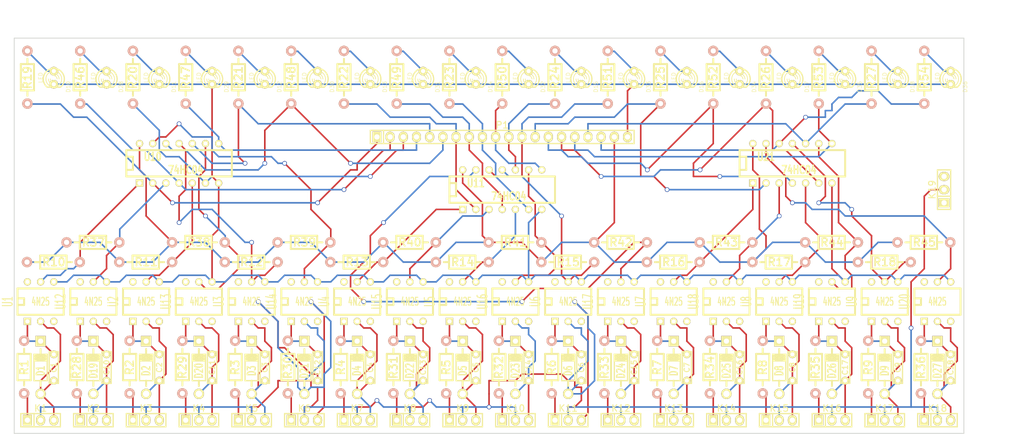
<source format=kicad_pcb>
(kicad_pcb (version 3) (host pcbnew "(2014-03-19 BZR 4756)-product")
  (layers (15 F.Cu signal) (0 B.Cu signal) (18 B.Paste user) (19 F.Paste user) (20 B.SilkS user) (21 F.SilkS user) (22 B.Mask user) (23 F.Mask user) (28 Edge.Cuts user))
  (net 0 "")
  (net 1 "Net-(C1-Pad1)")
  (net 2 /E1-)
  (net 3 "Net-(C2-Pad1)")
  (net 4 /E3-)
  (net 5 "Net-(C3-Pad1)")
  (net 6 /E5-)
  (net 7 "Net-(C4-Pad1)")
  (net 8 /E7-)
  (net 9 "Net-(C5-Pad1)")
  (net 10 /E9-)
  (net 11 "Net-(C6-Pad1)")
  (net 12 /E11-)
  (net 13 "Net-(C7-Pad1)")
  (net 14 /E13-)
  (net 15 "Net-(C8-Pad1)")
  (net 16 /E15-)
  (net 17 "Net-(C9-Pad1)")
  (net 18 /E17-)
  (net 19 "Net-(C10-Pad1)")
  (net 20 /E2-)
  (net 21 "Net-(C11-Pad1)")
  (net 22 /E4-)
  (net 23 "Net-(C12-Pad1)")
  (net 24 /E6-)
  (net 25 "Net-(C13-Pad1)")
  (net 26 /E8-)
  (net 27 "Net-(C14-Pad1)")
  (net 28 /E10-)
  (net 29 "Net-(C15-Pad1)")
  (net 30 /E12-)
  (net 31 "Net-(C16-Pad1)")
  (net 32 /E14-)
  (net 33 "Net-(C17-Pad1)")
  (net 34 /E16-)
  (net 35 "Net-(C18-Pad1)")
  (net 36 /E18-)
  (net 37 "Net-(D10-Pad1)")
  (net 38 GND)
  (net 39 "Net-(D11-Pad1)")
  (net 40 "Net-(D12-Pad1)")
  (net 41 "Net-(D13-Pad1)")
  (net 42 "Net-(D14-Pad1)")
  (net 43 "Net-(D15-Pad1)")
  (net 44 "Net-(D16-Pad1)")
  (net 45 "Net-(D17-Pad1)")
  (net 46 "Net-(D18-Pad1)")
  (net 47 "Net-(D28-Pad1)")
  (net 48 "Net-(D29-Pad1)")
  (net 49 "Net-(D30-Pad1)")
  (net 50 "Net-(D31-Pad1)")
  (net 51 "Net-(D32-Pad1)")
  (net 52 "Net-(D33-Pad1)")
  (net 53 "Net-(D34-Pad1)")
  (net 54 "Net-(D35-Pad1)")
  (net 55 "Net-(D36-Pad1)")
  (net 56 /E1+)
  (net 57 /E2+)
  (net 58 /E3+)
  (net 59 /E4+)
  (net 60 /E5+)
  (net 61 /E6+)
  (net 62 /E7+)
  (net 63 /E8+)
  (net 64 /E9+)
  (net 65 /E10+)
  (net 66 /E11+)
  (net 67 /E12+)
  (net 68 /E13+)
  (net 69 /E14+)
  (net 70 /E15+)
  (net 71 /E16+)
  (net 72 /E17+)
  (net 73 /E18+)
  (net 74 /X1)
  (net 75 /X2)
  (net 76 /X3)
  (net 77 /X4)
  (net 78 /X5)
  (net 79 /X6)
  (net 80 /X7)
  (net 81 /X8)
  (net 82 /X9)
  (net 83 /X10)
  (net 84 /X11)
  (net 85 /X12)
  (net 86 /X13)
  (net 87 /X14)
  (net 88 /X15)
  (net 89 /X16)
  (net 90 /X17)
  (net 91 /X18)
  (net 92 "Net-(R10-Pad1)")
  (net 93 "Net-(R11-Pad1)")
  (net 94 "Net-(R12-Pad1)")
  (net 95 "Net-(R13-Pad1)")
  (net 96 "Net-(R14-Pad1)")
  (net 97 "Net-(R15-Pad1)")
  (net 98 "Net-(R16-Pad1)")
  (net 99 "Net-(R17-Pad1)")
  (net 100 "Net-(R18-Pad1)")
  (net 101 "Net-(R37-Pad1)")
  (net 102 "Net-(R38-Pad1)")
  (net 103 "Net-(R39-Pad1)")
  (net 104 "Net-(R40-Pad1)")
  (net 105 "Net-(R41-Pad1)")
  (net 106 "Net-(R42-Pad1)")
  (net 107 "Net-(R43-Pad1)")
  (net 108 "Net-(R44-Pad1)")
  (net 109 "Net-(R45-Pad1)")
  (net 110 /EXT)
  (net 111 +5V)
  (module Capacitors_ThroughHole:Capacitor6MMDiscRM5 (layer F.Cu) (at 54.61 120.65 270)
    (fp_text reference C1 (at 0 0 270) (layer F.SilkS) (effects (font (size 1.016 1.016) (thickness 0.2032))))
    (fp_text value 100nF hide)
    (pad 1 thru_hole circle (at -2.54 0 270) (size 1.50114 1.50114) (drill 0.8001) (layers *.Cu *.Mask F.SilkS) (net 1 "Net-(C1-Pad1)"))
    (pad 2 thru_hole circle (at 2.54 0 270) (size 1.50114 1.50114) (drill 0.8001) (layers *.Cu *.Mask F.SilkS) (net 2 /E1-))
  )
  (module Capacitors_ThroughHole:Capacitor6MMDiscRM5 (layer F.Cu) (at 74.93 120.65 270)
    (fp_text reference C2 (at 0 0 270) (layer F.SilkS) (effects (font (size 1.016 1.016) (thickness 0.2032))))
    (fp_text value 100nF hide)
    (pad 1 thru_hole circle (at -2.54 0 270) (size 1.50114 1.50114) (drill 0.8001) (layers *.Cu *.Mask F.SilkS) (net 3 "Net-(C2-Pad1)"))
    (pad 2 thru_hole circle (at 2.54 0 270) (size 1.50114 1.50114) (drill 0.8001) (layers *.Cu *.Mask F.SilkS) (net 4 /E3-))
  )
  (module Capacitors_ThroughHole:Capacitor6MMDiscRM5 (layer F.Cu) (at 95.25 120.65 270)
    (fp_text reference C3 (at 0 0 450) (layer F.SilkS) (effects (font (size 1.016 1.016) (thickness 0.2032))))
    (fp_text value 100nF hide)
    (pad 1 thru_hole circle (at -2.54 0 270) (size 1.50114 1.50114) (drill 0.8001) (layers *.Cu *.Mask F.SilkS) (net 5 "Net-(C3-Pad1)"))
    (pad 2 thru_hole circle (at 2.54 0 270) (size 1.50114 1.50114) (drill 0.8001) (layers *.Cu *.Mask F.SilkS) (net 6 /E5-))
  )
  (module Capacitors_ThroughHole:Capacitor6MMDiscRM5 (layer F.Cu) (at 115.57 120.65 270)
    (fp_text reference C4 (at 0 0 270) (layer F.SilkS) (effects (font (size 1.016 1.016) (thickness 0.2032))))
    (fp_text value 100nF hide)
    (pad 1 thru_hole circle (at -2.54 0 270) (size 1.50114 1.50114) (drill 0.8001) (layers *.Cu *.Mask F.SilkS) (net 7 "Net-(C4-Pad1)"))
    (pad 2 thru_hole circle (at 2.54 0 270) (size 1.50114 1.50114) (drill 0.8001) (layers *.Cu *.Mask F.SilkS) (net 8 /E7-))
  )
  (module Capacitors_ThroughHole:Capacitor6MMDiscRM5 (layer F.Cu) (at 135.89 120.65 270)
    (fp_text reference C5 (at 0 0 270) (layer F.SilkS) (effects (font (size 1.016 1.016) (thickness 0.2032))))
    (fp_text value 100nF hide)
    (pad 1 thru_hole circle (at -2.54 0 270) (size 1.50114 1.50114) (drill 0.8001) (layers *.Cu *.Mask F.SilkS) (net 9 "Net-(C5-Pad1)"))
    (pad 2 thru_hole circle (at 2.54 0 270) (size 1.50114 1.50114) (drill 0.8001) (layers *.Cu *.Mask F.SilkS) (net 10 /E9-))
  )
  (module Capacitors_ThroughHole:Capacitor6MMDiscRM5 (layer F.Cu) (at 156.21 120.65 270)
    (fp_text reference C6 (at 0 0 270) (layer F.SilkS) (effects (font (size 1.016 1.016) (thickness 0.2032))))
    (fp_text value 100nF hide)
    (pad 1 thru_hole circle (at -2.54 0 270) (size 1.50114 1.50114) (drill 0.8001) (layers *.Cu *.Mask F.SilkS) (net 11 "Net-(C6-Pad1)"))
    (pad 2 thru_hole circle (at 2.54 0 270) (size 1.50114 1.50114) (drill 0.8001) (layers *.Cu *.Mask F.SilkS) (net 12 /E11-))
  )
  (module Capacitors_ThroughHole:Capacitor6MMDiscRM5 (layer F.Cu) (at 176.53 120.65 270)
    (fp_text reference C7 (at 0 0 270) (layer F.SilkS) (effects (font (size 1.016 1.016) (thickness 0.2032))))
    (fp_text value 100nF hide)
    (pad 1 thru_hole circle (at -2.54 0 270) (size 1.50114 1.50114) (drill 0.8001) (layers *.Cu *.Mask F.SilkS) (net 13 "Net-(C7-Pad1)"))
    (pad 2 thru_hole circle (at 2.54 0 270) (size 1.50114 1.50114) (drill 0.8001) (layers *.Cu *.Mask F.SilkS) (net 14 /E13-))
  )
  (module Capacitors_ThroughHole:Capacitor6MMDiscRM5 (layer F.Cu) (at 196.85 120.65 270)
    (fp_text reference C8 (at 0 0 270) (layer F.SilkS) (effects (font (size 1.016 1.016) (thickness 0.2032))))
    (fp_text value 100nF hide)
    (pad 1 thru_hole circle (at -2.54 0 270) (size 1.50114 1.50114) (drill 0.8001) (layers *.Cu *.Mask F.SilkS) (net 15 "Net-(C8-Pad1)"))
    (pad 2 thru_hole circle (at 2.54 0 270) (size 1.50114 1.50114) (drill 0.8001) (layers *.Cu *.Mask F.SilkS) (net 16 /E15-))
  )
  (module Capacitors_ThroughHole:Capacitor6MMDiscRM5 (layer F.Cu) (at 217.17 120.65 270)
    (fp_text reference C9 (at 0 0 270) (layer F.SilkS) (effects (font (size 1.016 1.016) (thickness 0.2032))))
    (fp_text value 100nF hide)
    (pad 1 thru_hole circle (at -2.54 0 270) (size 1.50114 1.50114) (drill 0.8001) (layers *.Cu *.Mask F.SilkS) (net 17 "Net-(C9-Pad1)"))
    (pad 2 thru_hole circle (at 2.54 0 270) (size 1.50114 1.50114) (drill 0.8001) (layers *.Cu *.Mask F.SilkS) (net 18 /E17-))
  )
  (module Capacitors_ThroughHole:Capacitor6MMDiscRM5 (layer F.Cu) (at 64.77 120.65 270)
    (fp_text reference C10 (at 0 0 270) (layer F.SilkS) (effects (font (size 1.016 1.016) (thickness 0.2032))))
    (fp_text value 100nF hide)
    (pad 1 thru_hole circle (at -2.54 0 270) (size 1.50114 1.50114) (drill 0.8001) (layers *.Cu *.Mask F.SilkS) (net 19 "Net-(C10-Pad1)"))
    (pad 2 thru_hole circle (at 2.54 0 270) (size 1.50114 1.50114) (drill 0.8001) (layers *.Cu *.Mask F.SilkS) (net 20 /E2-))
  )
  (module Capacitors_ThroughHole:Capacitor6MMDiscRM5 (layer F.Cu) (at 85.09 120.65 270)
    (fp_text reference C11 (at 0 0 270) (layer F.SilkS) (effects (font (size 1.016 1.016) (thickness 0.2032))))
    (fp_text value 100nF hide)
    (pad 1 thru_hole circle (at -2.54 0 270) (size 1.50114 1.50114) (drill 0.8001) (layers *.Cu *.Mask F.SilkS) (net 21 "Net-(C11-Pad1)"))
    (pad 2 thru_hole circle (at 2.54 0 270) (size 1.50114 1.50114) (drill 0.8001) (layers *.Cu *.Mask F.SilkS) (net 22 /E4-))
  )
  (module Capacitors_ThroughHole:Capacitor6MMDiscRM5 (layer F.Cu) (at 105.41 120.65 270)
    (fp_text reference C12 (at 0 0 270) (layer F.SilkS) (effects (font (size 1.016 1.016) (thickness 0.2032))))
    (fp_text value 100nF hide)
    (pad 1 thru_hole circle (at -2.54 0 270) (size 1.50114 1.50114) (drill 0.8001) (layers *.Cu *.Mask F.SilkS) (net 23 "Net-(C12-Pad1)"))
    (pad 2 thru_hole circle (at 2.54 0 270) (size 1.50114 1.50114) (drill 0.8001) (layers *.Cu *.Mask F.SilkS) (net 24 /E6-))
  )
  (module Capacitors_ThroughHole:Capacitor6MMDiscRM5 (layer F.Cu) (at 125.73 120.65 270)
    (fp_text reference C13 (at 0 0 270) (layer F.SilkS) (effects (font (size 1.016 1.016) (thickness 0.2032))))
    (fp_text value 100nF hide)
    (pad 1 thru_hole circle (at -2.54 0 270) (size 1.50114 1.50114) (drill 0.8001) (layers *.Cu *.Mask F.SilkS) (net 25 "Net-(C13-Pad1)"))
    (pad 2 thru_hole circle (at 2.54 0 270) (size 1.50114 1.50114) (drill 0.8001) (layers *.Cu *.Mask F.SilkS) (net 26 /E8-))
  )
  (module Capacitors_ThroughHole:Capacitor6MMDiscRM5 (layer F.Cu) (at 146.05 120.65 270)
    (fp_text reference C14 (at 0 0 270) (layer F.SilkS) (effects (font (size 1.016 1.016) (thickness 0.2032))))
    (fp_text value 100nF hide)
    (pad 1 thru_hole circle (at -2.54 0 270) (size 1.50114 1.50114) (drill 0.8001) (layers *.Cu *.Mask F.SilkS) (net 27 "Net-(C14-Pad1)"))
    (pad 2 thru_hole circle (at 2.54 0 270) (size 1.50114 1.50114) (drill 0.8001) (layers *.Cu *.Mask F.SilkS) (net 28 /E10-))
  )
  (module Capacitors_ThroughHole:Capacitor6MMDiscRM5 (layer F.Cu) (at 166.37 120.65 270)
    (fp_text reference C15 (at 0 0 270) (layer F.SilkS) (effects (font (size 1.016 1.016) (thickness 0.2032))))
    (fp_text value 100nF hide)
    (pad 1 thru_hole circle (at -2.54 0 270) (size 1.50114 1.50114) (drill 0.8001) (layers *.Cu *.Mask F.SilkS) (net 29 "Net-(C15-Pad1)"))
    (pad 2 thru_hole circle (at 2.54 0 270) (size 1.50114 1.50114) (drill 0.8001) (layers *.Cu *.Mask F.SilkS) (net 30 /E12-))
  )
  (module Capacitors_ThroughHole:Capacitor6MMDiscRM5 (layer F.Cu) (at 186.69 120.65 270)
    (fp_text reference C16 (at 0 0 270) (layer F.SilkS) (effects (font (size 1.016 1.016) (thickness 0.2032))))
    (fp_text value 100nF hide)
    (pad 1 thru_hole circle (at -2.54 0 270) (size 1.50114 1.50114) (drill 0.8001) (layers *.Cu *.Mask F.SilkS) (net 31 "Net-(C16-Pad1)"))
    (pad 2 thru_hole circle (at 2.54 0 270) (size 1.50114 1.50114) (drill 0.8001) (layers *.Cu *.Mask F.SilkS) (net 32 /E14-))
  )
  (module Capacitors_ThroughHole:Capacitor6MMDiscRM5 (layer F.Cu) (at 207.01 120.65 270)
    (fp_text reference C17 (at 0 0 270) (layer F.SilkS) (effects (font (size 1.016 1.016) (thickness 0.2032))))
    (fp_text value 100nF hide)
    (pad 1 thru_hole circle (at -2.54 0 270) (size 1.50114 1.50114) (drill 0.8001) (layers *.Cu *.Mask F.SilkS) (net 33 "Net-(C17-Pad1)"))
    (pad 2 thru_hole circle (at 2.54 0 270) (size 1.50114 1.50114) (drill 0.8001) (layers *.Cu *.Mask F.SilkS) (net 34 /E16-))
  )
  (module Capacitors_ThroughHole:Capacitor6MMDiscRM5 (layer F.Cu) (at 227.33 120.65 270)
    (fp_text reference C18 (at 0 0 270) (layer F.SilkS) (effects (font (size 1.016 1.016) (thickness 0.2032))))
    (fp_text value 100nF hide)
    (pad 1 thru_hole circle (at -2.54 0 270) (size 1.50114 1.50114) (drill 0.8001) (layers *.Cu *.Mask F.SilkS) (net 35 "Net-(C18-Pad1)"))
    (pad 2 thru_hole circle (at 2.54 0 270) (size 1.50114 1.50114) (drill 0.8001) (layers *.Cu *.Mask F.SilkS) (net 36 /E18-))
  )
  (module LEDs:LED-3MM (layer F.Cu) (at 54.61 64.77 270)
    (fp_text reference D10 (at 1.778 -2.794 270) (layer F.SilkS) (effects (font (size 0.762 0.762) (thickness 0.0889))))
    (fp_text value LED (at 0 2.54 270) (layer F.SilkS) (effects (font (size 0.762 0.762) (thickness 0.0889))))
    (pad 1 thru_hole circle (at -1.27 0 270) (size 1.6764 1.6764) (drill 0.8128) (layers *.Cu *.Mask F.SilkS) (net 37 "Net-(D10-Pad1)"))
    (pad 2 thru_hole circle (at 1.27 0 270) (size 1.6764 1.6764) (drill 0.8128) (layers *.Cu *.Mask F.SilkS) (net 38 GND))
  )
  (module LEDs:LED-3MM (layer F.Cu) (at 74.93 64.77 270)
    (fp_text reference D11 (at 1.778 -2.794 270) (layer F.SilkS) (effects (font (size 0.762 0.762) (thickness 0.0889))))
    (fp_text value LED (at 0 2.54 270) (layer F.SilkS) (effects (font (size 0.762 0.762) (thickness 0.0889))))
    (pad 1 thru_hole circle (at -1.27 0 270) (size 1.6764 1.6764) (drill 0.8128) (layers *.Cu *.Mask F.SilkS) (net 39 "Net-(D11-Pad1)"))
    (pad 2 thru_hole circle (at 1.27 0 270) (size 1.6764 1.6764) (drill 0.8128) (layers *.Cu *.Mask F.SilkS) (net 38 GND))
  )
  (module LEDs:LED-3MM (layer F.Cu) (at 95.25 64.77 270)
    (fp_text reference D12 (at 1.778 -2.794 270) (layer F.SilkS) (effects (font (size 0.762 0.762) (thickness 0.0889))))
    (fp_text value LED (at 0 2.54 270) (layer F.SilkS) (effects (font (size 0.762 0.762) (thickness 0.0889))))
    (pad 1 thru_hole circle (at -1.27 0 270) (size 1.6764 1.6764) (drill 0.8128) (layers *.Cu *.Mask F.SilkS) (net 40 "Net-(D12-Pad1)"))
    (pad 2 thru_hole circle (at 1.27 0 270) (size 1.6764 1.6764) (drill 0.8128) (layers *.Cu *.Mask F.SilkS) (net 38 GND))
  )
  (module LEDs:LED-3MM (layer F.Cu) (at 115.57 64.77 270)
    (fp_text reference D13 (at 1.778 -2.794 270) (layer F.SilkS) (effects (font (size 0.762 0.762) (thickness 0.0889))))
    (fp_text value LED (at 0 2.54 270) (layer F.SilkS) (effects (font (size 0.762 0.762) (thickness 0.0889))))
    (pad 1 thru_hole circle (at -1.27 0 270) (size 1.6764 1.6764) (drill 0.8128) (layers *.Cu *.Mask F.SilkS) (net 41 "Net-(D13-Pad1)"))
    (pad 2 thru_hole circle (at 1.27 0 270) (size 1.6764 1.6764) (drill 0.8128) (layers *.Cu *.Mask F.SilkS) (net 38 GND))
  )
  (module LEDs:LED-3MM (layer F.Cu) (at 135.89 64.77 270)
    (fp_text reference D14 (at 1.778 -2.794 270) (layer F.SilkS) (effects (font (size 0.762 0.762) (thickness 0.0889))))
    (fp_text value LED (at 0 2.54 270) (layer F.SilkS) (effects (font (size 0.762 0.762) (thickness 0.0889))))
    (pad 1 thru_hole circle (at -1.27 0 270) (size 1.6764 1.6764) (drill 0.8128) (layers *.Cu *.Mask F.SilkS) (net 42 "Net-(D14-Pad1)"))
    (pad 2 thru_hole circle (at 1.27 0 270) (size 1.6764 1.6764) (drill 0.8128) (layers *.Cu *.Mask F.SilkS) (net 38 GND))
  )
  (module LEDs:LED-3MM (layer F.Cu) (at 156.21 64.77 270)
    (fp_text reference D15 (at 1.778 -2.794 270) (layer F.SilkS) (effects (font (size 0.762 0.762) (thickness 0.0889))))
    (fp_text value LED (at 0 2.54 270) (layer F.SilkS) (effects (font (size 0.762 0.762) (thickness 0.0889))))
    (pad 1 thru_hole circle (at -1.27 0 270) (size 1.6764 1.6764) (drill 0.8128) (layers *.Cu *.Mask F.SilkS) (net 43 "Net-(D15-Pad1)"))
    (pad 2 thru_hole circle (at 1.27 0 270) (size 1.6764 1.6764) (drill 0.8128) (layers *.Cu *.Mask F.SilkS) (net 38 GND))
  )
  (module LEDs:LED-3MM (layer F.Cu) (at 176.53 64.77 270)
    (fp_text reference D16 (at 1.778 -2.794 270) (layer F.SilkS) (effects (font (size 0.762 0.762) (thickness 0.0889))))
    (fp_text value LED (at 0 2.54 270) (layer F.SilkS) (effects (font (size 0.762 0.762) (thickness 0.0889))))
    (pad 1 thru_hole circle (at -1.27 0 270) (size 1.6764 1.6764) (drill 0.8128) (layers *.Cu *.Mask F.SilkS) (net 44 "Net-(D16-Pad1)"))
    (pad 2 thru_hole circle (at 1.27 0 270) (size 1.6764 1.6764) (drill 0.8128) (layers *.Cu *.Mask F.SilkS) (net 38 GND))
  )
  (module LEDs:LED-3MM (layer F.Cu) (at 196.85 64.77 270)
    (fp_text reference D17 (at 1.778 -2.794 270) (layer F.SilkS) (effects (font (size 0.762 0.762) (thickness 0.0889))))
    (fp_text value LED (at 0 2.54 270) (layer F.SilkS) (effects (font (size 0.762 0.762) (thickness 0.0889))))
    (pad 1 thru_hole circle (at -1.27 0 270) (size 1.6764 1.6764) (drill 0.8128) (layers *.Cu *.Mask F.SilkS) (net 45 "Net-(D17-Pad1)"))
    (pad 2 thru_hole circle (at 1.27 0 270) (size 1.6764 1.6764) (drill 0.8128) (layers *.Cu *.Mask F.SilkS) (net 38 GND))
  )
  (module LEDs:LED-3MM (layer F.Cu) (at 217.17 64.77 270)
    (fp_text reference D18 (at 1.778 -2.794 270) (layer F.SilkS) (effects (font (size 0.762 0.762) (thickness 0.0889))))
    (fp_text value LED (at 0 2.54 270) (layer F.SilkS) (effects (font (size 0.762 0.762) (thickness 0.0889))))
    (pad 1 thru_hole circle (at -1.27 0 270) (size 1.6764 1.6764) (drill 0.8128) (layers *.Cu *.Mask F.SilkS) (net 46 "Net-(D18-Pad1)"))
    (pad 2 thru_hole circle (at 1.27 0 270) (size 1.6764 1.6764) (drill 0.8128) (layers *.Cu *.Mask F.SilkS) (net 38 GND))
  )
  (module LEDs:LED-3MM (layer F.Cu) (at 64.77 64.77 270)
    (fp_text reference D28 (at 1.778 -2.794 270) (layer F.SilkS) (effects (font (size 0.762 0.762) (thickness 0.0889))))
    (fp_text value LED (at 0 2.54 270) (layer F.SilkS) (effects (font (size 0.762 0.762) (thickness 0.0889))))
    (pad 1 thru_hole circle (at -1.27 0 270) (size 1.6764 1.6764) (drill 0.8128) (layers *.Cu *.Mask F.SilkS) (net 47 "Net-(D28-Pad1)"))
    (pad 2 thru_hole circle (at 1.27 0 270) (size 1.6764 1.6764) (drill 0.8128) (layers *.Cu *.Mask F.SilkS) (net 38 GND))
  )
  (module LEDs:LED-3MM (layer F.Cu) (at 85.09 64.77 270)
    (fp_text reference D29 (at 1.778 -2.794 270) (layer F.SilkS) (effects (font (size 0.762 0.762) (thickness 0.0889))))
    (fp_text value LED (at 0 2.54 270) (layer F.SilkS) (effects (font (size 0.762 0.762) (thickness 0.0889))))
    (pad 1 thru_hole circle (at -1.27 0 270) (size 1.6764 1.6764) (drill 0.8128) (layers *.Cu *.Mask F.SilkS) (net 48 "Net-(D29-Pad1)"))
    (pad 2 thru_hole circle (at 1.27 0 270) (size 1.6764 1.6764) (drill 0.8128) (layers *.Cu *.Mask F.SilkS) (net 38 GND))
  )
  (module LEDs:LED-3MM (layer F.Cu) (at 105.41 64.77 270)
    (fp_text reference D30 (at 1.778 -2.794 270) (layer F.SilkS) (effects (font (size 0.762 0.762) (thickness 0.0889))))
    (fp_text value LED (at 0 2.54 270) (layer F.SilkS) (effects (font (size 0.762 0.762) (thickness 0.0889))))
    (pad 1 thru_hole circle (at -1.27 0 270) (size 1.6764 1.6764) (drill 0.8128) (layers *.Cu *.Mask F.SilkS) (net 49 "Net-(D30-Pad1)"))
    (pad 2 thru_hole circle (at 1.27 0 270) (size 1.6764 1.6764) (drill 0.8128) (layers *.Cu *.Mask F.SilkS) (net 38 GND))
  )
  (module LEDs:LED-3MM (layer F.Cu) (at 125.73 64.77 270)
    (fp_text reference D31 (at 1.778 -2.794 270) (layer F.SilkS) (effects (font (size 0.762 0.762) (thickness 0.0889))))
    (fp_text value LED (at 0 2.54 270) (layer F.SilkS) (effects (font (size 0.762 0.762) (thickness 0.0889))))
    (pad 1 thru_hole circle (at -1.27 0 270) (size 1.6764 1.6764) (drill 0.8128) (layers *.Cu *.Mask F.SilkS) (net 50 "Net-(D31-Pad1)"))
    (pad 2 thru_hole circle (at 1.27 0 270) (size 1.6764 1.6764) (drill 0.8128) (layers *.Cu *.Mask F.SilkS) (net 38 GND))
  )
  (module LEDs:LED-3MM (layer F.Cu) (at 146.05 64.77 270)
    (fp_text reference D32 (at 1.778 -2.794 270) (layer F.SilkS) (effects (font (size 0.762 0.762) (thickness 0.0889))))
    (fp_text value LED (at 0 2.54 270) (layer F.SilkS) (effects (font (size 0.762 0.762) (thickness 0.0889))))
    (pad 1 thru_hole circle (at -1.27 0 270) (size 1.6764 1.6764) (drill 0.8128) (layers *.Cu *.Mask F.SilkS) (net 51 "Net-(D32-Pad1)"))
    (pad 2 thru_hole circle (at 1.27 0 270) (size 1.6764 1.6764) (drill 0.8128) (layers *.Cu *.Mask F.SilkS) (net 38 GND))
  )
  (module LEDs:LED-3MM (layer F.Cu) (at 166.37 64.77 270)
    (fp_text reference D33 (at 1.778 -2.794 270) (layer F.SilkS) (effects (font (size 0.762 0.762) (thickness 0.0889))))
    (fp_text value LED (at 0 2.54 270) (layer F.SilkS) (effects (font (size 0.762 0.762) (thickness 0.0889))))
    (pad 1 thru_hole circle (at -1.27 0 270) (size 1.6764 1.6764) (drill 0.8128) (layers *.Cu *.Mask F.SilkS) (net 52 "Net-(D33-Pad1)"))
    (pad 2 thru_hole circle (at 1.27 0 270) (size 1.6764 1.6764) (drill 0.8128) (layers *.Cu *.Mask F.SilkS) (net 38 GND))
  )
  (module LEDs:LED-3MM (layer F.Cu) (at 186.69 64.77 270)
    (fp_text reference D34 (at 1.778 -2.794 270) (layer F.SilkS) (effects (font (size 0.762 0.762) (thickness 0.0889))))
    (fp_text value LED (at 0 2.54 270) (layer F.SilkS) (effects (font (size 0.762 0.762) (thickness 0.0889))))
    (pad 1 thru_hole circle (at -1.27 0 270) (size 1.6764 1.6764) (drill 0.8128) (layers *.Cu *.Mask F.SilkS) (net 53 "Net-(D34-Pad1)"))
    (pad 2 thru_hole circle (at 1.27 0 270) (size 1.6764 1.6764) (drill 0.8128) (layers *.Cu *.Mask F.SilkS) (net 38 GND))
  )
  (module LEDs:LED-3MM (layer F.Cu) (at 207.01 64.77 270)
    (fp_text reference D35 (at 1.778 -2.794 270) (layer F.SilkS) (effects (font (size 0.762 0.762) (thickness 0.0889))))
    (fp_text value LED (at 0 2.54 270) (layer F.SilkS) (effects (font (size 0.762 0.762) (thickness 0.0889))))
    (pad 1 thru_hole circle (at -1.27 0 270) (size 1.6764 1.6764) (drill 0.8128) (layers *.Cu *.Mask F.SilkS) (net 54 "Net-(D35-Pad1)"))
    (pad 2 thru_hole circle (at 1.27 0 270) (size 1.6764 1.6764) (drill 0.8128) (layers *.Cu *.Mask F.SilkS) (net 38 GND))
  )
  (module LEDs:LED-3MM (layer F.Cu) (at 227.33 64.77 270)
    (fp_text reference D36 (at 1.778 -2.794 270) (layer F.SilkS) (effects (font (size 0.762 0.762) (thickness 0.0889))))
    (fp_text value LED (at 0 2.54 270) (layer F.SilkS) (effects (font (size 0.762 0.762) (thickness 0.0889))))
    (pad 1 thru_hole circle (at -1.27 0 270) (size 1.6764 1.6764) (drill 0.8128) (layers *.Cu *.Mask F.SilkS) (net 55 "Net-(D36-Pad1)"))
    (pad 2 thru_hole circle (at 1.27 0 270) (size 1.6764 1.6764) (drill 0.8128) (layers *.Cu *.Mask F.SilkS) (net 38 GND))
  )
  (module Resistors_ThroughHole:Resistor_Horizontal_RM10mm (layer F.Cu) (at 48.895 120.65 90)
    (fp_text reference R1 (at 0 0 90) (layer F.SilkS) (effects (font (thickness 0.3048))))
    (fp_text value 4k7 hide)
    (pad 1 thru_hole circle (at -5.00126 0 90) (size 1.99898 1.99898) (drill 1.00076) (layers *.Cu *.SilkS *.Mask) (net 56 /E1+))
    (pad 2 thru_hole circle (at 5.15874 0 90) (size 1.99898 1.99898) (drill 1.00076) (layers *.Cu *.SilkS *.Mask) (net 1 "Net-(C1-Pad1)"))
  )
  (module Resistors_ThroughHole:Resistor_Horizontal_RM10mm (layer F.Cu) (at 69.215 120.65 90)
    (fp_text reference R2 (at 0 0 90) (layer F.SilkS) (effects (font (thickness 0.3048))))
    (fp_text value 4k7 hide)
    (pad 1 thru_hole circle (at -5.00126 0 90) (size 1.99898 1.99898) (drill 1.00076) (layers *.Cu *.SilkS *.Mask) (net 58 /E3+))
    (pad 2 thru_hole circle (at 5.15874 0 90) (size 1.99898 1.99898) (drill 1.00076) (layers *.Cu *.SilkS *.Mask) (net 3 "Net-(C2-Pad1)"))
  )
  (module Resistors_ThroughHole:Resistor_Horizontal_RM10mm (layer F.Cu) (at 89.535 120.65 90)
    (fp_text reference R3 (at 0 0 90) (layer F.SilkS) (effects (font (thickness 0.3048))))
    (fp_text value 4k7 hide)
    (pad 1 thru_hole circle (at -5.00126 0 90) (size 1.99898 1.99898) (drill 1.00076) (layers *.Cu *.SilkS *.Mask) (net 60 /E5+))
    (pad 2 thru_hole circle (at 5.15874 0 90) (size 1.99898 1.99898) (drill 1.00076) (layers *.Cu *.SilkS *.Mask) (net 5 "Net-(C3-Pad1)"))
  )
  (module Resistors_ThroughHole:Resistor_Horizontal_RM10mm (layer F.Cu) (at 109.855 120.65 90)
    (fp_text reference R4 (at 0 0 90) (layer F.SilkS) (effects (font (thickness 0.3048))))
    (fp_text value 4k7 hide)
    (pad 1 thru_hole circle (at -5.00126 0 90) (size 1.99898 1.99898) (drill 1.00076) (layers *.Cu *.SilkS *.Mask) (net 62 /E7+))
    (pad 2 thru_hole circle (at 5.15874 0 90) (size 1.99898 1.99898) (drill 1.00076) (layers *.Cu *.SilkS *.Mask) (net 7 "Net-(C4-Pad1)"))
  )
  (module Resistors_ThroughHole:Resistor_Horizontal_RM10mm (layer F.Cu) (at 130.175 120.65 90)
    (fp_text reference R5 (at 0 0 90) (layer F.SilkS) (effects (font (thickness 0.3048))))
    (fp_text value 4k7 hide)
    (pad 1 thru_hole circle (at -5.00126 0 90) (size 1.99898 1.99898) (drill 1.00076) (layers *.Cu *.SilkS *.Mask) (net 64 /E9+))
    (pad 2 thru_hole circle (at 5.15874 0 90) (size 1.99898 1.99898) (drill 1.00076) (layers *.Cu *.SilkS *.Mask) (net 9 "Net-(C5-Pad1)"))
  )
  (module Resistors_ThroughHole:Resistor_Horizontal_RM10mm (layer F.Cu) (at 150.495 120.65 90)
    (fp_text reference R6 (at 0 0 90) (layer F.SilkS) (effects (font (thickness 0.3048))))
    (fp_text value 4k7 hide)
    (pad 1 thru_hole circle (at -5.00126 0 90) (size 1.99898 1.99898) (drill 1.00076) (layers *.Cu *.SilkS *.Mask) (net 66 /E11+))
    (pad 2 thru_hole circle (at 5.15874 0 90) (size 1.99898 1.99898) (drill 1.00076) (layers *.Cu *.SilkS *.Mask) (net 11 "Net-(C6-Pad1)"))
  )
  (module Resistors_ThroughHole:Resistor_Horizontal_RM10mm (layer F.Cu) (at 170.815 120.65 90)
    (fp_text reference R7 (at 0 0 90) (layer F.SilkS) (effects (font (thickness 0.3048))))
    (fp_text value 4k7 hide)
    (pad 1 thru_hole circle (at -5.00126 0 90) (size 1.99898 1.99898) (drill 1.00076) (layers *.Cu *.SilkS *.Mask) (net 68 /E13+))
    (pad 2 thru_hole circle (at 5.15874 0 90) (size 1.99898 1.99898) (drill 1.00076) (layers *.Cu *.SilkS *.Mask) (net 13 "Net-(C7-Pad1)"))
  )
  (module Resistors_ThroughHole:Resistor_Horizontal_RM10mm (layer F.Cu) (at 191.135 120.65 90)
    (fp_text reference R8 (at 0 0 90) (layer F.SilkS) (effects (font (thickness 0.3048))))
    (fp_text value 4k7 hide)
    (pad 1 thru_hole circle (at -5.00126 0 90) (size 1.99898 1.99898) (drill 1.00076) (layers *.Cu *.SilkS *.Mask) (net 70 /E15+))
    (pad 2 thru_hole circle (at 5.15874 0 90) (size 1.99898 1.99898) (drill 1.00076) (layers *.Cu *.SilkS *.Mask) (net 15 "Net-(C8-Pad1)"))
  )
  (module Resistors_ThroughHole:Resistor_Horizontal_RM10mm (layer F.Cu) (at 211.455 120.65 90)
    (fp_text reference R9 (at 0 0 90) (layer F.SilkS) (effects (font (thickness 0.3048))))
    (fp_text value 4k7 hide)
    (pad 1 thru_hole circle (at -5.00126 0 90) (size 1.99898 1.99898) (drill 1.00076) (layers *.Cu *.SilkS *.Mask) (net 72 /E17+))
    (pad 2 thru_hole circle (at 5.15874 0 90) (size 1.99898 1.99898) (drill 1.00076) (layers *.Cu *.SilkS *.Mask) (net 17 "Net-(C9-Pad1)"))
  )
  (module Resistors_ThroughHole:Resistor_Horizontal_RM10mm (layer F.Cu) (at 54.61 100.33 180)
    (fp_text reference R10 (at 0 0 180) (layer F.SilkS) (effects (font (thickness 0.3048))))
    (fp_text value 10k hide)
    (pad 1 thru_hole circle (at -5.00126 0 180) (size 1.99898 1.99898) (drill 1.00076) (layers *.Cu *.SilkS *.Mask) (net 92 "Net-(R10-Pad1)"))
    (pad 2 thru_hole circle (at 5.15874 0 180) (size 1.99898 1.99898) (drill 1.00076) (layers *.Cu *.SilkS *.Mask) (net 111 +5V))
  )
  (module Resistors_ThroughHole:Resistor_Horizontal_RM10mm (layer F.Cu) (at 72.39 100.33 180)
    (fp_text reference R11 (at 0 0 180) (layer F.SilkS) (effects (font (thickness 0.3048))))
    (fp_text value 10k hide)
    (pad 1 thru_hole circle (at -5.00126 0 180) (size 1.99898 1.99898) (drill 1.00076) (layers *.Cu *.SilkS *.Mask) (net 93 "Net-(R11-Pad1)"))
    (pad 2 thru_hole circle (at 5.15874 0 180) (size 1.99898 1.99898) (drill 1.00076) (layers *.Cu *.SilkS *.Mask) (net 111 +5V))
  )
  (module Resistors_ThroughHole:Resistor_Horizontal_RM10mm (layer F.Cu) (at 92.71 100.33 180)
    (fp_text reference R12 (at 0 0 180) (layer F.SilkS) (effects (font (thickness 0.3048))))
    (fp_text value 10k hide)
    (pad 1 thru_hole circle (at -5.00126 0 180) (size 1.99898 1.99898) (drill 1.00076) (layers *.Cu *.SilkS *.Mask) (net 94 "Net-(R12-Pad1)"))
    (pad 2 thru_hole circle (at 5.15874 0 180) (size 1.99898 1.99898) (drill 1.00076) (layers *.Cu *.SilkS *.Mask) (net 111 +5V))
  )
  (module Resistors_ThroughHole:Resistor_Horizontal_RM10mm (layer F.Cu) (at 113.03 100.33 180)
    (fp_text reference R13 (at 0 0 180) (layer F.SilkS) (effects (font (thickness 0.3048))))
    (fp_text value 10k hide)
    (pad 1 thru_hole circle (at -5.00126 0 180) (size 1.99898 1.99898) (drill 1.00076) (layers *.Cu *.SilkS *.Mask) (net 95 "Net-(R13-Pad1)"))
    (pad 2 thru_hole circle (at 5.15874 0 180) (size 1.99898 1.99898) (drill 1.00076) (layers *.Cu *.SilkS *.Mask) (net 111 +5V))
  )
  (module Resistors_ThroughHole:Resistor_Horizontal_RM10mm (layer F.Cu) (at 133.35 100.33 180)
    (fp_text reference R14 (at 0 0 180) (layer F.SilkS) (effects (font (thickness 0.3048))))
    (fp_text value 10k hide)
    (pad 1 thru_hole circle (at -5.00126 0 180) (size 1.99898 1.99898) (drill 1.00076) (layers *.Cu *.SilkS *.Mask) (net 96 "Net-(R14-Pad1)"))
    (pad 2 thru_hole circle (at 5.15874 0 180) (size 1.99898 1.99898) (drill 1.00076) (layers *.Cu *.SilkS *.Mask) (net 111 +5V))
  )
  (module Resistors_ThroughHole:Resistor_Horizontal_RM10mm (layer F.Cu) (at 153.67 100.33 180)
    (fp_text reference R15 (at 0 0 180) (layer F.SilkS) (effects (font (thickness 0.3048))))
    (fp_text value 10k hide)
    (pad 1 thru_hole circle (at -5.00126 0 180) (size 1.99898 1.99898) (drill 1.00076) (layers *.Cu *.SilkS *.Mask) (net 97 "Net-(R15-Pad1)"))
    (pad 2 thru_hole circle (at 5.15874 0 180) (size 1.99898 1.99898) (drill 1.00076) (layers *.Cu *.SilkS *.Mask) (net 111 +5V))
  )
  (module Resistors_ThroughHole:Resistor_Horizontal_RM10mm (layer F.Cu) (at 173.99 100.33 180)
    (fp_text reference R16 (at 0 0 180) (layer F.SilkS) (effects (font (thickness 0.3048))))
    (fp_text value 10k hide)
    (pad 1 thru_hole circle (at -5.00126 0 180) (size 1.99898 1.99898) (drill 1.00076) (layers *.Cu *.SilkS *.Mask) (net 98 "Net-(R16-Pad1)"))
    (pad 2 thru_hole circle (at 5.15874 0 180) (size 1.99898 1.99898) (drill 1.00076) (layers *.Cu *.SilkS *.Mask) (net 111 +5V))
  )
  (module Resistors_ThroughHole:Resistor_Horizontal_RM10mm (layer F.Cu) (at 194.31 100.33 180)
    (fp_text reference R17 (at 0 0 180) (layer F.SilkS) (effects (font (thickness 0.3048))))
    (fp_text value 10k hide)
    (pad 1 thru_hole circle (at -5.00126 0 180) (size 1.99898 1.99898) (drill 1.00076) (layers *.Cu *.SilkS *.Mask) (net 99 "Net-(R17-Pad1)"))
    (pad 2 thru_hole circle (at 5.15874 0 180) (size 1.99898 1.99898) (drill 1.00076) (layers *.Cu *.SilkS *.Mask) (net 111 +5V))
  )
  (module Resistors_ThroughHole:Resistor_Horizontal_RM10mm (layer F.Cu) (at 214.63 100.33 180)
    (fp_text reference R18 (at 0 0 180) (layer F.SilkS) (effects (font (thickness 0.3048))))
    (fp_text value 10k hide)
    (pad 1 thru_hole circle (at -5.00126 0 180) (size 1.99898 1.99898) (drill 1.00076) (layers *.Cu *.SilkS *.Mask) (net 100 "Net-(R18-Pad1)"))
    (pad 2 thru_hole circle (at 5.15874 0 180) (size 1.99898 1.99898) (drill 1.00076) (layers *.Cu *.SilkS *.Mask) (net 111 +5V))
  )
  (module Resistors_ThroughHole:Resistor_Horizontal_RM10mm (layer F.Cu) (at 49.53 64.77 90)
    (fp_text reference R19 (at 0 0 90) (layer F.SilkS) (effects (font (thickness 0.3048))))
    (fp_text value 1k hide)
    (pad 1 thru_hole circle (at -5.00126 0 90) (size 1.99898 1.99898) (drill 1.00076) (layers *.Cu *.SilkS *.Mask) (net 74 /X1))
    (pad 2 thru_hole circle (at 5.15874 0 90) (size 1.99898 1.99898) (drill 1.00076) (layers *.Cu *.SilkS *.Mask) (net 37 "Net-(D10-Pad1)"))
  )
  (module Resistors_ThroughHole:Resistor_Horizontal_RM10mm (layer F.Cu) (at 69.85 64.77 90)
    (fp_text reference R20 (at 0 0 90) (layer F.SilkS) (effects (font (thickness 0.3048))))
    (fp_text value 1k hide)
    (pad 1 thru_hole circle (at -5.00126 0 90) (size 1.99898 1.99898) (drill 1.00076) (layers *.Cu *.SilkS *.Mask) (net 76 /X3))
    (pad 2 thru_hole circle (at 5.15874 0 90) (size 1.99898 1.99898) (drill 1.00076) (layers *.Cu *.SilkS *.Mask) (net 39 "Net-(D11-Pad1)"))
  )
  (module Resistors_ThroughHole:Resistor_Horizontal_RM10mm (layer F.Cu) (at 90.17 64.77 90)
    (fp_text reference R21 (at 0 0 90) (layer F.SilkS) (effects (font (thickness 0.3048))))
    (fp_text value 1k hide)
    (pad 1 thru_hole circle (at -5.00126 0 90) (size 1.99898 1.99898) (drill 1.00076) (layers *.Cu *.SilkS *.Mask) (net 78 /X5))
    (pad 2 thru_hole circle (at 5.15874 0 90) (size 1.99898 1.99898) (drill 1.00076) (layers *.Cu *.SilkS *.Mask) (net 40 "Net-(D12-Pad1)"))
  )
  (module Resistors_ThroughHole:Resistor_Horizontal_RM10mm (layer F.Cu) (at 110.49 64.77 90)
    (fp_text reference R22 (at 0 0 90) (layer F.SilkS) (effects (font (thickness 0.3048))))
    (fp_text value 1k hide)
    (pad 1 thru_hole circle (at -5.00126 0 90) (size 1.99898 1.99898) (drill 1.00076) (layers *.Cu *.SilkS *.Mask) (net 80 /X7))
    (pad 2 thru_hole circle (at 5.15874 0 90) (size 1.99898 1.99898) (drill 1.00076) (layers *.Cu *.SilkS *.Mask) (net 41 "Net-(D13-Pad1)"))
  )
  (module Resistors_ThroughHole:Resistor_Horizontal_RM10mm (layer F.Cu) (at 130.81 64.77 90)
    (fp_text reference R23 (at 0 0 90) (layer F.SilkS) (effects (font (thickness 0.3048))))
    (fp_text value 1k hide)
    (pad 1 thru_hole circle (at -5.00126 0 90) (size 1.99898 1.99898) (drill 1.00076) (layers *.Cu *.SilkS *.Mask) (net 82 /X9))
    (pad 2 thru_hole circle (at 5.15874 0 90) (size 1.99898 1.99898) (drill 1.00076) (layers *.Cu *.SilkS *.Mask) (net 42 "Net-(D14-Pad1)"))
  )
  (module Resistors_ThroughHole:Resistor_Horizontal_RM10mm (layer F.Cu) (at 151.13 64.77 90)
    (fp_text reference R24 (at 0 0 90) (layer F.SilkS) (effects (font (thickness 0.3048))))
    (fp_text value 1k hide)
    (pad 1 thru_hole circle (at -5.00126 0 90) (size 1.99898 1.99898) (drill 1.00076) (layers *.Cu *.SilkS *.Mask) (net 84 /X11))
    (pad 2 thru_hole circle (at 5.15874 0 90) (size 1.99898 1.99898) (drill 1.00076) (layers *.Cu *.SilkS *.Mask) (net 43 "Net-(D15-Pad1)"))
  )
  (module Resistors_ThroughHole:Resistor_Horizontal_RM10mm (layer F.Cu) (at 171.45 64.77 90)
    (fp_text reference R25 (at 0 0 90) (layer F.SilkS) (effects (font (thickness 0.3048))))
    (fp_text value 1k hide)
    (pad 1 thru_hole circle (at -5.00126 0 90) (size 1.99898 1.99898) (drill 1.00076) (layers *.Cu *.SilkS *.Mask) (net 86 /X13))
    (pad 2 thru_hole circle (at 5.15874 0 90) (size 1.99898 1.99898) (drill 1.00076) (layers *.Cu *.SilkS *.Mask) (net 44 "Net-(D16-Pad1)"))
  )
  (module Resistors_ThroughHole:Resistor_Horizontal_RM10mm (layer F.Cu) (at 191.77 64.77 90)
    (fp_text reference R26 (at 0 0 90) (layer F.SilkS) (effects (font (thickness 0.3048))))
    (fp_text value 1k hide)
    (pad 1 thru_hole circle (at -5.00126 0 90) (size 1.99898 1.99898) (drill 1.00076) (layers *.Cu *.SilkS *.Mask) (net 88 /X15))
    (pad 2 thru_hole circle (at 5.15874 0 90) (size 1.99898 1.99898) (drill 1.00076) (layers *.Cu *.SilkS *.Mask) (net 45 "Net-(D17-Pad1)"))
  )
  (module Resistors_ThroughHole:Resistor_Horizontal_RM10mm (layer F.Cu) (at 212.09 64.77 90)
    (fp_text reference R27 (at 0 0 90) (layer F.SilkS) (effects (font (thickness 0.3048))))
    (fp_text value 1k hide)
    (pad 1 thru_hole circle (at -5.00126 0 90) (size 1.99898 1.99898) (drill 1.00076) (layers *.Cu *.SilkS *.Mask) (net 90 /X17))
    (pad 2 thru_hole circle (at 5.15874 0 90) (size 1.99898 1.99898) (drill 1.00076) (layers *.Cu *.SilkS *.Mask) (net 46 "Net-(D18-Pad1)"))
  )
  (module Resistors_ThroughHole:Resistor_Horizontal_RM10mm (layer F.Cu) (at 59.055 120.65 90)
    (fp_text reference R28 (at 0 0 90) (layer F.SilkS) (effects (font (thickness 0.3048))))
    (fp_text value 4k7 hide)
    (pad 1 thru_hole circle (at -5.00126 0 90) (size 1.99898 1.99898) (drill 1.00076) (layers *.Cu *.SilkS *.Mask) (net 57 /E2+))
    (pad 2 thru_hole circle (at 5.15874 0 90) (size 1.99898 1.99898) (drill 1.00076) (layers *.Cu *.SilkS *.Mask) (net 19 "Net-(C10-Pad1)"))
  )
  (module Resistors_ThroughHole:Resistor_Horizontal_RM10mm (layer F.Cu) (at 79.375 120.65 90)
    (fp_text reference R29 (at 0 0 90) (layer F.SilkS) (effects (font (thickness 0.3048))))
    (fp_text value 4k7 hide)
    (pad 1 thru_hole circle (at -5.00126 0 90) (size 1.99898 1.99898) (drill 1.00076) (layers *.Cu *.SilkS *.Mask) (net 59 /E4+))
    (pad 2 thru_hole circle (at 5.15874 0 90) (size 1.99898 1.99898) (drill 1.00076) (layers *.Cu *.SilkS *.Mask) (net 21 "Net-(C11-Pad1)"))
  )
  (module Resistors_ThroughHole:Resistor_Horizontal_RM10mm (layer F.Cu) (at 99.695 120.65 90)
    (fp_text reference R30 (at 0 0 90) (layer F.SilkS) (effects (font (thickness 0.3048))))
    (fp_text value 4k7 hide)
    (pad 1 thru_hole circle (at -5.00126 0 90) (size 1.99898 1.99898) (drill 1.00076) (layers *.Cu *.SilkS *.Mask) (net 61 /E6+))
    (pad 2 thru_hole circle (at 5.15874 0 90) (size 1.99898 1.99898) (drill 1.00076) (layers *.Cu *.SilkS *.Mask) (net 23 "Net-(C12-Pad1)"))
  )
  (module Resistors_ThroughHole:Resistor_Horizontal_RM10mm (layer F.Cu) (at 120.015 120.65 90)
    (fp_text reference R31 (at 0 0 90) (layer F.SilkS) (effects (font (thickness 0.3048))))
    (fp_text value 4k7 hide)
    (pad 1 thru_hole circle (at -5.00126 0 90) (size 1.99898 1.99898) (drill 1.00076) (layers *.Cu *.SilkS *.Mask) (net 63 /E8+))
    (pad 2 thru_hole circle (at 5.15874 0 90) (size 1.99898 1.99898) (drill 1.00076) (layers *.Cu *.SilkS *.Mask) (net 25 "Net-(C13-Pad1)"))
  )
  (module Resistors_ThroughHole:Resistor_Horizontal_RM10mm (layer F.Cu) (at 140.335 120.65 90)
    (fp_text reference R32 (at 0 0 90) (layer F.SilkS) (effects (font (thickness 0.3048))))
    (fp_text value 4k7 hide)
    (pad 1 thru_hole circle (at -5.00126 0 90) (size 1.99898 1.99898) (drill 1.00076) (layers *.Cu *.SilkS *.Mask) (net 65 /E10+))
    (pad 2 thru_hole circle (at 5.15874 0 90) (size 1.99898 1.99898) (drill 1.00076) (layers *.Cu *.SilkS *.Mask) (net 27 "Net-(C14-Pad1)"))
  )
  (module Resistors_ThroughHole:Resistor_Horizontal_RM10mm (layer F.Cu) (at 160.655 120.65 90)
    (fp_text reference R33 (at 0 0 90) (layer F.SilkS) (effects (font (thickness 0.3048))))
    (fp_text value 4k7 hide)
    (pad 1 thru_hole circle (at -5.00126 0 90) (size 1.99898 1.99898) (drill 1.00076) (layers *.Cu *.SilkS *.Mask) (net 67 /E12+))
    (pad 2 thru_hole circle (at 5.15874 0 90) (size 1.99898 1.99898) (drill 1.00076) (layers *.Cu *.SilkS *.Mask) (net 29 "Net-(C15-Pad1)"))
  )
  (module Resistors_ThroughHole:Resistor_Horizontal_RM10mm (layer F.Cu) (at 180.975 120.65 90)
    (fp_text reference R34 (at 0 0 90) (layer F.SilkS) (effects (font (thickness 0.3048))))
    (fp_text value 4k7 hide)
    (pad 1 thru_hole circle (at -5.00126 0 90) (size 1.99898 1.99898) (drill 1.00076) (layers *.Cu *.SilkS *.Mask) (net 69 /E14+))
    (pad 2 thru_hole circle (at 5.15874 0 90) (size 1.99898 1.99898) (drill 1.00076) (layers *.Cu *.SilkS *.Mask) (net 31 "Net-(C16-Pad1)"))
  )
  (module Resistors_ThroughHole:Resistor_Horizontal_RM10mm (layer F.Cu) (at 201.295 120.65 90)
    (fp_text reference R35 (at 0 0 90) (layer F.SilkS) (effects (font (thickness 0.3048))))
    (fp_text value 4k7 hide)
    (pad 1 thru_hole circle (at -5.00126 0 90) (size 1.99898 1.99898) (drill 1.00076) (layers *.Cu *.SilkS *.Mask) (net 71 /E16+))
    (pad 2 thru_hole circle (at 5.15874 0 90) (size 1.99898 1.99898) (drill 1.00076) (layers *.Cu *.SilkS *.Mask) (net 33 "Net-(C17-Pad1)"))
  )
  (module Resistors_ThroughHole:Resistor_Horizontal_RM10mm (layer F.Cu) (at 221.615 120.65 90)
    (fp_text reference R36 (at 0 0 90) (layer F.SilkS) (effects (font (thickness 0.3048))))
    (fp_text value 4k7 hide)
    (pad 1 thru_hole circle (at -5.00126 0 90) (size 1.99898 1.99898) (drill 1.00076) (layers *.Cu *.SilkS *.Mask) (net 73 /E18+))
    (pad 2 thru_hole circle (at 5.15874 0 90) (size 1.99898 1.99898) (drill 1.00076) (layers *.Cu *.SilkS *.Mask) (net 35 "Net-(C18-Pad1)"))
  )
  (module Resistors_ThroughHole:Resistor_Horizontal_RM10mm (layer F.Cu) (at 62.23 96.52 180)
    (fp_text reference R37 (at 0 0 180) (layer F.SilkS) (effects (font (thickness 0.3048))))
    (fp_text value 10k hide)
    (pad 1 thru_hole circle (at -5.00126 0 180) (size 1.99898 1.99898) (drill 1.00076) (layers *.Cu *.SilkS *.Mask) (net 101 "Net-(R37-Pad1)"))
    (pad 2 thru_hole circle (at 5.15874 0 180) (size 1.99898 1.99898) (drill 1.00076) (layers *.Cu *.SilkS *.Mask) (net 111 +5V))
  )
  (module Resistors_ThroughHole:Resistor_Horizontal_RM10mm (layer F.Cu) (at 82.55 96.52 180)
    (fp_text reference R38 (at 0 0 180) (layer F.SilkS) (effects (font (thickness 0.3048))))
    (fp_text value 10k hide)
    (pad 1 thru_hole circle (at -5.00126 0 180) (size 1.99898 1.99898) (drill 1.00076) (layers *.Cu *.SilkS *.Mask) (net 102 "Net-(R38-Pad1)"))
    (pad 2 thru_hole circle (at 5.15874 0 180) (size 1.99898 1.99898) (drill 1.00076) (layers *.Cu *.SilkS *.Mask) (net 111 +5V))
  )
  (module Resistors_ThroughHole:Resistor_Horizontal_RM10mm (layer F.Cu) (at 102.87 96.52 180)
    (fp_text reference R39 (at 0 0 180) (layer F.SilkS) (effects (font (thickness 0.3048))))
    (fp_text value 10k hide)
    (pad 1 thru_hole circle (at -5.00126 0 180) (size 1.99898 1.99898) (drill 1.00076) (layers *.Cu *.SilkS *.Mask) (net 103 "Net-(R39-Pad1)"))
    (pad 2 thru_hole circle (at 5.15874 0 180) (size 1.99898 1.99898) (drill 1.00076) (layers *.Cu *.SilkS *.Mask) (net 111 +5V))
  )
  (module Resistors_ThroughHole:Resistor_Horizontal_RM10mm (layer F.Cu) (at 123.19 96.52 180)
    (fp_text reference R40 (at 0 0 180) (layer F.SilkS) (effects (font (thickness 0.3048))))
    (fp_text value 10k hide)
    (pad 1 thru_hole circle (at -5.00126 0 180) (size 1.99898 1.99898) (drill 1.00076) (layers *.Cu *.SilkS *.Mask) (net 104 "Net-(R40-Pad1)"))
    (pad 2 thru_hole circle (at 5.15874 0 180) (size 1.99898 1.99898) (drill 1.00076) (layers *.Cu *.SilkS *.Mask) (net 111 +5V))
  )
  (module Resistors_ThroughHole:Resistor_Horizontal_RM10mm (layer F.Cu) (at 143.51 96.52 180)
    (fp_text reference R41 (at 0 0 180) (layer F.SilkS) (effects (font (thickness 0.3048))))
    (fp_text value 10k hide)
    (pad 1 thru_hole circle (at -5.00126 0 180) (size 1.99898 1.99898) (drill 1.00076) (layers *.Cu *.SilkS *.Mask) (net 105 "Net-(R41-Pad1)"))
    (pad 2 thru_hole circle (at 5.15874 0 180) (size 1.99898 1.99898) (drill 1.00076) (layers *.Cu *.SilkS *.Mask) (net 111 +5V))
  )
  (module Resistors_ThroughHole:Resistor_Horizontal_RM10mm (layer F.Cu) (at 163.83 96.52 180)
    (fp_text reference R42 (at 0 0 180) (layer F.SilkS) (effects (font (thickness 0.3048))))
    (fp_text value 10k hide)
    (pad 1 thru_hole circle (at -5.00126 0 180) (size 1.99898 1.99898) (drill 1.00076) (layers *.Cu *.SilkS *.Mask) (net 106 "Net-(R42-Pad1)"))
    (pad 2 thru_hole circle (at 5.15874 0 180) (size 1.99898 1.99898) (drill 1.00076) (layers *.Cu *.SilkS *.Mask) (net 111 +5V))
  )
  (module Resistors_ThroughHole:Resistor_Horizontal_RM10mm (layer F.Cu) (at 184.15 96.52 180)
    (fp_text reference R43 (at 0 0 180) (layer F.SilkS) (effects (font (thickness 0.3048))))
    (fp_text value 10k hide)
    (pad 1 thru_hole circle (at -5.00126 0 180) (size 1.99898 1.99898) (drill 1.00076) (layers *.Cu *.SilkS *.Mask) (net 107 "Net-(R43-Pad1)"))
    (pad 2 thru_hole circle (at 5.15874 0 180) (size 1.99898 1.99898) (drill 1.00076) (layers *.Cu *.SilkS *.Mask) (net 111 +5V))
  )
  (module Resistors_ThroughHole:Resistor_Horizontal_RM10mm (layer F.Cu) (at 204.47 96.52 180)
    (fp_text reference R44 (at 0 0 180) (layer F.SilkS) (effects (font (thickness 0.3048))))
    (fp_text value 10k hide)
    (pad 1 thru_hole circle (at -5.00126 0 180) (size 1.99898 1.99898) (drill 1.00076) (layers *.Cu *.SilkS *.Mask) (net 108 "Net-(R44-Pad1)"))
    (pad 2 thru_hole circle (at 5.15874 0 180) (size 1.99898 1.99898) (drill 1.00076) (layers *.Cu *.SilkS *.Mask) (net 111 +5V))
  )
  (module Resistors_ThroughHole:Resistor_Horizontal_RM10mm (layer F.Cu) (at 222.25 96.52 180)
    (fp_text reference R45 (at 0 0 180) (layer F.SilkS) (effects (font (thickness 0.3048))))
    (fp_text value 10k hide)
    (pad 1 thru_hole circle (at -5.00126 0 180) (size 1.99898 1.99898) (drill 1.00076) (layers *.Cu *.SilkS *.Mask) (net 109 "Net-(R45-Pad1)"))
    (pad 2 thru_hole circle (at 5.15874 0 180) (size 1.99898 1.99898) (drill 1.00076) (layers *.Cu *.SilkS *.Mask) (net 111 +5V))
  )
  (module Resistors_ThroughHole:Resistor_Horizontal_RM10mm (layer F.Cu) (at 59.69 64.77 90)
    (fp_text reference R46 (at 0 0 90) (layer F.SilkS) (effects (font (thickness 0.3048))))
    (fp_text value 1k hide)
    (pad 1 thru_hole circle (at -5.00126 0 90) (size 1.99898 1.99898) (drill 1.00076) (layers *.Cu *.SilkS *.Mask) (net 75 /X2))
    (pad 2 thru_hole circle (at 5.15874 0 90) (size 1.99898 1.99898) (drill 1.00076) (layers *.Cu *.SilkS *.Mask) (net 47 "Net-(D28-Pad1)"))
  )
  (module Resistors_ThroughHole:Resistor_Horizontal_RM10mm (layer F.Cu) (at 80.01 64.77 90)
    (fp_text reference R47 (at 0 0 90) (layer F.SilkS) (effects (font (thickness 0.3048))))
    (fp_text value 1k hide)
    (pad 1 thru_hole circle (at -5.00126 0 90) (size 1.99898 1.99898) (drill 1.00076) (layers *.Cu *.SilkS *.Mask) (net 77 /X4))
    (pad 2 thru_hole circle (at 5.15874 0 90) (size 1.99898 1.99898) (drill 1.00076) (layers *.Cu *.SilkS *.Mask) (net 48 "Net-(D29-Pad1)"))
  )
  (module Resistors_ThroughHole:Resistor_Horizontal_RM10mm (layer F.Cu) (at 100.33 64.77 90)
    (fp_text reference R48 (at 0 0 90) (layer F.SilkS) (effects (font (thickness 0.3048))))
    (fp_text value 1k hide)
    (pad 1 thru_hole circle (at -5.00126 0 90) (size 1.99898 1.99898) (drill 1.00076) (layers *.Cu *.SilkS *.Mask) (net 79 /X6))
    (pad 2 thru_hole circle (at 5.15874 0 90) (size 1.99898 1.99898) (drill 1.00076) (layers *.Cu *.SilkS *.Mask) (net 49 "Net-(D30-Pad1)"))
  )
  (module Resistors_ThroughHole:Resistor_Horizontal_RM10mm (layer F.Cu) (at 120.65 64.77 90)
    (fp_text reference R49 (at 0 0 90) (layer F.SilkS) (effects (font (thickness 0.3048))))
    (fp_text value 1k hide)
    (pad 1 thru_hole circle (at -5.00126 0 90) (size 1.99898 1.99898) (drill 1.00076) (layers *.Cu *.SilkS *.Mask) (net 81 /X8))
    (pad 2 thru_hole circle (at 5.15874 0 90) (size 1.99898 1.99898) (drill 1.00076) (layers *.Cu *.SilkS *.Mask) (net 50 "Net-(D31-Pad1)"))
  )
  (module Resistors_ThroughHole:Resistor_Horizontal_RM10mm (layer F.Cu) (at 140.97 64.77 90)
    (fp_text reference R50 (at 0 0 90) (layer F.SilkS) (effects (font (thickness 0.3048))))
    (fp_text value 1k hide)
    (pad 1 thru_hole circle (at -5.00126 0 90) (size 1.99898 1.99898) (drill 1.00076) (layers *.Cu *.SilkS *.Mask) (net 83 /X10))
    (pad 2 thru_hole circle (at 5.15874 0 90) (size 1.99898 1.99898) (drill 1.00076) (layers *.Cu *.SilkS *.Mask) (net 51 "Net-(D32-Pad1)"))
  )
  (module Resistors_ThroughHole:Resistor_Horizontal_RM10mm (layer F.Cu) (at 161.29 64.77 90)
    (fp_text reference R51 (at 0 0 90) (layer F.SilkS) (effects (font (thickness 0.3048))))
    (fp_text value 1k hide)
    (pad 1 thru_hole circle (at -5.00126 0 90) (size 1.99898 1.99898) (drill 1.00076) (layers *.Cu *.SilkS *.Mask) (net 85 /X12))
    (pad 2 thru_hole circle (at 5.15874 0 90) (size 1.99898 1.99898) (drill 1.00076) (layers *.Cu *.SilkS *.Mask) (net 52 "Net-(D33-Pad1)"))
  )
  (module Resistors_ThroughHole:Resistor_Horizontal_RM10mm (layer F.Cu) (at 181.61 64.77 90)
    (fp_text reference R52 (at 0 0 90) (layer F.SilkS) (effects (font (thickness 0.3048))))
    (fp_text value 1k hide)
    (pad 1 thru_hole circle (at -5.00126 0 90) (size 1.99898 1.99898) (drill 1.00076) (layers *.Cu *.SilkS *.Mask) (net 87 /X14))
    (pad 2 thru_hole circle (at 5.15874 0 90) (size 1.99898 1.99898) (drill 1.00076) (layers *.Cu *.SilkS *.Mask) (net 53 "Net-(D34-Pad1)"))
  )
  (module Resistors_ThroughHole:Resistor_Horizontal_RM10mm (layer F.Cu) (at 201.93 64.77 90)
    (fp_text reference R53 (at 0 0 90) (layer F.SilkS) (effects (font (thickness 0.3048))))
    (fp_text value 1k hide)
    (pad 1 thru_hole circle (at -5.00126 0 90) (size 1.99898 1.99898) (drill 1.00076) (layers *.Cu *.SilkS *.Mask) (net 89 /X16))
    (pad 2 thru_hole circle (at 5.15874 0 90) (size 1.99898 1.99898) (drill 1.00076) (layers *.Cu *.SilkS *.Mask) (net 54 "Net-(D35-Pad1)"))
  )
  (module Resistors_ThroughHole:Resistor_Horizontal_RM10mm (layer F.Cu) (at 222.25 64.77 90)
    (fp_text reference R54 (at 0 0 90) (layer F.SilkS) (effects (font (thickness 0.3048))))
    (fp_text value 1k hide)
    (pad 1 thru_hole circle (at -5.00126 0 90) (size 1.99898 1.99898) (drill 1.00076) (layers *.Cu *.SilkS *.Mask) (net 91 /X18))
    (pad 2 thru_hole circle (at 5.15874 0 90) (size 1.99898 1.99898) (drill 1.00076) (layers *.Cu *.SilkS *.Mask) (net 55 "Net-(D36-Pad1)"))
  )
  (module Sockets_DIP:DIP-6__300 (layer F.Cu) (at 52.07 107.95)
    (fp_text reference U1 (at -6.35 0 90) (layer F.SilkS) (effects (font (size 1.905 1.016) (thickness 0.2032))))
    (fp_text value 4N25 (at 0 0) (layer F.SilkS) (effects (font (size 1.524 0.889) (thickness 0.2032))))
    (pad 1 thru_hole rect (at -2.54 3.81) (size 1.397 1.397) (drill 0.8128) (layers *.Cu *.Mask F.SilkS) (net 1 "Net-(C1-Pad1)"))
    (pad 2 thru_hole circle (at 0 3.81) (size 1.397 1.397) (drill 0.8128) (layers *.Cu *.Mask F.SilkS) (net 2 /E1-))
    (pad 3 thru_hole circle (at 2.54 3.81) (size 1.397 1.397) (drill 0.8128) (layers *.Cu *.Mask F.SilkS))
    (pad 4 thru_hole circle (at 2.54 -3.81) (size 1.397 1.397) (drill 0.8128) (layers *.Cu *.Mask F.SilkS) (net 38 GND))
    (pad 5 thru_hole circle (at 0 -3.81) (size 1.397 1.397) (drill 0.8128) (layers *.Cu *.Mask F.SilkS) (net 92 "Net-(R10-Pad1)"))
    (pad 6 thru_hole circle (at -2.54 -3.81) (size 1.397 1.397) (drill 0.8128) (layers *.Cu *.Mask F.SilkS))
  )
  (module Sockets_DIP:DIP-6__300 (layer F.Cu) (at 72.39 107.95)
    (fp_text reference U2 (at -6.35 0 90) (layer F.SilkS) (effects (font (size 1.905 1.016) (thickness 0.2032))))
    (fp_text value 4N25 (at 0 0) (layer F.SilkS) (effects (font (size 1.524 0.889) (thickness 0.2032))))
    (pad 1 thru_hole rect (at -2.54 3.81) (size 1.397 1.397) (drill 0.8128) (layers *.Cu *.Mask F.SilkS) (net 3 "Net-(C2-Pad1)"))
    (pad 2 thru_hole circle (at 0 3.81) (size 1.397 1.397) (drill 0.8128) (layers *.Cu *.Mask F.SilkS) (net 4 /E3-))
    (pad 3 thru_hole circle (at 2.54 3.81) (size 1.397 1.397) (drill 0.8128) (layers *.Cu *.Mask F.SilkS))
    (pad 4 thru_hole circle (at 2.54 -3.81) (size 1.397 1.397) (drill 0.8128) (layers *.Cu *.Mask F.SilkS) (net 38 GND))
    (pad 5 thru_hole circle (at 0 -3.81) (size 1.397 1.397) (drill 0.8128) (layers *.Cu *.Mask F.SilkS) (net 93 "Net-(R11-Pad1)"))
    (pad 6 thru_hole circle (at -2.54 -3.81) (size 1.397 1.397) (drill 0.8128) (layers *.Cu *.Mask F.SilkS))
  )
  (module Sockets_DIP:DIP-6__300 (layer F.Cu) (at 92.71 107.95)
    (fp_text reference U3 (at -6.35 0 90) (layer F.SilkS) (effects (font (size 1.905 1.016) (thickness 0.2032))))
    (fp_text value 4N25 (at 0 0) (layer F.SilkS) (effects (font (size 1.524 0.889) (thickness 0.2032))))
    (pad 1 thru_hole rect (at -2.54 3.81) (size 1.397 1.397) (drill 0.8128) (layers *.Cu *.Mask F.SilkS) (net 5 "Net-(C3-Pad1)"))
    (pad 2 thru_hole circle (at 0 3.81) (size 1.397 1.397) (drill 0.8128) (layers *.Cu *.Mask F.SilkS) (net 6 /E5-))
    (pad 3 thru_hole circle (at 2.54 3.81) (size 1.397 1.397) (drill 0.8128) (layers *.Cu *.Mask F.SilkS))
    (pad 4 thru_hole circle (at 2.54 -3.81) (size 1.397 1.397) (drill 0.8128) (layers *.Cu *.Mask F.SilkS) (net 38 GND))
    (pad 5 thru_hole circle (at 0 -3.81) (size 1.397 1.397) (drill 0.8128) (layers *.Cu *.Mask F.SilkS) (net 94 "Net-(R12-Pad1)"))
    (pad 6 thru_hole circle (at -2.54 -3.81) (size 1.397 1.397) (drill 0.8128) (layers *.Cu *.Mask F.SilkS))
  )
  (module Sockets_DIP:DIP-6__300 (layer F.Cu) (at 113.03 107.95)
    (fp_text reference U4 (at -6.35 0 90) (layer F.SilkS) (effects (font (size 1.905 1.016) (thickness 0.2032))))
    (fp_text value 4N25 (at 0 0) (layer F.SilkS) (effects (font (size 1.524 0.889) (thickness 0.2032))))
    (pad 1 thru_hole rect (at -2.54 3.81) (size 1.397 1.397) (drill 0.8128) (layers *.Cu *.Mask F.SilkS) (net 7 "Net-(C4-Pad1)"))
    (pad 2 thru_hole circle (at 0 3.81) (size 1.397 1.397) (drill 0.8128) (layers *.Cu *.Mask F.SilkS) (net 8 /E7-))
    (pad 3 thru_hole circle (at 2.54 3.81) (size 1.397 1.397) (drill 0.8128) (layers *.Cu *.Mask F.SilkS))
    (pad 4 thru_hole circle (at 2.54 -3.81) (size 1.397 1.397) (drill 0.8128) (layers *.Cu *.Mask F.SilkS) (net 38 GND))
    (pad 5 thru_hole circle (at 0 -3.81) (size 1.397 1.397) (drill 0.8128) (layers *.Cu *.Mask F.SilkS) (net 95 "Net-(R13-Pad1)"))
    (pad 6 thru_hole circle (at -2.54 -3.81) (size 1.397 1.397) (drill 0.8128) (layers *.Cu *.Mask F.SilkS))
  )
  (module Sockets_DIP:DIP-6__300 (layer F.Cu) (at 133.35 107.95)
    (fp_text reference U5 (at -6.35 0 90) (layer F.SilkS) (effects (font (size 1.905 1.016) (thickness 0.2032))))
    (fp_text value 4N25 (at 0 0) (layer F.SilkS) (effects (font (size 1.524 0.889) (thickness 0.2032))))
    (pad 1 thru_hole rect (at -2.54 3.81) (size 1.397 1.397) (drill 0.8128) (layers *.Cu *.Mask F.SilkS) (net 9 "Net-(C5-Pad1)"))
    (pad 2 thru_hole circle (at 0 3.81) (size 1.397 1.397) (drill 0.8128) (layers *.Cu *.Mask F.SilkS) (net 10 /E9-))
    (pad 3 thru_hole circle (at 2.54 3.81) (size 1.397 1.397) (drill 0.8128) (layers *.Cu *.Mask F.SilkS))
    (pad 4 thru_hole circle (at 2.54 -3.81) (size 1.397 1.397) (drill 0.8128) (layers *.Cu *.Mask F.SilkS) (net 38 GND))
    (pad 5 thru_hole circle (at 0 -3.81) (size 1.397 1.397) (drill 0.8128) (layers *.Cu *.Mask F.SilkS) (net 96 "Net-(R14-Pad1)"))
    (pad 6 thru_hole circle (at -2.54 -3.81) (size 1.397 1.397) (drill 0.8128) (layers *.Cu *.Mask F.SilkS))
  )
  (module Sockets_DIP:DIP-6__300 (layer F.Cu) (at 153.67 107.95)
    (fp_text reference U6 (at -6.35 0 90) (layer F.SilkS) (effects (font (size 1.905 1.016) (thickness 0.2032))))
    (fp_text value 4N25 (at 0 0) (layer F.SilkS) (effects (font (size 1.524 0.889) (thickness 0.2032))))
    (pad 1 thru_hole rect (at -2.54 3.81) (size 1.397 1.397) (drill 0.8128) (layers *.Cu *.Mask F.SilkS) (net 11 "Net-(C6-Pad1)"))
    (pad 2 thru_hole circle (at 0 3.81) (size 1.397 1.397) (drill 0.8128) (layers *.Cu *.Mask F.SilkS) (net 12 /E11-))
    (pad 3 thru_hole circle (at 2.54 3.81) (size 1.397 1.397) (drill 0.8128) (layers *.Cu *.Mask F.SilkS))
    (pad 4 thru_hole circle (at 2.54 -3.81) (size 1.397 1.397) (drill 0.8128) (layers *.Cu *.Mask F.SilkS) (net 38 GND))
    (pad 5 thru_hole circle (at 0 -3.81) (size 1.397 1.397) (drill 0.8128) (layers *.Cu *.Mask F.SilkS) (net 97 "Net-(R15-Pad1)"))
    (pad 6 thru_hole circle (at -2.54 -3.81) (size 1.397 1.397) (drill 0.8128) (layers *.Cu *.Mask F.SilkS))
  )
  (module Sockets_DIP:DIP-6__300 (layer F.Cu) (at 173.99 107.95)
    (fp_text reference U7 (at -6.35 0 90) (layer F.SilkS) (effects (font (size 1.905 1.016) (thickness 0.2032))))
    (fp_text value 4N25 (at 0 0) (layer F.SilkS) (effects (font (size 1.524 0.889) (thickness 0.2032))))
    (pad 1 thru_hole rect (at -2.54 3.81) (size 1.397 1.397) (drill 0.8128) (layers *.Cu *.Mask F.SilkS) (net 13 "Net-(C7-Pad1)"))
    (pad 2 thru_hole circle (at 0 3.81) (size 1.397 1.397) (drill 0.8128) (layers *.Cu *.Mask F.SilkS) (net 14 /E13-))
    (pad 3 thru_hole circle (at 2.54 3.81) (size 1.397 1.397) (drill 0.8128) (layers *.Cu *.Mask F.SilkS))
    (pad 4 thru_hole circle (at 2.54 -3.81) (size 1.397 1.397) (drill 0.8128) (layers *.Cu *.Mask F.SilkS) (net 38 GND))
    (pad 5 thru_hole circle (at 0 -3.81) (size 1.397 1.397) (drill 0.8128) (layers *.Cu *.Mask F.SilkS) (net 98 "Net-(R16-Pad1)"))
    (pad 6 thru_hole circle (at -2.54 -3.81) (size 1.397 1.397) (drill 0.8128) (layers *.Cu *.Mask F.SilkS))
  )
  (module Sockets_DIP:DIP-6__300 (layer F.Cu) (at 194.31 107.95)
    (fp_text reference U8 (at -6.35 0 90) (layer F.SilkS) (effects (font (size 1.905 1.016) (thickness 0.2032))))
    (fp_text value 4N25 (at 0 0) (layer F.SilkS) (effects (font (size 1.524 0.889) (thickness 0.2032))))
    (pad 1 thru_hole rect (at -2.54 3.81) (size 1.397 1.397) (drill 0.8128) (layers *.Cu *.Mask F.SilkS) (net 15 "Net-(C8-Pad1)"))
    (pad 2 thru_hole circle (at 0 3.81) (size 1.397 1.397) (drill 0.8128) (layers *.Cu *.Mask F.SilkS) (net 16 /E15-))
    (pad 3 thru_hole circle (at 2.54 3.81) (size 1.397 1.397) (drill 0.8128) (layers *.Cu *.Mask F.SilkS))
    (pad 4 thru_hole circle (at 2.54 -3.81) (size 1.397 1.397) (drill 0.8128) (layers *.Cu *.Mask F.SilkS) (net 38 GND))
    (pad 5 thru_hole circle (at 0 -3.81) (size 1.397 1.397) (drill 0.8128) (layers *.Cu *.Mask F.SilkS) (net 99 "Net-(R17-Pad1)"))
    (pad 6 thru_hole circle (at -2.54 -3.81) (size 1.397 1.397) (drill 0.8128) (layers *.Cu *.Mask F.SilkS))
  )
  (module Sockets_DIP:DIP-14__300 (layer F.Cu) (at 78.74 81.28)
    (fp_text reference U10 (at -5.08 -1.27) (layer F.SilkS) (effects (font (size 1.524 1.143) (thickness 0.3048))))
    (fp_text value 74HC04 (at 1.27 1.27) (layer F.SilkS) (effects (font (size 1.524 1.143) (thickness 0.3048))))
    (pad 1 thru_hole rect (at -7.62 3.81) (size 1.397 1.397) (drill 0.8128) (layers *.Cu *.Mask F.SilkS) (net 92 "Net-(R10-Pad1)"))
    (pad 2 thru_hole circle (at -5.08 3.81) (size 1.397 1.397) (drill 0.8128) (layers *.Cu *.Mask F.SilkS) (net 74 /X1))
    (pad 3 thru_hole circle (at -2.54 3.81) (size 1.397 1.397) (drill 0.8128) (layers *.Cu *.Mask F.SilkS) (net 101 "Net-(R37-Pad1)"))
    (pad 4 thru_hole circle (at 0 3.81) (size 1.397 1.397) (drill 0.8128) (layers *.Cu *.Mask F.SilkS) (net 75 /X2))
    (pad 5 thru_hole circle (at 2.54 3.81) (size 1.397 1.397) (drill 0.8128) (layers *.Cu *.Mask F.SilkS) (net 93 "Net-(R11-Pad1)"))
    (pad 6 thru_hole circle (at 5.08 3.81) (size 1.397 1.397) (drill 0.8128) (layers *.Cu *.Mask F.SilkS) (net 76 /X3))
    (pad 7 thru_hole circle (at 7.62 3.81) (size 1.397 1.397) (drill 0.8128) (layers *.Cu *.Mask F.SilkS) (net 38 GND))
    (pad 8 thru_hole circle (at 7.62 -3.81) (size 1.397 1.397) (drill 0.8128) (layers *.Cu *.Mask F.SilkS) (net 77 /X4))
    (pad 9 thru_hole circle (at 5.08 -3.81) (size 1.397 1.397) (drill 0.8128) (layers *.Cu *.Mask F.SilkS) (net 102 "Net-(R38-Pad1)"))
    (pad 10 thru_hole circle (at 2.54 -3.81) (size 1.397 1.397) (drill 0.8128) (layers *.Cu *.Mask F.SilkS) (net 78 /X5))
    (pad 11 thru_hole circle (at 0 -3.81) (size 1.397 1.397) (drill 0.8128) (layers *.Cu *.Mask F.SilkS) (net 94 "Net-(R12-Pad1)"))
    (pad 12 thru_hole circle (at -2.54 -3.81) (size 1.397 1.397) (drill 0.8128) (layers *.Cu *.Mask F.SilkS) (net 79 /X6))
    (pad 13 thru_hole circle (at -5.08 -3.81) (size 1.397 1.397) (drill 0.8128) (layers *.Cu *.Mask F.SilkS) (net 103 "Net-(R39-Pad1)"))
    (pad 14 thru_hole circle (at -7.62 -3.81) (size 1.397 1.397) (drill 0.8128) (layers *.Cu *.Mask F.SilkS) (net 111 +5V))
  )
  (module Sockets_DIP:DIP-14__300 (layer F.Cu) (at 140.97 86.36)
    (fp_text reference U11 (at -5.08 -1.27) (layer F.SilkS) (effects (font (size 1.524 1.143) (thickness 0.3048))))
    (fp_text value 74HC04 (at 1.27 1.27) (layer F.SilkS) (effects (font (size 1.524 1.143) (thickness 0.3048))))
    (pad 1 thru_hole rect (at -7.62 3.81) (size 1.397 1.397) (drill 0.8128) (layers *.Cu *.Mask F.SilkS) (net 95 "Net-(R13-Pad1)"))
    (pad 2 thru_hole circle (at -5.08 3.81) (size 1.397 1.397) (drill 0.8128) (layers *.Cu *.Mask F.SilkS) (net 80 /X7))
    (pad 3 thru_hole circle (at -2.54 3.81) (size 1.397 1.397) (drill 0.8128) (layers *.Cu *.Mask F.SilkS) (net 104 "Net-(R40-Pad1)"))
    (pad 4 thru_hole circle (at 0 3.81) (size 1.397 1.397) (drill 0.8128) (layers *.Cu *.Mask F.SilkS) (net 81 /X8))
    (pad 5 thru_hole circle (at 2.54 3.81) (size 1.397 1.397) (drill 0.8128) (layers *.Cu *.Mask F.SilkS) (net 96 "Net-(R14-Pad1)"))
    (pad 6 thru_hole circle (at 5.08 3.81) (size 1.397 1.397) (drill 0.8128) (layers *.Cu *.Mask F.SilkS) (net 82 /X9))
    (pad 7 thru_hole circle (at 7.62 3.81) (size 1.397 1.397) (drill 0.8128) (layers *.Cu *.Mask F.SilkS) (net 38 GND))
    (pad 8 thru_hole circle (at 7.62 -3.81) (size 1.397 1.397) (drill 0.8128) (layers *.Cu *.Mask F.SilkS) (net 83 /X10))
    (pad 9 thru_hole circle (at 5.08 -3.81) (size 1.397 1.397) (drill 0.8128) (layers *.Cu *.Mask F.SilkS) (net 105 "Net-(R41-Pad1)"))
    (pad 10 thru_hole circle (at 2.54 -3.81) (size 1.397 1.397) (drill 0.8128) (layers *.Cu *.Mask F.SilkS) (net 84 /X11))
    (pad 11 thru_hole circle (at 0 -3.81) (size 1.397 1.397) (drill 0.8128) (layers *.Cu *.Mask F.SilkS) (net 97 "Net-(R15-Pad1)"))
    (pad 12 thru_hole circle (at -2.54 -3.81) (size 1.397 1.397) (drill 0.8128) (layers *.Cu *.Mask F.SilkS) (net 85 /X12))
    (pad 13 thru_hole circle (at -5.08 -3.81) (size 1.397 1.397) (drill 0.8128) (layers *.Cu *.Mask F.SilkS) (net 106 "Net-(R42-Pad1)"))
    (pad 14 thru_hole circle (at -7.62 -3.81) (size 1.397 1.397) (drill 0.8128) (layers *.Cu *.Mask F.SilkS) (net 111 +5V))
  )
  (module Sockets_DIP:DIP-6__300 (layer F.Cu) (at 62.23 107.95)
    (fp_text reference U12 (at -6.35 0 90) (layer F.SilkS) (effects (font (size 1.905 1.016) (thickness 0.2032))))
    (fp_text value 4N25 (at 0 0) (layer F.SilkS) (effects (font (size 1.524 0.889) (thickness 0.2032))))
    (pad 1 thru_hole rect (at -2.54 3.81) (size 1.397 1.397) (drill 0.8128) (layers *.Cu *.Mask F.SilkS) (net 19 "Net-(C10-Pad1)"))
    (pad 2 thru_hole circle (at 0 3.81) (size 1.397 1.397) (drill 0.8128) (layers *.Cu *.Mask F.SilkS) (net 20 /E2-))
    (pad 3 thru_hole circle (at 2.54 3.81) (size 1.397 1.397) (drill 0.8128) (layers *.Cu *.Mask F.SilkS))
    (pad 4 thru_hole circle (at 2.54 -3.81) (size 1.397 1.397) (drill 0.8128) (layers *.Cu *.Mask F.SilkS) (net 38 GND))
    (pad 5 thru_hole circle (at 0 -3.81) (size 1.397 1.397) (drill 0.8128) (layers *.Cu *.Mask F.SilkS) (net 101 "Net-(R37-Pad1)"))
    (pad 6 thru_hole circle (at -2.54 -3.81) (size 1.397 1.397) (drill 0.8128) (layers *.Cu *.Mask F.SilkS))
  )
  (module Sockets_DIP:DIP-6__300 (layer F.Cu) (at 82.55 107.95)
    (fp_text reference U13 (at -6.35 0 90) (layer F.SilkS) (effects (font (size 1.905 1.016) (thickness 0.2032))))
    (fp_text value 4N25 (at 0 0) (layer F.SilkS) (effects (font (size 1.524 0.889) (thickness 0.2032))))
    (pad 1 thru_hole rect (at -2.54 3.81) (size 1.397 1.397) (drill 0.8128) (layers *.Cu *.Mask F.SilkS) (net 21 "Net-(C11-Pad1)"))
    (pad 2 thru_hole circle (at 0 3.81) (size 1.397 1.397) (drill 0.8128) (layers *.Cu *.Mask F.SilkS) (net 22 /E4-))
    (pad 3 thru_hole circle (at 2.54 3.81) (size 1.397 1.397) (drill 0.8128) (layers *.Cu *.Mask F.SilkS))
    (pad 4 thru_hole circle (at 2.54 -3.81) (size 1.397 1.397) (drill 0.8128) (layers *.Cu *.Mask F.SilkS) (net 38 GND))
    (pad 5 thru_hole circle (at 0 -3.81) (size 1.397 1.397) (drill 0.8128) (layers *.Cu *.Mask F.SilkS) (net 102 "Net-(R38-Pad1)"))
    (pad 6 thru_hole circle (at -2.54 -3.81) (size 1.397 1.397) (drill 0.8128) (layers *.Cu *.Mask F.SilkS))
  )
  (module Sockets_DIP:DIP-6__300 (layer F.Cu) (at 102.87 107.95)
    (fp_text reference U14 (at -6.35 0 90) (layer F.SilkS) (effects (font (size 1.905 1.016) (thickness 0.2032))))
    (fp_text value 4N25 (at 0 0) (layer F.SilkS) (effects (font (size 1.524 0.889) (thickness 0.2032))))
    (pad 1 thru_hole rect (at -2.54 3.81) (size 1.397 1.397) (drill 0.8128) (layers *.Cu *.Mask F.SilkS) (net 23 "Net-(C12-Pad1)"))
    (pad 2 thru_hole circle (at 0 3.81) (size 1.397 1.397) (drill 0.8128) (layers *.Cu *.Mask F.SilkS) (net 24 /E6-))
    (pad 3 thru_hole circle (at 2.54 3.81) (size 1.397 1.397) (drill 0.8128) (layers *.Cu *.Mask F.SilkS))
    (pad 4 thru_hole circle (at 2.54 -3.81) (size 1.397 1.397) (drill 0.8128) (layers *.Cu *.Mask F.SilkS) (net 38 GND))
    (pad 5 thru_hole circle (at 0 -3.81) (size 1.397 1.397) (drill 0.8128) (layers *.Cu *.Mask F.SilkS) (net 103 "Net-(R39-Pad1)"))
    (pad 6 thru_hole circle (at -2.54 -3.81) (size 1.397 1.397) (drill 0.8128) (layers *.Cu *.Mask F.SilkS))
  )
  (module Sockets_DIP:DIP-6__300 (layer F.Cu) (at 123.19 107.95)
    (fp_text reference U15 (at -6.35 0 90) (layer F.SilkS) (effects (font (size 1.905 1.016) (thickness 0.2032))))
    (fp_text value 4N25 (at 0 0) (layer F.SilkS) (effects (font (size 1.524 0.889) (thickness 0.2032))))
    (pad 1 thru_hole rect (at -2.54 3.81) (size 1.397 1.397) (drill 0.8128) (layers *.Cu *.Mask F.SilkS) (net 25 "Net-(C13-Pad1)"))
    (pad 2 thru_hole circle (at 0 3.81) (size 1.397 1.397) (drill 0.8128) (layers *.Cu *.Mask F.SilkS) (net 26 /E8-))
    (pad 3 thru_hole circle (at 2.54 3.81) (size 1.397 1.397) (drill 0.8128) (layers *.Cu *.Mask F.SilkS))
    (pad 4 thru_hole circle (at 2.54 -3.81) (size 1.397 1.397) (drill 0.8128) (layers *.Cu *.Mask F.SilkS) (net 38 GND))
    (pad 5 thru_hole circle (at 0 -3.81) (size 1.397 1.397) (drill 0.8128) (layers *.Cu *.Mask F.SilkS) (net 104 "Net-(R40-Pad1)"))
    (pad 6 thru_hole circle (at -2.54 -3.81) (size 1.397 1.397) (drill 0.8128) (layers *.Cu *.Mask F.SilkS))
  )
  (module Sockets_DIP:DIP-6__300 (layer F.Cu) (at 143.51 107.95)
    (fp_text reference U16 (at -6.35 0 90) (layer F.SilkS) (effects (font (size 1.905 1.016) (thickness 0.2032))))
    (fp_text value 4N25 (at 0 0) (layer F.SilkS) (effects (font (size 1.524 0.889) (thickness 0.2032))))
    (pad 1 thru_hole rect (at -2.54 3.81) (size 1.397 1.397) (drill 0.8128) (layers *.Cu *.Mask F.SilkS) (net 27 "Net-(C14-Pad1)"))
    (pad 2 thru_hole circle (at 0 3.81) (size 1.397 1.397) (drill 0.8128) (layers *.Cu *.Mask F.SilkS) (net 28 /E10-))
    (pad 3 thru_hole circle (at 2.54 3.81) (size 1.397 1.397) (drill 0.8128) (layers *.Cu *.Mask F.SilkS))
    (pad 4 thru_hole circle (at 2.54 -3.81) (size 1.397 1.397) (drill 0.8128) (layers *.Cu *.Mask F.SilkS) (net 38 GND))
    (pad 5 thru_hole circle (at 0 -3.81) (size 1.397 1.397) (drill 0.8128) (layers *.Cu *.Mask F.SilkS) (net 105 "Net-(R41-Pad1)"))
    (pad 6 thru_hole circle (at -2.54 -3.81) (size 1.397 1.397) (drill 0.8128) (layers *.Cu *.Mask F.SilkS))
  )
  (module Sockets_DIP:DIP-6__300 (layer F.Cu) (at 163.83 107.95)
    (fp_text reference U17 (at -6.35 0 90) (layer F.SilkS) (effects (font (size 1.905 1.016) (thickness 0.2032))))
    (fp_text value 4N25 (at 0 0) (layer F.SilkS) (effects (font (size 1.524 0.889) (thickness 0.2032))))
    (pad 1 thru_hole rect (at -2.54 3.81) (size 1.397 1.397) (drill 0.8128) (layers *.Cu *.Mask F.SilkS) (net 29 "Net-(C15-Pad1)"))
    (pad 2 thru_hole circle (at 0 3.81) (size 1.397 1.397) (drill 0.8128) (layers *.Cu *.Mask F.SilkS) (net 30 /E12-))
    (pad 3 thru_hole circle (at 2.54 3.81) (size 1.397 1.397) (drill 0.8128) (layers *.Cu *.Mask F.SilkS))
    (pad 4 thru_hole circle (at 2.54 -3.81) (size 1.397 1.397) (drill 0.8128) (layers *.Cu *.Mask F.SilkS) (net 38 GND))
    (pad 5 thru_hole circle (at 0 -3.81) (size 1.397 1.397) (drill 0.8128) (layers *.Cu *.Mask F.SilkS) (net 106 "Net-(R42-Pad1)"))
    (pad 6 thru_hole circle (at -2.54 -3.81) (size 1.397 1.397) (drill 0.8128) (layers *.Cu *.Mask F.SilkS))
  )
  (module Sockets_DIP:DIP-6__300 (layer F.Cu) (at 184.15 107.95)
    (fp_text reference U18 (at -6.35 0 90) (layer F.SilkS) (effects (font (size 1.905 1.016) (thickness 0.2032))))
    (fp_text value 4N25 (at 0 0) (layer F.SilkS) (effects (font (size 1.524 0.889) (thickness 0.2032))))
    (pad 1 thru_hole rect (at -2.54 3.81) (size 1.397 1.397) (drill 0.8128) (layers *.Cu *.Mask F.SilkS) (net 31 "Net-(C16-Pad1)"))
    (pad 2 thru_hole circle (at 0 3.81) (size 1.397 1.397) (drill 0.8128) (layers *.Cu *.Mask F.SilkS) (net 32 /E14-))
    (pad 3 thru_hole circle (at 2.54 3.81) (size 1.397 1.397) (drill 0.8128) (layers *.Cu *.Mask F.SilkS))
    (pad 4 thru_hole circle (at 2.54 -3.81) (size 1.397 1.397) (drill 0.8128) (layers *.Cu *.Mask F.SilkS) (net 38 GND))
    (pad 5 thru_hole circle (at 0 -3.81) (size 1.397 1.397) (drill 0.8128) (layers *.Cu *.Mask F.SilkS) (net 107 "Net-(R43-Pad1)"))
    (pad 6 thru_hole circle (at -2.54 -3.81) (size 1.397 1.397) (drill 0.8128) (layers *.Cu *.Mask F.SilkS))
  )
  (module Sockets_DIP:DIP-6__300 (layer F.Cu) (at 204.47 107.95)
    (fp_text reference U19 (at -6.35 0 90) (layer F.SilkS) (effects (font (size 1.905 1.016) (thickness 0.2032))))
    (fp_text value 4N25 (at 0 0) (layer F.SilkS) (effects (font (size 1.524 0.889) (thickness 0.2032))))
    (pad 1 thru_hole rect (at -2.54 3.81) (size 1.397 1.397) (drill 0.8128) (layers *.Cu *.Mask F.SilkS) (net 33 "Net-(C17-Pad1)"))
    (pad 2 thru_hole circle (at 0 3.81) (size 1.397 1.397) (drill 0.8128) (layers *.Cu *.Mask F.SilkS) (net 34 /E16-))
    (pad 3 thru_hole circle (at 2.54 3.81) (size 1.397 1.397) (drill 0.8128) (layers *.Cu *.Mask F.SilkS))
    (pad 4 thru_hole circle (at 2.54 -3.81) (size 1.397 1.397) (drill 0.8128) (layers *.Cu *.Mask F.SilkS) (net 38 GND))
    (pad 5 thru_hole circle (at 0 -3.81) (size 1.397 1.397) (drill 0.8128) (layers *.Cu *.Mask F.SilkS) (net 108 "Net-(R44-Pad1)"))
    (pad 6 thru_hole circle (at -2.54 -3.81) (size 1.397 1.397) (drill 0.8128) (layers *.Cu *.Mask F.SilkS))
  )
  (module Sockets_DIP:DIP-6__300 (layer F.Cu) (at 224.79 107.95)
    (fp_text reference U20 (at -6.35 0 90) (layer F.SilkS) (effects (font (size 1.905 1.016) (thickness 0.2032))))
    (fp_text value 4N25 (at 0 0) (layer F.SilkS) (effects (font (size 1.524 0.889) (thickness 0.2032))))
    (pad 1 thru_hole rect (at -2.54 3.81) (size 1.397 1.397) (drill 0.8128) (layers *.Cu *.Mask F.SilkS) (net 35 "Net-(C18-Pad1)"))
    (pad 2 thru_hole circle (at 0 3.81) (size 1.397 1.397) (drill 0.8128) (layers *.Cu *.Mask F.SilkS) (net 36 /E18-))
    (pad 3 thru_hole circle (at 2.54 3.81) (size 1.397 1.397) (drill 0.8128) (layers *.Cu *.Mask F.SilkS))
    (pad 4 thru_hole circle (at 2.54 -3.81) (size 1.397 1.397) (drill 0.8128) (layers *.Cu *.Mask F.SilkS) (net 38 GND))
    (pad 5 thru_hole circle (at 0 -3.81) (size 1.397 1.397) (drill 0.8128) (layers *.Cu *.Mask F.SilkS) (net 109 "Net-(R45-Pad1)"))
    (pad 6 thru_hole circle (at -2.54 -3.81) (size 1.397 1.397) (drill 0.8128) (layers *.Cu *.Mask F.SilkS))
  )
  (module Sockets_DIP:DIP-14__300 (layer F.Cu) (at 196.85 81.28)
    (fp_text reference U21 (at -5.08 -1.27) (layer F.SilkS) (effects (font (size 1.524 1.143) (thickness 0.3048))))
    (fp_text value 74HC04 (at 1.27 1.27) (layer F.SilkS) (effects (font (size 1.524 1.143) (thickness 0.3048))))
    (pad 1 thru_hole rect (at -7.62 3.81) (size 1.397 1.397) (drill 0.8128) (layers *.Cu *.Mask F.SilkS) (net 98 "Net-(R16-Pad1)"))
    (pad 2 thru_hole circle (at -5.08 3.81) (size 1.397 1.397) (drill 0.8128) (layers *.Cu *.Mask F.SilkS) (net 86 /X13))
    (pad 3 thru_hole circle (at -2.54 3.81) (size 1.397 1.397) (drill 0.8128) (layers *.Cu *.Mask F.SilkS) (net 107 "Net-(R43-Pad1)"))
    (pad 4 thru_hole circle (at 0 3.81) (size 1.397 1.397) (drill 0.8128) (layers *.Cu *.Mask F.SilkS) (net 87 /X14))
    (pad 5 thru_hole circle (at 2.54 3.81) (size 1.397 1.397) (drill 0.8128) (layers *.Cu *.Mask F.SilkS) (net 99 "Net-(R17-Pad1)"))
    (pad 6 thru_hole circle (at 5.08 3.81) (size 1.397 1.397) (drill 0.8128) (layers *.Cu *.Mask F.SilkS) (net 88 /X15))
    (pad 7 thru_hole circle (at 7.62 3.81) (size 1.397 1.397) (drill 0.8128) (layers *.Cu *.Mask F.SilkS) (net 38 GND))
    (pad 8 thru_hole circle (at 7.62 -3.81) (size 1.397 1.397) (drill 0.8128) (layers *.Cu *.Mask F.SilkS) (net 89 /X16))
    (pad 9 thru_hole circle (at 5.08 -3.81) (size 1.397 1.397) (drill 0.8128) (layers *.Cu *.Mask F.SilkS) (net 108 "Net-(R44-Pad1)"))
    (pad 10 thru_hole circle (at 2.54 -3.81) (size 1.397 1.397) (drill 0.8128) (layers *.Cu *.Mask F.SilkS) (net 90 /X17))
    (pad 11 thru_hole circle (at 0 -3.81) (size 1.397 1.397) (drill 0.8128) (layers *.Cu *.Mask F.SilkS) (net 100 "Net-(R18-Pad1)"))
    (pad 12 thru_hole circle (at -2.54 -3.81) (size 1.397 1.397) (drill 0.8128) (layers *.Cu *.Mask F.SilkS) (net 91 /X18))
    (pad 13 thru_hole circle (at -5.08 -3.81) (size 1.397 1.397) (drill 0.8128) (layers *.Cu *.Mask F.SilkS) (net 109 "Net-(R45-Pad1)"))
    (pad 14 thru_hole circle (at -7.62 -3.81) (size 1.397 1.397) (drill 0.8128) (layers *.Cu *.Mask F.SilkS) (net 111 +5V))
  )
  (module Sockets_DIP:DIP-6__300 (layer F.Cu) (at 214.63 107.95)
    (fp_text reference U9 (at -6.35 0 90) (layer F.SilkS) (effects (font (size 1.905 1.016) (thickness 0.2032))))
    (fp_text value 4N25 (at 0 0) (layer F.SilkS) (effects (font (size 1.524 0.889) (thickness 0.2032))))
    (pad 1 thru_hole rect (at -2.54 3.81) (size 1.397 1.397) (drill 0.8128) (layers *.Cu *.Mask F.SilkS) (net 17 "Net-(C9-Pad1)"))
    (pad 2 thru_hole circle (at 0 3.81) (size 1.397 1.397) (drill 0.8128) (layers *.Cu *.Mask F.SilkS) (net 18 /E17-))
    (pad 3 thru_hole circle (at 2.54 3.81) (size 1.397 1.397) (drill 0.8128) (layers *.Cu *.Mask F.SilkS))
    (pad 4 thru_hole circle (at 2.54 -3.81) (size 1.397 1.397) (drill 0.8128) (layers *.Cu *.Mask F.SilkS) (net 38 GND))
    (pad 5 thru_hole circle (at 0 -3.81) (size 1.397 1.397) (drill 0.8128) (layers *.Cu *.Mask F.SilkS) (net 100 "Net-(R18-Pad1)"))
    (pad 6 thru_hole circle (at -2.54 -3.81) (size 1.397 1.397) (drill 0.8128) (layers *.Cu *.Mask F.SilkS))
  )
  (module Pin_Headers:Pin_Header_Straight_1x03 (layer F.Cu) (at 52.07 130.81)
    (fp_text reference K1 (at 0 -2.286) (layer F.SilkS) (effects (font (size 1.27 1.27) (thickness 0.2032))))
    (fp_text value CONN_3 hide)
    (pad 1 thru_hole rect (at -2.54 0) (size 1.7272 2.032) (drill 1.016) (layers *.Cu *.Mask F.SilkS) (net 56 /E1+))
    (pad 2 thru_hole oval (at 0 0) (size 1.7272 2.032) (drill 1.016) (layers *.Cu *.Mask F.SilkS) (net 110 /EXT))
    (pad 3 thru_hole oval (at 2.54 0) (size 1.7272 2.032) (drill 1.016) (layers *.Cu *.Mask F.SilkS) (net 2 /E1-))
  )
  (module Pin_Headers:Pin_Header_Straight_1x03 (layer F.Cu) (at 62.23 130.81)
    (fp_text reference K2 (at 0 -2.286) (layer F.SilkS) (effects (font (size 1.27 1.27) (thickness 0.2032))))
    (fp_text value CONN_3 hide)
    (pad 1 thru_hole rect (at -2.54 0) (size 1.7272 2.032) (drill 1.016) (layers *.Cu *.Mask F.SilkS) (net 57 /E2+))
    (pad 2 thru_hole oval (at 0 0) (size 1.7272 2.032) (drill 1.016) (layers *.Cu *.Mask F.SilkS) (net 110 /EXT))
    (pad 3 thru_hole oval (at 2.54 0) (size 1.7272 2.032) (drill 1.016) (layers *.Cu *.Mask F.SilkS) (net 20 /E2-))
  )
  (module Pin_Headers:Pin_Header_Straight_1x03 (layer F.Cu) (at 72.39 130.81)
    (fp_text reference K3 (at 0 -2.286) (layer F.SilkS) (effects (font (size 1.27 1.27) (thickness 0.2032))))
    (fp_text value CONN_3 hide)
    (pad 1 thru_hole rect (at -2.54 0) (size 1.7272 2.032) (drill 1.016) (layers *.Cu *.Mask F.SilkS) (net 58 /E3+))
    (pad 2 thru_hole oval (at 0 0) (size 1.7272 2.032) (drill 1.016) (layers *.Cu *.Mask F.SilkS) (net 110 /EXT))
    (pad 3 thru_hole oval (at 2.54 0) (size 1.7272 2.032) (drill 1.016) (layers *.Cu *.Mask F.SilkS) (net 4 /E3-))
  )
  (module Pin_Headers:Pin_Header_Straight_1x03 (layer F.Cu) (at 82.55 130.81)
    (fp_text reference K4 (at 0 -2.286) (layer F.SilkS) (effects (font (size 1.27 1.27) (thickness 0.2032))))
    (fp_text value CONN_3 hide)
    (pad 1 thru_hole rect (at -2.54 0) (size 1.7272 2.032) (drill 1.016) (layers *.Cu *.Mask F.SilkS) (net 59 /E4+))
    (pad 2 thru_hole oval (at 0 0) (size 1.7272 2.032) (drill 1.016) (layers *.Cu *.Mask F.SilkS) (net 110 /EXT))
    (pad 3 thru_hole oval (at 2.54 0) (size 1.7272 2.032) (drill 1.016) (layers *.Cu *.Mask F.SilkS) (net 22 /E4-))
  )
  (module Pin_Headers:Pin_Header_Straight_1x03 (layer F.Cu) (at 92.71 130.81)
    (fp_text reference K5 (at 0 -2.286) (layer F.SilkS) (effects (font (size 1.27 1.27) (thickness 0.2032))))
    (fp_text value CONN_3 hide)
    (pad 1 thru_hole rect (at -2.54 0) (size 1.7272 2.032) (drill 1.016) (layers *.Cu *.Mask F.SilkS) (net 60 /E5+))
    (pad 2 thru_hole oval (at 0 0) (size 1.7272 2.032) (drill 1.016) (layers *.Cu *.Mask F.SilkS) (net 110 /EXT))
    (pad 3 thru_hole oval (at 2.54 0) (size 1.7272 2.032) (drill 1.016) (layers *.Cu *.Mask F.SilkS) (net 6 /E5-))
  )
  (module Pin_Headers:Pin_Header_Straight_1x03 (layer F.Cu) (at 102.87 130.81)
    (fp_text reference K6 (at 0 -2.286) (layer F.SilkS) (effects (font (size 1.27 1.27) (thickness 0.2032))))
    (fp_text value CONN_3 hide)
    (pad 1 thru_hole rect (at -2.54 0) (size 1.7272 2.032) (drill 1.016) (layers *.Cu *.Mask F.SilkS) (net 61 /E6+))
    (pad 2 thru_hole oval (at 0 0) (size 1.7272 2.032) (drill 1.016) (layers *.Cu *.Mask F.SilkS) (net 110 /EXT))
    (pad 3 thru_hole oval (at 2.54 0) (size 1.7272 2.032) (drill 1.016) (layers *.Cu *.Mask F.SilkS) (net 24 /E6-))
  )
  (module Pin_Headers:Pin_Header_Straight_1x03 (layer F.Cu) (at 113.03 130.81)
    (fp_text reference K7 (at 0 -2.286) (layer F.SilkS) (effects (font (size 1.27 1.27) (thickness 0.2032))))
    (fp_text value CONN_3 hide)
    (pad 1 thru_hole rect (at -2.54 0) (size 1.7272 2.032) (drill 1.016) (layers *.Cu *.Mask F.SilkS) (net 62 /E7+))
    (pad 2 thru_hole oval (at 0 0) (size 1.7272 2.032) (drill 1.016) (layers *.Cu *.Mask F.SilkS) (net 110 /EXT))
    (pad 3 thru_hole oval (at 2.54 0) (size 1.7272 2.032) (drill 1.016) (layers *.Cu *.Mask F.SilkS) (net 8 /E7-))
  )
  (module Pin_Headers:Pin_Header_Straight_1x03 (layer F.Cu) (at 123.19 130.81)
    (fp_text reference K8 (at 0 -2.286) (layer F.SilkS) (effects (font (size 1.27 1.27) (thickness 0.2032))))
    (fp_text value CONN_3 hide)
    (pad 1 thru_hole rect (at -2.54 0) (size 1.7272 2.032) (drill 1.016) (layers *.Cu *.Mask F.SilkS) (net 63 /E8+))
    (pad 2 thru_hole oval (at 0 0) (size 1.7272 2.032) (drill 1.016) (layers *.Cu *.Mask F.SilkS) (net 110 /EXT))
    (pad 3 thru_hole oval (at 2.54 0) (size 1.7272 2.032) (drill 1.016) (layers *.Cu *.Mask F.SilkS) (net 26 /E8-))
  )
  (module Pin_Headers:Pin_Header_Straight_1x03 (layer F.Cu) (at 133.35 130.81)
    (fp_text reference K9 (at 0 -2.286) (layer F.SilkS) (effects (font (size 1.27 1.27) (thickness 0.2032))))
    (fp_text value CONN_3 hide)
    (pad 1 thru_hole rect (at -2.54 0) (size 1.7272 2.032) (drill 1.016) (layers *.Cu *.Mask F.SilkS) (net 64 /E9+))
    (pad 2 thru_hole oval (at 0 0) (size 1.7272 2.032) (drill 1.016) (layers *.Cu *.Mask F.SilkS) (net 110 /EXT))
    (pad 3 thru_hole oval (at 2.54 0) (size 1.7272 2.032) (drill 1.016) (layers *.Cu *.Mask F.SilkS) (net 10 /E9-))
  )
  (module Pin_Headers:Pin_Header_Straight_1x03 (layer F.Cu) (at 143.51 130.81)
    (fp_text reference K10 (at 0 -2.286) (layer F.SilkS) (effects (font (size 1.27 1.27) (thickness 0.2032))))
    (fp_text value CONN_3 hide)
    (pad 1 thru_hole rect (at -2.54 0) (size 1.7272 2.032) (drill 1.016) (layers *.Cu *.Mask F.SilkS) (net 65 /E10+))
    (pad 2 thru_hole oval (at 0 0) (size 1.7272 2.032) (drill 1.016) (layers *.Cu *.Mask F.SilkS) (net 110 /EXT))
    (pad 3 thru_hole oval (at 2.54 0) (size 1.7272 2.032) (drill 1.016) (layers *.Cu *.Mask F.SilkS) (net 28 /E10-))
  )
  (module Pin_Headers:Pin_Header_Straight_1x03 (layer F.Cu) (at 153.67 130.81)
    (fp_text reference K11 (at 0 -2.286) (layer F.SilkS) (effects (font (size 1.27 1.27) (thickness 0.2032))))
    (fp_text value CONN_3 hide)
    (pad 1 thru_hole rect (at -2.54 0) (size 1.7272 2.032) (drill 1.016) (layers *.Cu *.Mask F.SilkS) (net 66 /E11+))
    (pad 2 thru_hole oval (at 0 0) (size 1.7272 2.032) (drill 1.016) (layers *.Cu *.Mask F.SilkS) (net 110 /EXT))
    (pad 3 thru_hole oval (at 2.54 0) (size 1.7272 2.032) (drill 1.016) (layers *.Cu *.Mask F.SilkS) (net 12 /E11-))
  )
  (module Pin_Headers:Pin_Header_Straight_1x03 (layer F.Cu) (at 163.83 130.81)
    (fp_text reference K12 (at 0 -2.286) (layer F.SilkS) (effects (font (size 1.27 1.27) (thickness 0.2032))))
    (fp_text value CONN_3 hide)
    (pad 1 thru_hole rect (at -2.54 0) (size 1.7272 2.032) (drill 1.016) (layers *.Cu *.Mask F.SilkS) (net 67 /E12+))
    (pad 2 thru_hole oval (at 0 0) (size 1.7272 2.032) (drill 1.016) (layers *.Cu *.Mask F.SilkS) (net 110 /EXT))
    (pad 3 thru_hole oval (at 2.54 0) (size 1.7272 2.032) (drill 1.016) (layers *.Cu *.Mask F.SilkS) (net 30 /E12-))
  )
  (module Pin_Headers:Pin_Header_Straight_1x03 (layer F.Cu) (at 173.99 130.81)
    (fp_text reference K13 (at 0 -2.286) (layer F.SilkS) (effects (font (size 1.27 1.27) (thickness 0.2032))))
    (fp_text value CONN_3 hide)
    (pad 1 thru_hole rect (at -2.54 0) (size 1.7272 2.032) (drill 1.016) (layers *.Cu *.Mask F.SilkS) (net 68 /E13+))
    (pad 2 thru_hole oval (at 0 0) (size 1.7272 2.032) (drill 1.016) (layers *.Cu *.Mask F.SilkS) (net 110 /EXT))
    (pad 3 thru_hole oval (at 2.54 0) (size 1.7272 2.032) (drill 1.016) (layers *.Cu *.Mask F.SilkS) (net 14 /E13-))
  )
  (module Pin_Headers:Pin_Header_Straight_1x03 (layer F.Cu) (at 184.15 130.81)
    (fp_text reference K14 (at 0 -2.286) (layer F.SilkS) (effects (font (size 1.27 1.27) (thickness 0.2032))))
    (fp_text value CONN_3 hide)
    (pad 1 thru_hole rect (at -2.54 0) (size 1.7272 2.032) (drill 1.016) (layers *.Cu *.Mask F.SilkS) (net 69 /E14+))
    (pad 2 thru_hole oval (at 0 0) (size 1.7272 2.032) (drill 1.016) (layers *.Cu *.Mask F.SilkS) (net 110 /EXT))
    (pad 3 thru_hole oval (at 2.54 0) (size 1.7272 2.032) (drill 1.016) (layers *.Cu *.Mask F.SilkS) (net 32 /E14-))
  )
  (module Pin_Headers:Pin_Header_Straight_1x03 (layer F.Cu) (at 194.31 130.81)
    (fp_text reference K15 (at 0 -2.286) (layer F.SilkS) (effects (font (size 1.27 1.27) (thickness 0.2032))))
    (fp_text value CONN_3 hide)
    (pad 1 thru_hole rect (at -2.54 0) (size 1.7272 2.032) (drill 1.016) (layers *.Cu *.Mask F.SilkS) (net 70 /E15+))
    (pad 2 thru_hole oval (at 0 0) (size 1.7272 2.032) (drill 1.016) (layers *.Cu *.Mask F.SilkS) (net 110 /EXT))
    (pad 3 thru_hole oval (at 2.54 0) (size 1.7272 2.032) (drill 1.016) (layers *.Cu *.Mask F.SilkS) (net 16 /E15-))
  )
  (module Pin_Headers:Pin_Header_Straight_1x03 (layer F.Cu) (at 204.47 130.81)
    (fp_text reference K16 (at 0 -2.286) (layer F.SilkS) (effects (font (size 1.27 1.27) (thickness 0.2032))))
    (fp_text value CONN_3 hide)
    (pad 1 thru_hole rect (at -2.54 0) (size 1.7272 2.032) (drill 1.016) (layers *.Cu *.Mask F.SilkS) (net 71 /E16+))
    (pad 2 thru_hole oval (at 0 0) (size 1.7272 2.032) (drill 1.016) (layers *.Cu *.Mask F.SilkS) (net 110 /EXT))
    (pad 3 thru_hole oval (at 2.54 0) (size 1.7272 2.032) (drill 1.016) (layers *.Cu *.Mask F.SilkS) (net 34 /E16-))
  )
  (module Pin_Headers:Pin_Header_Straight_1x03 (layer F.Cu) (at 214.63 130.81)
    (fp_text reference K17 (at 0 -2.286) (layer F.SilkS) (effects (font (size 1.27 1.27) (thickness 0.2032))))
    (fp_text value CONN_3 hide)
    (pad 1 thru_hole rect (at -2.54 0) (size 1.7272 2.032) (drill 1.016) (layers *.Cu *.Mask F.SilkS) (net 72 /E17+))
    (pad 2 thru_hole oval (at 0 0) (size 1.7272 2.032) (drill 1.016) (layers *.Cu *.Mask F.SilkS) (net 110 /EXT))
    (pad 3 thru_hole oval (at 2.54 0) (size 1.7272 2.032) (drill 1.016) (layers *.Cu *.Mask F.SilkS) (net 18 /E17-))
  )
  (module Pin_Headers:Pin_Header_Straight_1x03 (layer F.Cu) (at 224.79 130.81)
    (fp_text reference K18 (at 0 -2.286) (layer F.SilkS) (effects (font (size 1.27 1.27) (thickness 0.2032))))
    (fp_text value CONN_3 hide)
    (pad 1 thru_hole rect (at -2.54 0) (size 1.7272 2.032) (drill 1.016) (layers *.Cu *.Mask F.SilkS) (net 73 /E18+))
    (pad 2 thru_hole oval (at 0 0) (size 1.7272 2.032) (drill 1.016) (layers *.Cu *.Mask F.SilkS) (net 110 /EXT))
    (pad 3 thru_hole oval (at 2.54 0) (size 1.7272 2.032) (drill 1.016) (layers *.Cu *.Mask F.SilkS) (net 36 /E18-))
  )
  (module Pin_Headers:Pin_Header_Straight_1x03 (layer F.Cu) (at 226.06 86.36 90)
    (fp_text reference K19 (at 0 -2.286 90) (layer F.SilkS) (effects (font (size 1.27 1.27) (thickness 0.2032))))
    (fp_text value CONN_3 hide)
    (pad 1 thru_hole rect (at -2.54 0 90) (size 1.7272 2.032) (drill 1.016) (layers *.Cu *.Mask F.SilkS))
    (pad 2 thru_hole oval (at 0 0 90) (size 1.7272 2.032) (drill 1.016) (layers *.Cu *.Mask F.SilkS) (net 110 /EXT))
    (pad 3 thru_hole oval (at 2.54 0 90) (size 1.7272 2.032) (drill 1.016) (layers *.Cu *.Mask F.SilkS))
  )
  (module Pin_Headers:Pin_Header_Straight_1x20 (layer F.Cu) (at 140.97 76.2)
    (fp_text reference P1 (at 0 -2.286) (layer F.SilkS) (effects (font (size 1.27 1.27) (thickness 0.2032))))
    (fp_text value CONN_20 hide)
    (pad 1 thru_hole rect (at -24.13 0) (size 1.7272 2.032) (drill 1.016) (layers *.Cu *.Mask F.SilkS) (net 74 /X1))
    (pad 2 thru_hole oval (at -21.59 0) (size 1.7272 2.032) (drill 1.016) (layers *.Cu *.Mask F.SilkS) (net 75 /X2))
    (pad 3 thru_hole oval (at -19.05 0) (size 1.7272 2.032) (drill 1.016) (layers *.Cu *.Mask F.SilkS) (net 76 /X3))
    (pad 4 thru_hole oval (at -16.51 0) (size 1.7272 2.032) (drill 1.016) (layers *.Cu *.Mask F.SilkS) (net 77 /X4))
    (pad 5 thru_hole oval (at -13.97 0) (size 1.7272 2.032) (drill 1.016) (layers *.Cu *.Mask F.SilkS) (net 78 /X5))
    (pad 6 thru_hole oval (at -11.43 0) (size 1.7272 2.032) (drill 1.016) (layers *.Cu *.Mask F.SilkS) (net 79 /X6))
    (pad 7 thru_hole oval (at -8.89 0) (size 1.7272 2.032) (drill 1.016) (layers *.Cu *.Mask F.SilkS) (net 80 /X7))
    (pad 8 thru_hole oval (at -6.35 0) (size 1.7272 2.032) (drill 1.016) (layers *.Cu *.Mask F.SilkS) (net 81 /X8))
    (pad 9 thru_hole oval (at -3.81 0) (size 1.7272 2.032) (drill 1.016) (layers *.Cu *.Mask F.SilkS) (net 82 /X9))
    (pad 10 thru_hole oval (at -1.27 0) (size 1.7272 2.032) (drill 1.016) (layers *.Cu *.Mask F.SilkS) (net 83 /X10))
    (pad 11 thru_hole oval (at 1.27 0) (size 1.7272 2.032) (drill 1.016) (layers *.Cu *.Mask F.SilkS) (net 84 /X11))
    (pad 12 thru_hole oval (at 3.81 0) (size 1.7272 2.032) (drill 1.016) (layers *.Cu *.Mask F.SilkS) (net 85 /X12))
    (pad 13 thru_hole oval (at 6.35 0) (size 1.7272 2.032) (drill 1.016) (layers *.Cu *.Mask F.SilkS) (net 86 /X13))
    (pad 14 thru_hole oval (at 8.89 0) (size 1.7272 2.032) (drill 1.016) (layers *.Cu *.Mask F.SilkS) (net 87 /X14))
    (pad 15 thru_hole oval (at 11.43 0) (size 1.7272 2.032) (drill 1.016) (layers *.Cu *.Mask F.SilkS) (net 88 /X15))
    (pad 16 thru_hole oval (at 13.97 0) (size 1.7272 2.032) (drill 1.016) (layers *.Cu *.Mask F.SilkS) (net 89 /X16))
    (pad 17 thru_hole oval (at 16.51 0) (size 1.7272 2.032) (drill 1.016) (layers *.Cu *.Mask F.SilkS) (net 90 /X17))
    (pad 18 thru_hole oval (at 19.05 0) (size 1.7272 2.032) (drill 1.016) (layers *.Cu *.Mask F.SilkS) (net 91 /X18))
    (pad 19 thru_hole oval (at 21.59 0) (size 1.7272 2.032) (drill 1.016) (layers *.Cu *.Mask F.SilkS) (net 111 +5V))
    (pad 20 thru_hole oval (at 24.13 0) (size 1.7272 2.032) (drill 1.016) (layers *.Cu *.Mask F.SilkS) (net 38 GND))
  )
  (module Diodes_ThroughHole:Diode_DO-41_SOD81_Horizontal_RM10 (layer F.Cu) (at 52.07 120.65 90)
    (fp_text reference D1 (at -0.635 0 90) (layer F.SilkS) (effects (font (size 1.524 1.016) (thickness 0.254))))
    (fp_text value "Fairchild S1M" hide)
    (pad 1 thru_hole circle (at -5.08 0 90) (size 1.99898 1.99898) (drill 1.27) (layers *.Cu *.Mask F.SilkS) (net 2 /E1-))
    (pad 2 thru_hole rect (at 5.08 0 90) (size 1.99898 1.99898) (drill 1.00076) (layers *.Cu *.Mask F.SilkS) (net 1 "Net-(C1-Pad1)"))
  )
  (module Diodes_ThroughHole:Diode_DO-41_SOD81_Horizontal_RM10 (layer F.Cu) (at 72.39 120.65 90)
    (fp_text reference D2 (at -0.635 0 90) (layer F.SilkS) (effects (font (size 1.524 1.016) (thickness 0.254))))
    (fp_text value "Fairchild S1M" hide)
    (pad 1 thru_hole circle (at -5.08 0 90) (size 1.99898 1.99898) (drill 1.27) (layers *.Cu *.Mask F.SilkS) (net 4 /E3-))
    (pad 2 thru_hole rect (at 5.08 0 90) (size 1.99898 1.99898) (drill 1.00076) (layers *.Cu *.Mask F.SilkS) (net 3 "Net-(C2-Pad1)"))
  )
  (module Diodes_ThroughHole:Diode_DO-41_SOD81_Horizontal_RM10 (layer F.Cu) (at 92.71 120.65 90)
    (fp_text reference D3 (at -0.635 0 90) (layer F.SilkS) (effects (font (size 1.524 1.016) (thickness 0.254))))
    (fp_text value "Fairchild S1M" hide)
    (pad 1 thru_hole circle (at -5.08 0 90) (size 1.99898 1.99898) (drill 1.27) (layers *.Cu *.Mask F.SilkS) (net 6 /E5-))
    (pad 2 thru_hole rect (at 5.08 0 90) (size 1.99898 1.99898) (drill 1.00076) (layers *.Cu *.Mask F.SilkS) (net 5 "Net-(C3-Pad1)"))
  )
  (module Diodes_ThroughHole:Diode_DO-41_SOD81_Horizontal_RM10 (layer F.Cu) (at 113.03 120.65 90)
    (fp_text reference D4 (at -0.635 0 90) (layer F.SilkS) (effects (font (size 1.524 1.016) (thickness 0.254))))
    (fp_text value "Fairchild S1M" hide)
    (pad 1 thru_hole circle (at -5.08 0 90) (size 1.99898 1.99898) (drill 1.27) (layers *.Cu *.Mask F.SilkS) (net 8 /E7-))
    (pad 2 thru_hole rect (at 5.08 0 90) (size 1.99898 1.99898) (drill 1.00076) (layers *.Cu *.Mask F.SilkS) (net 7 "Net-(C4-Pad1)"))
  )
  (module Diodes_ThroughHole:Diode_DO-41_SOD81_Horizontal_RM10 (layer F.Cu) (at 133.35 120.65 90)
    (fp_text reference D5 (at -0.635 0 90) (layer F.SilkS) (effects (font (size 1.524 1.016) (thickness 0.254))))
    (fp_text value "Fairchild S1M" hide)
    (pad 1 thru_hole circle (at -5.08 0 90) (size 1.99898 1.99898) (drill 1.27) (layers *.Cu *.Mask F.SilkS) (net 10 /E9-))
    (pad 2 thru_hole rect (at 5.08 0 90) (size 1.99898 1.99898) (drill 1.00076) (layers *.Cu *.Mask F.SilkS) (net 9 "Net-(C5-Pad1)"))
  )
  (module Diodes_ThroughHole:Diode_DO-41_SOD81_Horizontal_RM10 (layer F.Cu) (at 153.67 120.65 90)
    (fp_text reference D6 (at -0.635 0 90) (layer F.SilkS) (effects (font (size 1.524 1.016) (thickness 0.254))))
    (fp_text value "Fairchild S1M" hide)
    (pad 1 thru_hole circle (at -5.08 0 90) (size 1.99898 1.99898) (drill 1.27) (layers *.Cu *.Mask F.SilkS) (net 12 /E11-))
    (pad 2 thru_hole rect (at 5.08 0 90) (size 1.99898 1.99898) (drill 1.00076) (layers *.Cu *.Mask F.SilkS) (net 11 "Net-(C6-Pad1)"))
  )
  (module Diodes_ThroughHole:Diode_DO-41_SOD81_Horizontal_RM10 (layer F.Cu) (at 173.99 120.65 90)
    (fp_text reference D7 (at -0.635 0 90) (layer F.SilkS) (effects (font (size 1.524 1.016) (thickness 0.254))))
    (fp_text value "Fairchild S1M" hide)
    (pad 1 thru_hole circle (at -5.08 0 90) (size 1.99898 1.99898) (drill 1.27) (layers *.Cu *.Mask F.SilkS) (net 14 /E13-))
    (pad 2 thru_hole rect (at 5.08 0 90) (size 1.99898 1.99898) (drill 1.00076) (layers *.Cu *.Mask F.SilkS) (net 13 "Net-(C7-Pad1)"))
  )
  (module Diodes_ThroughHole:Diode_DO-41_SOD81_Horizontal_RM10 (layer F.Cu) (at 194.31 120.65 90)
    (fp_text reference D8 (at -0.635 0 90) (layer F.SilkS) (effects (font (size 1.524 1.016) (thickness 0.254))))
    (fp_text value "Fairchild S1M" hide)
    (pad 1 thru_hole circle (at -5.08 0 90) (size 1.99898 1.99898) (drill 1.27) (layers *.Cu *.Mask F.SilkS) (net 16 /E15-))
    (pad 2 thru_hole rect (at 5.08 0 90) (size 1.99898 1.99898) (drill 1.00076) (layers *.Cu *.Mask F.SilkS) (net 15 "Net-(C8-Pad1)"))
  )
  (module Diodes_ThroughHole:Diode_DO-41_SOD81_Horizontal_RM10 (layer F.Cu) (at 214.63 120.65 90)
    (fp_text reference D9 (at -0.635 0 90) (layer F.SilkS) (effects (font (size 1.524 1.016) (thickness 0.254))))
    (fp_text value "Fairchild S1M" hide)
    (pad 1 thru_hole circle (at -5.08 0 90) (size 1.99898 1.99898) (drill 1.27) (layers *.Cu *.Mask F.SilkS) (net 18 /E17-))
    (pad 2 thru_hole rect (at 5.08 0 90) (size 1.99898 1.99898) (drill 1.00076) (layers *.Cu *.Mask F.SilkS) (net 17 "Net-(C9-Pad1)"))
  )
  (module Diodes_ThroughHole:Diode_DO-41_SOD81_Horizontal_RM10 (layer F.Cu) (at 62.23 120.65 90)
    (fp_text reference D19 (at -0.635 0 90) (layer F.SilkS) (effects (font (size 1.524 1.016) (thickness 0.254))))
    (fp_text value "Fairchild S1M" hide)
    (pad 1 thru_hole circle (at -5.08 0 90) (size 1.99898 1.99898) (drill 1.27) (layers *.Cu *.Mask F.SilkS) (net 20 /E2-))
    (pad 2 thru_hole rect (at 5.08 0 90) (size 1.99898 1.99898) (drill 1.00076) (layers *.Cu *.Mask F.SilkS) (net 19 "Net-(C10-Pad1)"))
  )
  (module Diodes_ThroughHole:Diode_DO-41_SOD81_Horizontal_RM10 (layer F.Cu) (at 82.55 120.65 90)
    (fp_text reference D20 (at -0.635 0 90) (layer F.SilkS) (effects (font (size 1.524 1.016) (thickness 0.254))))
    (fp_text value "Fairchild S1M" hide)
    (pad 1 thru_hole circle (at -5.08 0 90) (size 1.99898 1.99898) (drill 1.27) (layers *.Cu *.Mask F.SilkS) (net 22 /E4-))
    (pad 2 thru_hole rect (at 5.08 0 90) (size 1.99898 1.99898) (drill 1.00076) (layers *.Cu *.Mask F.SilkS) (net 21 "Net-(C11-Pad1)"))
  )
  (module Diodes_ThroughHole:Diode_DO-41_SOD81_Horizontal_RM10 (layer F.Cu) (at 102.87 120.65 90)
    (fp_text reference D21 (at -0.635 0 90) (layer F.SilkS) (effects (font (size 1.524 1.016) (thickness 0.254))))
    (fp_text value "Fairchild S1M" hide)
    (pad 1 thru_hole circle (at -5.08 0 90) (size 1.99898 1.99898) (drill 1.27) (layers *.Cu *.Mask F.SilkS) (net 24 /E6-))
    (pad 2 thru_hole rect (at 5.08 0 90) (size 1.99898 1.99898) (drill 1.00076) (layers *.Cu *.Mask F.SilkS) (net 23 "Net-(C12-Pad1)"))
  )
  (module Diodes_ThroughHole:Diode_DO-41_SOD81_Horizontal_RM10 (layer F.Cu) (at 123.19 120.65 90)
    (fp_text reference D22 (at -0.635 0 90) (layer F.SilkS) (effects (font (size 1.524 1.016) (thickness 0.254))))
    (fp_text value "Fairchild S1M" hide)
    (pad 1 thru_hole circle (at -5.08 0 90) (size 1.99898 1.99898) (drill 1.27) (layers *.Cu *.Mask F.SilkS) (net 26 /E8-))
    (pad 2 thru_hole rect (at 5.08 0 90) (size 1.99898 1.99898) (drill 1.00076) (layers *.Cu *.Mask F.SilkS) (net 25 "Net-(C13-Pad1)"))
  )
  (module Diodes_ThroughHole:Diode_DO-41_SOD81_Horizontal_RM10 (layer F.Cu) (at 143.51 120.65 90)
    (fp_text reference D23 (at -0.635 0 90) (layer F.SilkS) (effects (font (size 1.524 1.016) (thickness 0.254))))
    (fp_text value "Fairchild S1M" hide)
    (pad 1 thru_hole circle (at -5.08 0 90) (size 1.99898 1.99898) (drill 1.27) (layers *.Cu *.Mask F.SilkS) (net 28 /E10-))
    (pad 2 thru_hole rect (at 5.08 0 90) (size 1.99898 1.99898) (drill 1.00076) (layers *.Cu *.Mask F.SilkS) (net 27 "Net-(C14-Pad1)"))
  )
  (module Diodes_ThroughHole:Diode_DO-41_SOD81_Horizontal_RM10 (layer F.Cu) (at 163.83 120.65 90)
    (fp_text reference D24 (at -0.635 0 90) (layer F.SilkS) (effects (font (size 1.524 1.016) (thickness 0.254))))
    (fp_text value "Fairchild S1M" hide)
    (pad 1 thru_hole circle (at -5.08 0 90) (size 1.99898 1.99898) (drill 1.27) (layers *.Cu *.Mask F.SilkS) (net 30 /E12-))
    (pad 2 thru_hole rect (at 5.08 0 90) (size 1.99898 1.99898) (drill 1.00076) (layers *.Cu *.Mask F.SilkS) (net 29 "Net-(C15-Pad1)"))
  )
  (module Diodes_ThroughHole:Diode_DO-41_SOD81_Horizontal_RM10 (layer F.Cu) (at 184.15 120.65 90)
    (fp_text reference D25 (at -0.635 0 90) (layer F.SilkS) (effects (font (size 1.524 1.016) (thickness 0.254))))
    (fp_text value "Fairchild S1M" hide)
    (pad 1 thru_hole circle (at -5.08 0 90) (size 1.99898 1.99898) (drill 1.27) (layers *.Cu *.Mask F.SilkS) (net 32 /E14-))
    (pad 2 thru_hole rect (at 5.08 0 90) (size 1.99898 1.99898) (drill 1.00076) (layers *.Cu *.Mask F.SilkS) (net 31 "Net-(C16-Pad1)"))
  )
  (module Diodes_ThroughHole:Diode_DO-41_SOD81_Horizontal_RM10 (layer F.Cu) (at 204.47 120.65 90)
    (fp_text reference D26 (at -0.635 0 90) (layer F.SilkS) (effects (font (size 1.524 1.016) (thickness 0.254))))
    (fp_text value "Fairchild S1M" hide)
    (pad 1 thru_hole circle (at -5.08 0 90) (size 1.99898 1.99898) (drill 1.27) (layers *.Cu *.Mask F.SilkS) (net 34 /E16-))
    (pad 2 thru_hole rect (at 5.08 0 90) (size 1.99898 1.99898) (drill 1.00076) (layers *.Cu *.Mask F.SilkS) (net 33 "Net-(C17-Pad1)"))
  )
  (module Diodes_ThroughHole:Diode_DO-41_SOD81_Horizontal_RM10 (layer F.Cu) (at 224.79 120.65 90)
    (fp_text reference D27 (at -0.635 0 90) (layer F.SilkS) (effects (font (size 1.524 1.016) (thickness 0.254))))
    (fp_text value "Fairchild S1M" hide)
    (pad 1 thru_hole circle (at -5.08 0 90) (size 1.99898 1.99898) (drill 1.27) (layers *.Cu *.Mask F.SilkS) (net 36 /E18-))
    (pad 2 thru_hole rect (at 5.08 0 90) (size 1.99898 1.99898) (drill 1.00076) (layers *.Cu *.Mask F.SilkS) (net 35 "Net-(C18-Pad1)"))
  )
  (gr_line (start 46.99 57.15) (end 46.99 133.35) (angle 90) (layer Edge.Cuts) (width 0.15))
  (gr_line (start 229.87 57.15) (end 229.87 133.35) (angle 90) (layer Edge.Cuts) (width 0.15))
  (gr_line (start 46.99 133.35) (end 229.87 133.35) (angle 90) (layer Edge.Cuts) (width 0.15))
  (gr_line (start 229.87 57.15) (end 46.99 57.15) (angle 90) (layer Edge.Cuts) (width 0.15))
  (segment (start 52.07 115.57) (end 54.61 118.11) (width 0.3048) (layer F.Cu) (net 1))
  (segment (start 49.53 111.76) (end 49.53 115.57) (width 0.3048) (layer F.Cu) (net 1))
  (segment (start 49.53 115.57) (end 48.895 115.49126) (width 0.3048) (layer F.Cu) (net 1))
  (segment (start 48.895 115.49126) (end 49.53 115.57) (width 0.3048) (layer B.Cu) (net 1))
  (segment (start 49.53 115.57) (end 52.07 115.57) (width 0.3048) (layer B.Cu) (net 1))
  (segment (start 52.07 125.73) (end 54.61 128.27) (width 0.3048) (layer F.Cu) (net 2))
  (segment (start 54.61 128.27) (end 54.61 130.81) (width 0.3048) (layer F.Cu) (net 2))
  (segment (start 52.07 125.73) (end 54.61 123.19) (width 0.3048) (layer F.Cu) (net 2))
  (segment (start 52.07 111.76) (end 53.34 113.03) (width 0.3048) (layer F.Cu) (net 2))
  (segment (start 53.34 113.03) (end 54.61 113.03) (width 0.3048) (layer F.Cu) (net 2))
  (segment (start 54.61 113.03) (end 55.88 114.3) (width 0.3048) (layer F.Cu) (net 2))
  (segment (start 55.88 114.3) (end 55.88 119.38) (width 0.3048) (layer F.Cu) (net 2))
  (segment (start 55.88 119.38) (end 52.07 123.19) (width 0.3048) (layer F.Cu) (net 2))
  (segment (start 52.07 123.19) (end 52.07 125.73) (width 0.3048) (layer F.Cu) (net 2))
  (segment (start 72.39 115.57) (end 74.93 118.11) (width 0.3048) (layer F.Cu) (net 3))
  (segment (start 69.215 115.49126) (end 69.85 115.57) (width 0.3048) (layer F.Cu) (net 3))
  (segment (start 69.85 115.57) (end 69.85 111.76) (width 0.3048) (layer F.Cu) (net 3))
  (segment (start 69.215 115.49126) (end 69.85 115.57) (width 0.3048) (layer B.Cu) (net 3))
  (segment (start 69.85 115.57) (end 72.39 115.57) (width 0.3048) (layer B.Cu) (net 3))
  (segment (start 74.93 123.19) (end 76.2 121.92) (width 0.3048) (layer F.Cu) (net 4))
  (segment (start 76.2 121.92) (end 76.2 116.84) (width 0.3048) (layer F.Cu) (net 4))
  (segment (start 76.2 116.84) (end 74.93 115.57) (width 0.3048) (layer F.Cu) (net 4))
  (segment (start 74.93 115.57) (end 74.93 113.03) (width 0.3048) (layer F.Cu) (net 4))
  (segment (start 74.93 113.03) (end 73.66 113.03) (width 0.3048) (layer F.Cu) (net 4))
  (segment (start 73.66 113.03) (end 72.39 111.76) (width 0.3048) (layer F.Cu) (net 4))
  (segment (start 74.93 123.19) (end 72.39 125.73) (width 0.3048) (layer B.Cu) (net 4))
  (segment (start 74.93 123.19) (end 74.93 130.81) (width 0.3048) (layer F.Cu) (net 4))
  (segment (start 92.71 115.57) (end 95.25 118.11) (width 0.3048) (layer F.Cu) (net 5))
  (segment (start 89.535 115.49126) (end 90.17 115.57) (width 0.3048) (layer F.Cu) (net 5))
  (segment (start 90.17 115.57) (end 90.17 111.76) (width 0.3048) (layer F.Cu) (net 5))
  (segment (start 89.535 115.49126) (end 90.17 115.57) (width 0.3048) (layer B.Cu) (net 5))
  (segment (start 90.17 115.57) (end 92.71 115.57) (width 0.3048) (layer B.Cu) (net 5))
  (segment (start 92.71 125.73) (end 95.25 123.19) (width 0.3048) (layer B.Cu) (net 6))
  (segment (start 95.25 130.81) (end 95.25 128.27) (width 0.3048) (layer B.Cu) (net 6))
  (segment (start 95.25 128.27) (end 92.71 125.73) (width 0.3048) (layer B.Cu) (net 6))
  (segment (start 92.71 125.73) (end 93.98 124.46) (width 0.3048) (layer F.Cu) (net 6))
  (segment (start 93.98 124.46) (end 93.98 121.92) (width 0.3048) (layer F.Cu) (net 6))
  (segment (start 93.98 121.92) (end 96.52 119.38) (width 0.3048) (layer F.Cu) (net 6))
  (segment (start 96.52 119.38) (end 96.52 116.84) (width 0.3048) (layer F.Cu) (net 6))
  (segment (start 96.52 116.84) (end 95.25 115.57) (width 0.3048) (layer F.Cu) (net 6))
  (segment (start 95.25 115.57) (end 95.25 113.03) (width 0.3048) (layer F.Cu) (net 6))
  (segment (start 95.25 113.03) (end 93.98 113.03) (width 0.3048) (layer F.Cu) (net 6))
  (segment (start 93.98 113.03) (end 92.71 111.76) (width 0.3048) (layer F.Cu) (net 6))
  (segment (start 113.03 115.57) (end 115.57 118.11) (width 0.3048) (layer F.Cu) (net 7))
  (segment (start 110.49 111.76) (end 110.49 115.57) (width 0.3048) (layer F.Cu) (net 7))
  (segment (start 110.49 115.57) (end 109.855 115.49126) (width 0.3048) (layer F.Cu) (net 7))
  (segment (start 109.855 115.49126) (end 110.49 115.57) (width 0.3048) (layer B.Cu) (net 7))
  (segment (start 110.49 115.57) (end 113.03 115.57) (width 0.3048) (layer B.Cu) (net 7))
  (segment (start 113.03 125.73) (end 115.57 128.27) (width 0.3048) (layer B.Cu) (net 8))
  (segment (start 115.57 128.27) (end 115.57 130.81) (width 0.3048) (layer B.Cu) (net 8))
  (segment (start 113.03 125.73) (end 115.57 123.19) (width 0.3048) (layer F.Cu) (net 8))
  (segment (start 113.03 111.76) (end 114.3 113.03) (width 0.3048) (layer F.Cu) (net 8))
  (segment (start 114.3 113.03) (end 115.57 113.03) (width 0.3048) (layer F.Cu) (net 8))
  (segment (start 115.57 113.03) (end 116.84 114.3) (width 0.3048) (layer F.Cu) (net 8))
  (segment (start 116.84 114.3) (end 116.84 119.38) (width 0.3048) (layer F.Cu) (net 8))
  (segment (start 116.84 119.38) (end 113.03 123.19) (width 0.3048) (layer F.Cu) (net 8))
  (segment (start 113.03 123.19) (end 113.03 125.73) (width 0.3048) (layer F.Cu) (net 8))
  (segment (start 135.89 118.11) (end 133.35 115.57) (width 0.3048) (layer F.Cu) (net 9))
  (segment (start 130.175 115.49126) (end 130.81 115.57) (width 0.3048) (layer F.Cu) (net 9))
  (segment (start 130.81 115.57) (end 130.81 111.76) (width 0.3048) (layer F.Cu) (net 9))
  (segment (start 133.35 115.57) (end 130.81 115.57) (width 0.3048) (layer B.Cu) (net 9))
  (segment (start 130.81 115.57) (end 130.175 115.49126) (width 0.3048) (layer B.Cu) (net 9))
  (segment (start 133.35 125.73) (end 135.89 128.27) (width 0.3048) (layer F.Cu) (net 10))
  (segment (start 135.89 128.27) (end 135.89 130.81) (width 0.3048) (layer F.Cu) (net 10))
  (segment (start 133.35 125.73) (end 135.89 123.19) (width 0.3048) (layer F.Cu) (net 10))
  (segment (start 133.35 111.76) (end 134.62 113.03) (width 0.3048) (layer F.Cu) (net 10))
  (segment (start 134.62 113.03) (end 135.89 113.03) (width 0.3048) (layer F.Cu) (net 10))
  (segment (start 135.89 113.03) (end 137.16 114.3) (width 0.3048) (layer F.Cu) (net 10))
  (segment (start 137.16 114.3) (end 137.16 119.38) (width 0.3048) (layer F.Cu) (net 10))
  (segment (start 137.16 119.38) (end 133.35 123.19) (width 0.3048) (layer F.Cu) (net 10))
  (segment (start 133.35 123.19) (end 133.35 125.73) (width 0.3048) (layer F.Cu) (net 10))
  (segment (start 153.67 115.57) (end 156.21 118.11) (width 0.3048) (layer F.Cu) (net 11))
  (segment (start 151.13 111.76) (end 151.13 115.57) (width 0.3048) (layer F.Cu) (net 11))
  (segment (start 151.13 115.57) (end 150.495 115.49126) (width 0.3048) (layer F.Cu) (net 11))
  (segment (start 150.495 115.49126) (end 151.13 115.57) (width 0.3048) (layer B.Cu) (net 11))
  (segment (start 151.13 115.57) (end 153.67 115.57) (width 0.3048) (layer B.Cu) (net 11))
  (segment (start 153.67 125.73) (end 156.21 123.19) (width 0.3048) (layer B.Cu) (net 12))
  (segment (start 156.21 130.81) (end 157.48 129.54) (width 0.3048) (layer F.Cu) (net 12))
  (segment (start 157.48 129.54) (end 157.48 110.49) (width 0.3048) (layer F.Cu) (net 12))
  (segment (start 157.48 110.49) (end 154.94 107.95) (width 0.3048) (layer F.Cu) (net 12))
  (via (at 154.94 107.95) (size 0.889) (layers F.Cu B.Cu) (net 12))
  (segment (start 154.94 107.95) (end 157.48 110.49) (width 0.3048) (layer B.Cu) (net 12))
  (segment (start 157.48 110.49) (end 157.48 113.03) (width 0.3048) (layer B.Cu) (net 12))
  (segment (start 157.48 113.03) (end 158.75 114.3) (width 0.3048) (layer B.Cu) (net 12))
  (segment (start 158.75 114.3) (end 158.75 123.19) (width 0.3048) (layer B.Cu) (net 12))
  (segment (start 158.75 123.19) (end 156.21 125.73) (width 0.3048) (layer B.Cu) (net 12))
  (segment (start 156.21 125.73) (end 153.67 125.73) (width 0.3048) (layer B.Cu) (net 12))
  (segment (start 153.67 125.73) (end 153.67 123.19) (width 0.3048) (layer B.Cu) (net 12))
  (segment (start 153.67 123.19) (end 157.48 119.38) (width 0.3048) (layer B.Cu) (net 12))
  (segment (start 157.48 119.38) (end 157.48 115.57) (width 0.3048) (layer B.Cu) (net 12))
  (segment (start 157.48 115.57) (end 156.21 114.3) (width 0.3048) (layer B.Cu) (net 12))
  (segment (start 156.21 114.3) (end 156.21 113.03) (width 0.3048) (layer B.Cu) (net 12))
  (segment (start 156.21 113.03) (end 154.94 113.03) (width 0.3048) (layer B.Cu) (net 12))
  (segment (start 154.94 113.03) (end 153.67 111.76) (width 0.3048) (layer B.Cu) (net 12))
  (segment (start 173.99 115.57) (end 176.53 118.11) (width 0.3048) (layer F.Cu) (net 13))
  (segment (start 170.815 115.49126) (end 171.45 115.57) (width 0.3048) (layer F.Cu) (net 13))
  (segment (start 171.45 115.57) (end 171.45 111.76) (width 0.3048) (layer F.Cu) (net 13))
  (segment (start 173.99 115.57) (end 171.45 115.57) (width 0.3048) (layer B.Cu) (net 13))
  (segment (start 171.45 115.57) (end 170.815 115.49126) (width 0.3048) (layer B.Cu) (net 13))
  (segment (start 176.53 123.19) (end 177.8 121.92) (width 0.3048) (layer F.Cu) (net 14))
  (segment (start 177.8 121.92) (end 177.8 116.84) (width 0.3048) (layer F.Cu) (net 14))
  (segment (start 177.8 116.84) (end 176.53 115.57) (width 0.3048) (layer F.Cu) (net 14))
  (segment (start 176.53 115.57) (end 176.53 113.03) (width 0.3048) (layer F.Cu) (net 14))
  (segment (start 176.53 113.03) (end 175.26 113.03) (width 0.3048) (layer F.Cu) (net 14))
  (segment (start 175.26 113.03) (end 173.99 111.76) (width 0.3048) (layer F.Cu) (net 14))
  (segment (start 176.53 123.19) (end 173.99 125.73) (width 0.3048) (layer B.Cu) (net 14))
  (segment (start 176.53 130.81) (end 176.53 123.19) (width 0.3048) (layer F.Cu) (net 14))
  (segment (start 196.85 118.11) (end 194.31 115.57) (width 0.3048) (layer F.Cu) (net 15))
  (segment (start 191.135 115.49126) (end 191.77 115.57) (width 0.3048) (layer F.Cu) (net 15))
  (segment (start 191.77 115.57) (end 191.77 111.76) (width 0.3048) (layer F.Cu) (net 15))
  (segment (start 194.31 115.57) (end 191.77 115.57) (width 0.3048) (layer B.Cu) (net 15))
  (segment (start 191.77 115.57) (end 191.135 115.49126) (width 0.3048) (layer B.Cu) (net 15))
  (segment (start 194.31 111.76) (end 195.58 113.03) (width 0.3048) (layer F.Cu) (net 16))
  (segment (start 195.58 113.03) (end 196.85 113.03) (width 0.3048) (layer F.Cu) (net 16))
  (segment (start 196.85 113.03) (end 198.12 114.3) (width 0.3048) (layer F.Cu) (net 16))
  (segment (start 198.12 114.3) (end 198.12 119.38) (width 0.3048) (layer F.Cu) (net 16))
  (segment (start 198.12 119.38) (end 196.85 120.65) (width 0.3048) (layer F.Cu) (net 16))
  (segment (start 196.85 120.65) (end 196.85 123.19) (width 0.3048) (layer F.Cu) (net 16))
  (segment (start 196.85 123.19) (end 194.31 125.73) (width 0.3048) (layer B.Cu) (net 16))
  (segment (start 196.85 123.19) (end 196.85 130.81) (width 0.3048) (layer F.Cu) (net 16))
  (segment (start 214.63 115.57) (end 217.17 118.11) (width 0.3048) (layer F.Cu) (net 17))
  (segment (start 211.455 115.49126) (end 212.09 115.57) (width 0.3048) (layer F.Cu) (net 17))
  (segment (start 212.09 115.57) (end 212.09 111.76) (width 0.3048) (layer F.Cu) (net 17))
  (segment (start 211.455 115.49126) (end 212.09 115.57) (width 0.3048) (layer B.Cu) (net 17))
  (segment (start 212.09 115.57) (end 214.63 115.57) (width 0.3048) (layer B.Cu) (net 17))
  (segment (start 217.17 130.81) (end 217.17 128.27) (width 0.3048) (layer F.Cu) (net 18))
  (segment (start 217.17 128.27) (end 214.63 125.73) (width 0.3048) (layer F.Cu) (net 18))
  (segment (start 214.63 125.73) (end 217.17 123.19) (width 0.3048) (layer B.Cu) (net 18))
  (segment (start 214.63 125.73) (end 215.9 124.46) (width 0.3048) (layer F.Cu) (net 18))
  (segment (start 215.9 124.46) (end 215.9 121.92) (width 0.3048) (layer F.Cu) (net 18))
  (segment (start 215.9 121.92) (end 218.44 119.38) (width 0.3048) (layer F.Cu) (net 18))
  (segment (start 218.44 119.38) (end 218.44 116.84) (width 0.3048) (layer F.Cu) (net 18))
  (segment (start 218.44 116.84) (end 217.17 115.57) (width 0.3048) (layer F.Cu) (net 18))
  (segment (start 217.17 115.57) (end 217.17 113.03) (width 0.3048) (layer F.Cu) (net 18))
  (segment (start 217.17 113.03) (end 215.9 113.03) (width 0.3048) (layer F.Cu) (net 18))
  (segment (start 215.9 113.03) (end 214.63 111.76) (width 0.3048) (layer F.Cu) (net 18))
  (segment (start 62.23 115.57) (end 64.77 118.11) (width 0.3048) (layer F.Cu) (net 19))
  (segment (start 59.055 115.49126) (end 59.69 115.57) (width 0.3048) (layer F.Cu) (net 19))
  (segment (start 59.69 115.57) (end 59.69 111.76) (width 0.3048) (layer F.Cu) (net 19))
  (segment (start 62.23 115.57) (end 59.69 115.57) (width 0.3048) (layer B.Cu) (net 19))
  (segment (start 59.69 115.57) (end 59.055 115.49126) (width 0.3048) (layer B.Cu) (net 19))
  (segment (start 62.23 111.76) (end 63.5 113.03) (width 0.3048) (layer F.Cu) (net 20))
  (segment (start 63.5 113.03) (end 64.77 113.03) (width 0.3048) (layer F.Cu) (net 20))
  (segment (start 64.77 113.03) (end 66.04 114.3) (width 0.3048) (layer F.Cu) (net 20))
  (segment (start 66.04 114.3) (end 66.04 119.38) (width 0.3048) (layer F.Cu) (net 20))
  (segment (start 66.04 119.38) (end 64.77 120.65) (width 0.3048) (layer F.Cu) (net 20))
  (segment (start 64.77 120.65) (end 64.77 123.19) (width 0.3048) (layer F.Cu) (net 20))
  (segment (start 64.77 123.19) (end 62.23 125.73) (width 0.3048) (layer B.Cu) (net 20))
  (segment (start 64.77 123.19) (end 64.77 130.81) (width 0.3048) (layer F.Cu) (net 20))
  (segment (start 85.09 118.11) (end 82.55 115.57) (width 0.3048) (layer F.Cu) (net 21))
  (segment (start 79.375 115.49126) (end 80.01 115.57) (width 0.3048) (layer F.Cu) (net 21))
  (segment (start 80.01 115.57) (end 80.01 111.76) (width 0.3048) (layer F.Cu) (net 21))
  (segment (start 82.55 115.57) (end 80.01 115.57) (width 0.3048) (layer B.Cu) (net 21))
  (segment (start 80.01 115.57) (end 79.375 115.49126) (width 0.3048) (layer B.Cu) (net 21))
  (segment (start 82.55 111.76) (end 83.82 113.03) (width 0.3048) (layer F.Cu) (net 22))
  (segment (start 83.82 113.03) (end 85.09 113.03) (width 0.3048) (layer F.Cu) (net 22))
  (segment (start 85.09 113.03) (end 86.36 114.3) (width 0.3048) (layer F.Cu) (net 22))
  (segment (start 86.36 114.3) (end 86.36 119.38) (width 0.3048) (layer F.Cu) (net 22))
  (segment (start 86.36 119.38) (end 85.09 120.65) (width 0.3048) (layer F.Cu) (net 22))
  (segment (start 85.09 120.65) (end 85.09 123.19) (width 0.3048) (layer F.Cu) (net 22))
  (segment (start 85.09 123.19) (end 82.55 125.73) (width 0.3048) (layer B.Cu) (net 22))
  (segment (start 85.09 123.19) (end 85.09 130.81) (width 0.3048) (layer F.Cu) (net 22))
  (segment (start 105.41 118.11) (end 102.87 115.57) (width 0.3048) (layer F.Cu) (net 23))
  (segment (start 99.695 115.49126) (end 100.33 115.57) (width 0.3048) (layer F.Cu) (net 23))
  (segment (start 100.33 115.57) (end 100.33 111.76) (width 0.3048) (layer F.Cu) (net 23))
  (segment (start 102.87 115.57) (end 100.33 115.57) (width 0.3048) (layer B.Cu) (net 23))
  (segment (start 100.33 115.57) (end 99.695 115.49126) (width 0.3048) (layer B.Cu) (net 23))
  (segment (start 102.87 125.73) (end 101.6 124.46) (width 0.3048) (layer B.Cu) (net 24))
  (segment (start 101.6 124.46) (end 101.6 120.65) (width 0.3048) (layer B.Cu) (net 24))
  (segment (start 101.6 120.65) (end 97.79 116.84) (width 0.3048) (layer B.Cu) (net 24))
  (segment (start 97.79 116.84) (end 97.79 111.76) (width 0.3048) (layer B.Cu) (net 24))
  (segment (start 97.79 111.76) (end 93.98 107.95) (width 0.3048) (layer B.Cu) (net 24))
  (via (at 93.98 107.95) (size 0.889) (layers F.Cu B.Cu) (net 24))
  (segment (start 93.98 107.95) (end 97.79 111.76) (width 0.3048) (layer F.Cu) (net 24))
  (segment (start 97.79 111.76) (end 97.79 116.84) (width 0.3048) (layer F.Cu) (net 24))
  (segment (start 97.79 116.84) (end 99.06 116.84) (width 0.3048) (layer F.Cu) (net 24))
  (segment (start 99.06 116.84) (end 104.14 121.92) (width 0.3048) (layer F.Cu) (net 24))
  (segment (start 104.14 121.92) (end 105.41 121.92) (width 0.3048) (layer F.Cu) (net 24))
  (segment (start 105.41 121.92) (end 105.41 123.19) (width 0.3048) (layer F.Cu) (net 24))
  (segment (start 102.87 125.73) (end 104.14 124.46) (width 0.3048) (layer B.Cu) (net 24))
  (segment (start 104.14 124.46) (end 106.68 124.46) (width 0.3048) (layer B.Cu) (net 24))
  (segment (start 106.68 124.46) (end 106.68 121.92) (width 0.3048) (layer B.Cu) (net 24))
  (segment (start 106.68 121.92) (end 107.95 120.65) (width 0.3048) (layer B.Cu) (net 24))
  (segment (start 107.95 120.65) (end 107.95 111.76) (width 0.3048) (layer B.Cu) (net 24))
  (segment (start 107.95 111.76) (end 104.14 107.95) (width 0.3048) (layer B.Cu) (net 24))
  (via (at 104.14 107.95) (size 0.889) (layers F.Cu B.Cu) (net 24))
  (segment (start 104.14 107.95) (end 106.68 110.49) (width 0.3048) (layer F.Cu) (net 24))
  (segment (start 106.68 110.49) (end 106.68 128.27) (width 0.3048) (layer F.Cu) (net 24))
  (segment (start 106.68 128.27) (end 105.41 129.54) (width 0.3048) (layer F.Cu) (net 24))
  (segment (start 105.41 129.54) (end 105.41 130.81) (width 0.3048) (layer F.Cu) (net 24))
  (segment (start 102.87 125.73) (end 102.87 123.19) (width 0.3048) (layer B.Cu) (net 24))
  (segment (start 102.87 123.19) (end 106.68 119.38) (width 0.3048) (layer B.Cu) (net 24))
  (segment (start 106.68 119.38) (end 106.68 115.57) (width 0.3048) (layer B.Cu) (net 24))
  (segment (start 106.68 115.57) (end 105.41 114.3) (width 0.3048) (layer B.Cu) (net 24))
  (segment (start 105.41 114.3) (end 105.41 113.03) (width 0.3048) (layer B.Cu) (net 24))
  (segment (start 105.41 113.03) (end 104.14 113.03) (width 0.3048) (layer B.Cu) (net 24))
  (segment (start 104.14 113.03) (end 102.87 111.76) (width 0.3048) (layer B.Cu) (net 24))
  (segment (start 123.19 115.57) (end 125.73 118.11) (width 0.3048) (layer F.Cu) (net 25))
  (segment (start 120.015 115.49126) (end 120.65 115.57) (width 0.3048) (layer F.Cu) (net 25))
  (segment (start 120.65 115.57) (end 120.65 111.76) (width 0.3048) (layer F.Cu) (net 25))
  (segment (start 123.19 115.57) (end 120.65 115.57) (width 0.3048) (layer B.Cu) (net 25))
  (segment (start 120.65 115.57) (end 120.015 115.49126) (width 0.3048) (layer B.Cu) (net 25))
  (segment (start 123.19 125.73) (end 125.73 123.19) (width 0.3048) (layer B.Cu) (net 26))
  (segment (start 123.19 125.73) (end 125.73 128.27) (width 0.3048) (layer B.Cu) (net 26))
  (segment (start 125.73 128.27) (end 125.73 130.81) (width 0.3048) (layer B.Cu) (net 26))
  (segment (start 123.19 125.73) (end 124.46 124.46) (width 0.3048) (layer F.Cu) (net 26))
  (segment (start 124.46 124.46) (end 124.46 121.92) (width 0.3048) (layer F.Cu) (net 26))
  (segment (start 124.46 121.92) (end 127 119.38) (width 0.3048) (layer F.Cu) (net 26))
  (segment (start 127 119.38) (end 127 116.84) (width 0.3048) (layer F.Cu) (net 26))
  (segment (start 127 116.84) (end 125.73 115.57) (width 0.3048) (layer F.Cu) (net 26))
  (segment (start 125.73 115.57) (end 125.73 113.03) (width 0.3048) (layer F.Cu) (net 26))
  (segment (start 125.73 113.03) (end 124.46 113.03) (width 0.3048) (layer F.Cu) (net 26))
  (segment (start 124.46 113.03) (end 123.19 111.76) (width 0.3048) (layer F.Cu) (net 26))
  (segment (start 143.51 115.57) (end 146.05 118.11) (width 0.3048) (layer F.Cu) (net 27))
  (segment (start 140.97 111.76) (end 140.97 115.57) (width 0.3048) (layer F.Cu) (net 27))
  (segment (start 140.97 115.57) (end 140.335 115.49126) (width 0.3048) (layer F.Cu) (net 27))
  (segment (start 140.335 115.49126) (end 140.97 115.57) (width 0.3048) (layer B.Cu) (net 27))
  (segment (start 140.97 115.57) (end 143.51 115.57) (width 0.3048) (layer B.Cu) (net 27))
  (segment (start 146.05 123.19) (end 146.05 120.65) (width 0.3048) (layer B.Cu) (net 28))
  (segment (start 146.05 120.65) (end 147.32 119.38) (width 0.3048) (layer B.Cu) (net 28))
  (segment (start 147.32 119.38) (end 147.32 115.57) (width 0.3048) (layer B.Cu) (net 28))
  (segment (start 147.32 115.57) (end 146.05 114.3) (width 0.3048) (layer B.Cu) (net 28))
  (segment (start 146.05 114.3) (end 146.05 113.03) (width 0.3048) (layer B.Cu) (net 28))
  (segment (start 146.05 113.03) (end 144.78 113.03) (width 0.3048) (layer B.Cu) (net 28))
  (segment (start 144.78 113.03) (end 143.51 111.76) (width 0.3048) (layer B.Cu) (net 28))
  (segment (start 146.05 123.19) (end 143.51 125.73) (width 0.3048) (layer B.Cu) (net 28))
  (segment (start 146.05 130.81) (end 146.05 123.19) (width 0.3048) (layer F.Cu) (net 28))
  (segment (start 163.83 115.57) (end 166.37 118.11) (width 0.3048) (layer F.Cu) (net 29))
  (segment (start 161.29 111.76) (end 161.29 115.57) (width 0.3048) (layer F.Cu) (net 29))
  (segment (start 161.29 115.57) (end 160.655 115.49126) (width 0.3048) (layer F.Cu) (net 29))
  (segment (start 160.655 115.49126) (end 161.29 115.57) (width 0.3048) (layer B.Cu) (net 29))
  (segment (start 161.29 115.57) (end 163.83 115.57) (width 0.3048) (layer B.Cu) (net 29))
  (segment (start 163.83 111.76) (end 165.1 113.03) (width 0.3048) (layer F.Cu) (net 30))
  (segment (start 165.1 113.03) (end 166.37 113.03) (width 0.3048) (layer F.Cu) (net 30))
  (segment (start 166.37 113.03) (end 167.64 114.3) (width 0.3048) (layer F.Cu) (net 30))
  (segment (start 167.64 114.3) (end 167.64 119.38) (width 0.3048) (layer F.Cu) (net 30))
  (segment (start 167.64 119.38) (end 166.37 120.65) (width 0.3048) (layer F.Cu) (net 30))
  (segment (start 166.37 120.65) (end 166.37 123.19) (width 0.3048) (layer F.Cu) (net 30))
  (segment (start 166.37 123.19) (end 163.83 125.73) (width 0.3048) (layer B.Cu) (net 30))
  (segment (start 166.37 123.19) (end 166.37 130.81) (width 0.3048) (layer F.Cu) (net 30))
  (segment (start 184.15 115.57) (end 186.69 118.11) (width 0.3048) (layer F.Cu) (net 31))
  (segment (start 181.61 111.76) (end 181.61 115.57) (width 0.3048) (layer F.Cu) (net 31))
  (segment (start 181.61 115.57) (end 180.975 115.49126) (width 0.3048) (layer F.Cu) (net 31))
  (segment (start 180.975 115.49126) (end 181.61 115.57) (width 0.3048) (layer B.Cu) (net 31))
  (segment (start 181.61 115.57) (end 184.15 115.57) (width 0.3048) (layer B.Cu) (net 31))
  (segment (start 184.15 111.76) (end 185.42 113.03) (width 0.3048) (layer F.Cu) (net 32))
  (segment (start 185.42 113.03) (end 186.69 113.03) (width 0.3048) (layer F.Cu) (net 32))
  (segment (start 186.69 113.03) (end 187.96 114.3) (width 0.3048) (layer F.Cu) (net 32))
  (segment (start 187.96 114.3) (end 187.96 119.38) (width 0.3048) (layer F.Cu) (net 32))
  (segment (start 187.96 119.38) (end 186.69 120.65) (width 0.3048) (layer F.Cu) (net 32))
  (segment (start 186.69 120.65) (end 186.69 123.19) (width 0.3048) (layer F.Cu) (net 32))
  (segment (start 186.69 123.19) (end 184.15 125.73) (width 0.3048) (layer B.Cu) (net 32))
  (segment (start 186.69 123.19) (end 186.69 130.81) (width 0.3048) (layer F.Cu) (net 32))
  (segment (start 204.47 115.57) (end 207.01 118.11) (width 0.3048) (layer F.Cu) (net 33))
  (segment (start 201.295 115.49126) (end 201.93 115.57) (width 0.3048) (layer F.Cu) (net 33))
  (segment (start 201.93 115.57) (end 201.93 111.76) (width 0.3048) (layer F.Cu) (net 33))
  (segment (start 204.47 115.57) (end 201.93 115.57) (width 0.3048) (layer B.Cu) (net 33))
  (segment (start 201.93 115.57) (end 201.295 115.49126) (width 0.3048) (layer B.Cu) (net 33))
  (segment (start 207.01 123.19) (end 208.28 121.92) (width 0.3048) (layer F.Cu) (net 34))
  (segment (start 208.28 121.92) (end 208.28 116.84) (width 0.3048) (layer F.Cu) (net 34))
  (segment (start 208.28 116.84) (end 207.01 115.57) (width 0.3048) (layer F.Cu) (net 34))
  (segment (start 207.01 115.57) (end 207.01 113.03) (width 0.3048) (layer F.Cu) (net 34))
  (segment (start 207.01 113.03) (end 205.74 113.03) (width 0.3048) (layer F.Cu) (net 34))
  (segment (start 205.74 113.03) (end 204.47 111.76) (width 0.3048) (layer F.Cu) (net 34))
  (segment (start 207.01 123.19) (end 204.47 125.73) (width 0.3048) (layer B.Cu) (net 34))
  (segment (start 207.01 130.81) (end 207.01 123.19) (width 0.3048) (layer F.Cu) (net 34))
  (segment (start 224.79 115.57) (end 227.33 118.11) (width 0.3048) (layer F.Cu) (net 35))
  (segment (start 221.615 115.49126) (end 222.25 115.57) (width 0.3048) (layer F.Cu) (net 35))
  (segment (start 222.25 115.57) (end 222.25 111.76) (width 0.3048) (layer F.Cu) (net 35))
  (segment (start 224.79 115.57) (end 222.25 115.57) (width 0.3048) (layer B.Cu) (net 35))
  (segment (start 222.25 115.57) (end 221.615 115.49126) (width 0.3048) (layer B.Cu) (net 35))
  (segment (start 224.79 125.73) (end 227.33 128.27) (width 0.3048) (layer F.Cu) (net 36))
  (segment (start 227.33 128.27) (end 227.33 130.81) (width 0.3048) (layer F.Cu) (net 36))
  (segment (start 224.79 125.73) (end 227.33 123.19) (width 0.3048) (layer B.Cu) (net 36))
  (segment (start 224.79 125.73) (end 226.06 124.46) (width 0.3048) (layer F.Cu) (net 36))
  (segment (start 226.06 124.46) (end 226.06 121.92) (width 0.3048) (layer F.Cu) (net 36))
  (segment (start 226.06 121.92) (end 228.6 119.38) (width 0.3048) (layer F.Cu) (net 36))
  (segment (start 228.6 119.38) (end 228.6 116.84) (width 0.3048) (layer F.Cu) (net 36))
  (segment (start 228.6 116.84) (end 227.33 115.57) (width 0.3048) (layer F.Cu) (net 36))
  (segment (start 227.33 115.57) (end 227.33 113.03) (width 0.3048) (layer F.Cu) (net 36))
  (segment (start 227.33 113.03) (end 226.06 113.03) (width 0.3048) (layer F.Cu) (net 36))
  (segment (start 226.06 113.03) (end 224.79 111.76) (width 0.3048) (layer F.Cu) (net 36))
  (segment (start 49.53 59.61126) (end 49.53 59.69) (width 0.3048) (layer B.Cu) (net 37))
  (segment (start 49.53 59.69) (end 53.34 63.5) (width 0.3048) (layer B.Cu) (net 37))
  (segment (start 53.34 63.5) (end 54.61 63.5) (width 0.3048) (layer B.Cu) (net 37))
  (segment (start 207.01 104.14) (end 204.47 101.6) (width 0.3048) (layer F.Cu) (net 38))
  (segment (start 204.47 101.6) (end 204.47 85.09) (width 0.3048) (layer F.Cu) (net 38))
  (segment (start 85.09 104.14) (end 85.09 95.25) (width 0.3048) (layer F.Cu) (net 38))
  (segment (start 85.09 95.25) (end 86.36 93.98) (width 0.3048) (layer F.Cu) (net 38))
  (segment (start 86.36 93.98) (end 86.36 85.09) (width 0.3048) (layer F.Cu) (net 38))
  (segment (start 86.36 85.09) (end 85.09 83.82) (width 0.3048) (layer F.Cu) (net 38))
  (segment (start 85.09 83.82) (end 85.09 66.04) (width 0.3048) (layer F.Cu) (net 38))
  (segment (start 146.05 104.14) (end 146.05 92.71) (width 0.3048) (layer B.Cu) (net 38))
  (segment (start 146.05 92.71) (end 148.59 90.17) (width 0.3048) (layer B.Cu) (net 38))
  (segment (start 166.37 66.04) (end 165.1 67.31) (width 0.3048) (layer F.Cu) (net 38))
  (segment (start 165.1 67.31) (end 165.1 76.2) (width 0.3048) (layer F.Cu) (net 38))
  (segment (start 74.93 104.14) (end 73.66 102.87) (width 0.3048) (layer B.Cu) (net 38))
  (segment (start 73.66 102.87) (end 68.58 102.87) (width 0.3048) (layer B.Cu) (net 38))
  (segment (start 68.58 102.87) (end 67.31 104.14) (width 0.3048) (layer B.Cu) (net 38))
  (segment (start 67.31 104.14) (end 64.77 104.14) (width 0.3048) (layer B.Cu) (net 38))
  (segment (start 207.01 104.14) (end 208.28 102.87) (width 0.3048) (layer B.Cu) (net 38))
  (segment (start 208.28 102.87) (end 215.9 102.87) (width 0.3048) (layer B.Cu) (net 38))
  (segment (start 215.9 102.87) (end 217.17 104.14) (width 0.3048) (layer B.Cu) (net 38))
  (segment (start 115.57 66.04) (end 125.73 66.04) (width 0.3048) (layer B.Cu) (net 38))
  (segment (start 156.21 66.04) (end 166.37 66.04) (width 0.3048) (layer B.Cu) (net 38))
  (segment (start 186.69 104.14) (end 187.96 102.87) (width 0.3048) (layer B.Cu) (net 38))
  (segment (start 187.96 102.87) (end 195.58 102.87) (width 0.3048) (layer B.Cu) (net 38))
  (segment (start 195.58 102.87) (end 196.85 104.14) (width 0.3048) (layer B.Cu) (net 38))
  (segment (start 176.53 66.04) (end 186.69 66.04) (width 0.3048) (layer B.Cu) (net 38))
  (segment (start 105.41 104.14) (end 104.14 102.87) (width 0.3048) (layer B.Cu) (net 38))
  (segment (start 104.14 102.87) (end 99.06 102.87) (width 0.3048) (layer B.Cu) (net 38))
  (segment (start 99.06 102.87) (end 97.79 104.14) (width 0.3048) (layer B.Cu) (net 38))
  (segment (start 97.79 104.14) (end 95.25 104.14) (width 0.3048) (layer B.Cu) (net 38))
  (segment (start 217.17 66.04) (end 227.33 66.04) (width 0.3048) (layer B.Cu) (net 38))
  (segment (start 196.85 66.04) (end 207.01 66.04) (width 0.3048) (layer B.Cu) (net 38))
  (segment (start 74.93 66.04) (end 64.77 66.04) (width 0.3048) (layer B.Cu) (net 38))
  (segment (start 207.01 66.04) (end 217.17 66.04) (width 0.3048) (layer B.Cu) (net 38))
  (segment (start 64.77 66.04) (end 54.61 66.04) (width 0.3048) (layer B.Cu) (net 38))
  (segment (start 166.37 66.04) (end 176.53 66.04) (width 0.3048) (layer B.Cu) (net 38))
  (segment (start 85.09 66.04) (end 95.25 66.04) (width 0.3048) (layer B.Cu) (net 38))
  (segment (start 186.69 66.04) (end 196.85 66.04) (width 0.3048) (layer B.Cu) (net 38))
  (segment (start 85.09 66.04) (end 74.93 66.04) (width 0.3048) (layer B.Cu) (net 38))
  (segment (start 125.73 104.14) (end 124.46 102.87) (width 0.3048) (layer B.Cu) (net 38))
  (segment (start 124.46 102.87) (end 119.38 102.87) (width 0.3048) (layer B.Cu) (net 38))
  (segment (start 119.38 102.87) (end 118.11 104.14) (width 0.3048) (layer B.Cu) (net 38))
  (segment (start 118.11 104.14) (end 115.57 104.14) (width 0.3048) (layer B.Cu) (net 38))
  (segment (start 176.53 104.14) (end 177.8 102.87) (width 0.3048) (layer B.Cu) (net 38))
  (segment (start 177.8 102.87) (end 185.42 102.87) (width 0.3048) (layer B.Cu) (net 38))
  (segment (start 185.42 102.87) (end 186.69 104.14) (width 0.3048) (layer B.Cu) (net 38))
  (segment (start 156.21 104.14) (end 157.48 102.87) (width 0.3048) (layer B.Cu) (net 38))
  (segment (start 157.48 102.87) (end 165.1 102.87) (width 0.3048) (layer B.Cu) (net 38))
  (segment (start 165.1 102.87) (end 166.37 104.14) (width 0.3048) (layer B.Cu) (net 38))
  (segment (start 196.85 104.14) (end 198.12 102.87) (width 0.3048) (layer B.Cu) (net 38))
  (segment (start 198.12 102.87) (end 205.74 102.87) (width 0.3048) (layer B.Cu) (net 38))
  (segment (start 205.74 102.87) (end 207.01 104.14) (width 0.3048) (layer B.Cu) (net 38))
  (segment (start 135.89 104.14) (end 137.16 102.87) (width 0.3048) (layer B.Cu) (net 38))
  (segment (start 137.16 102.87) (end 144.78 102.87) (width 0.3048) (layer B.Cu) (net 38))
  (segment (start 144.78 102.87) (end 146.05 104.14) (width 0.3048) (layer B.Cu) (net 38))
  (segment (start 135.89 66.04) (end 146.05 66.04) (width 0.3048) (layer B.Cu) (net 38))
  (segment (start 146.05 66.04) (end 156.21 66.04) (width 0.3048) (layer B.Cu) (net 38))
  (segment (start 115.57 104.14) (end 114.3 102.87) (width 0.3048) (layer B.Cu) (net 38))
  (segment (start 114.3 102.87) (end 109.22 102.87) (width 0.3048) (layer B.Cu) (net 38))
  (segment (start 109.22 102.87) (end 107.95 104.14) (width 0.3048) (layer B.Cu) (net 38))
  (segment (start 107.95 104.14) (end 105.41 104.14) (width 0.3048) (layer B.Cu) (net 38))
  (segment (start 105.41 66.04) (end 115.57 66.04) (width 0.3048) (layer B.Cu) (net 38))
  (segment (start 85.09 104.14) (end 83.82 102.87) (width 0.3048) (layer B.Cu) (net 38))
  (segment (start 83.82 102.87) (end 78.74 102.87) (width 0.3048) (layer B.Cu) (net 38))
  (segment (start 78.74 102.87) (end 77.47 104.14) (width 0.3048) (layer B.Cu) (net 38))
  (segment (start 77.47 104.14) (end 74.93 104.14) (width 0.3048) (layer B.Cu) (net 38))
  (segment (start 135.89 104.14) (end 134.62 102.87) (width 0.3048) (layer B.Cu) (net 38))
  (segment (start 134.62 102.87) (end 129.54 102.87) (width 0.3048) (layer B.Cu) (net 38))
  (segment (start 129.54 102.87) (end 128.27 104.14) (width 0.3048) (layer B.Cu) (net 38))
  (segment (start 128.27 104.14) (end 125.73 104.14) (width 0.3048) (layer B.Cu) (net 38))
  (segment (start 64.77 104.14) (end 63.5 102.87) (width 0.3048) (layer B.Cu) (net 38))
  (segment (start 63.5 102.87) (end 58.42 102.87) (width 0.3048) (layer B.Cu) (net 38))
  (segment (start 58.42 102.87) (end 57.15 104.14) (width 0.3048) (layer B.Cu) (net 38))
  (segment (start 57.15 104.14) (end 54.61 104.14) (width 0.3048) (layer B.Cu) (net 38))
  (segment (start 166.37 104.14) (end 167.64 102.87) (width 0.3048) (layer B.Cu) (net 38))
  (segment (start 167.64 102.87) (end 175.26 102.87) (width 0.3048) (layer B.Cu) (net 38))
  (segment (start 175.26 102.87) (end 176.53 104.14) (width 0.3048) (layer B.Cu) (net 38))
  (segment (start 125.73 66.04) (end 135.89 66.04) (width 0.3048) (layer B.Cu) (net 38))
  (segment (start 95.25 66.04) (end 105.41 66.04) (width 0.3048) (layer B.Cu) (net 38))
  (segment (start 95.25 104.14) (end 93.98 102.87) (width 0.3048) (layer B.Cu) (net 38))
  (segment (start 93.98 102.87) (end 88.9 102.87) (width 0.3048) (layer B.Cu) (net 38))
  (segment (start 88.9 102.87) (end 87.63 104.14) (width 0.3048) (layer B.Cu) (net 38))
  (segment (start 87.63 104.14) (end 85.09 104.14) (width 0.3048) (layer B.Cu) (net 38))
  (segment (start 146.05 104.14) (end 147.32 102.87) (width 0.3048) (layer B.Cu) (net 38))
  (segment (start 147.32 102.87) (end 154.94 102.87) (width 0.3048) (layer B.Cu) (net 38))
  (segment (start 154.94 102.87) (end 156.21 104.14) (width 0.3048) (layer B.Cu) (net 38))
  (segment (start 217.17 104.14) (end 218.44 102.87) (width 0.3048) (layer B.Cu) (net 38))
  (segment (start 218.44 102.87) (end 226.06 102.87) (width 0.3048) (layer B.Cu) (net 38))
  (segment (start 226.06 102.87) (end 227.33 104.14) (width 0.3048) (layer B.Cu) (net 38))
  (segment (start 69.85 59.61126) (end 69.85 59.69) (width 0.3048) (layer B.Cu) (net 39))
  (segment (start 69.85 59.69) (end 73.66 63.5) (width 0.3048) (layer B.Cu) (net 39))
  (segment (start 73.66 63.5) (end 74.93 63.5) (width 0.3048) (layer B.Cu) (net 39))
  (segment (start 90.17 59.61126) (end 90.17 59.69) (width 0.3048) (layer B.Cu) (net 40))
  (segment (start 90.17 59.69) (end 93.98 63.5) (width 0.3048) (layer B.Cu) (net 40))
  (segment (start 93.98 63.5) (end 95.25 63.5) (width 0.3048) (layer B.Cu) (net 40))
  (segment (start 115.57 63.5) (end 111.76 59.69) (width 0.3048) (layer B.Cu) (net 41))
  (segment (start 111.76 59.69) (end 110.49 59.69) (width 0.3048) (layer B.Cu) (net 41))
  (segment (start 110.49 59.69) (end 110.49 59.61126) (width 0.3048) (layer B.Cu) (net 41))
  (segment (start 130.81 59.61126) (end 130.81 59.69) (width 0.3048) (layer B.Cu) (net 42))
  (segment (start 130.81 59.69) (end 134.62 63.5) (width 0.3048) (layer B.Cu) (net 42))
  (segment (start 134.62 63.5) (end 135.89 63.5) (width 0.3048) (layer B.Cu) (net 42))
  (segment (start 151.13 59.61126) (end 151.13 59.69) (width 0.3048) (layer B.Cu) (net 43))
  (segment (start 151.13 59.69) (end 154.94 63.5) (width 0.3048) (layer B.Cu) (net 43))
  (segment (start 154.94 63.5) (end 156.21 63.5) (width 0.3048) (layer B.Cu) (net 43))
  (segment (start 171.45 59.61126) (end 171.45 59.69) (width 0.3048) (layer B.Cu) (net 44))
  (segment (start 171.45 59.69) (end 175.26 63.5) (width 0.3048) (layer B.Cu) (net 44))
  (segment (start 175.26 63.5) (end 176.53 63.5) (width 0.3048) (layer B.Cu) (net 44))
  (segment (start 191.77 59.61126) (end 191.77 59.69) (width 0.3048) (layer B.Cu) (net 45))
  (segment (start 191.77 59.69) (end 195.58 63.5) (width 0.3048) (layer B.Cu) (net 45))
  (segment (start 195.58 63.5) (end 196.85 63.5) (width 0.3048) (layer B.Cu) (net 45))
  (segment (start 212.09 59.61126) (end 212.09 59.69) (width 0.3048) (layer B.Cu) (net 46))
  (segment (start 212.09 59.69) (end 215.9 63.5) (width 0.3048) (layer B.Cu) (net 46))
  (segment (start 215.9 63.5) (end 217.17 63.5) (width 0.3048) (layer B.Cu) (net 46))
  (segment (start 59.69 59.61126) (end 59.69 59.69) (width 0.3048) (layer B.Cu) (net 47))
  (segment (start 59.69 59.69) (end 63.5 63.5) (width 0.3048) (layer B.Cu) (net 47))
  (segment (start 63.5 63.5) (end 64.77 63.5) (width 0.3048) (layer B.Cu) (net 47))
  (segment (start 80.01 59.61126) (end 80.01 59.69) (width 0.3048) (layer B.Cu) (net 48))
  (segment (start 80.01 59.69) (end 83.82 63.5) (width 0.3048) (layer B.Cu) (net 48))
  (segment (start 83.82 63.5) (end 85.09 63.5) (width 0.3048) (layer B.Cu) (net 48))
  (segment (start 105.41 63.5) (end 101.6 59.69) (width 0.3048) (layer B.Cu) (net 49))
  (segment (start 101.6 59.69) (end 100.33 59.69) (width 0.3048) (layer B.Cu) (net 49))
  (segment (start 100.33 59.69) (end 100.33 59.61126) (width 0.3048) (layer B.Cu) (net 49))
  (segment (start 125.73 63.5) (end 121.92 59.69) (width 0.3048) (layer B.Cu) (net 50))
  (segment (start 121.92 59.69) (end 120.65 59.69) (width 0.3048) (layer B.Cu) (net 50))
  (segment (start 120.65 59.69) (end 120.65 59.61126) (width 0.3048) (layer B.Cu) (net 50))
  (segment (start 146.05 63.5) (end 142.24 59.69) (width 0.3048) (layer B.Cu) (net 51))
  (segment (start 142.24 59.69) (end 140.97 59.69) (width 0.3048) (layer B.Cu) (net 51))
  (segment (start 140.97 59.69) (end 140.97 59.61126) (width 0.3048) (layer B.Cu) (net 51))
  (segment (start 166.37 63.5) (end 162.56 59.69) (width 0.3048) (layer B.Cu) (net 52))
  (segment (start 162.56 59.69) (end 161.29 59.69) (width 0.3048) (layer B.Cu) (net 52))
  (segment (start 161.29 59.69) (end 161.29 59.61126) (width 0.3048) (layer B.Cu) (net 52))
  (segment (start 186.69 63.5) (end 182.88 59.69) (width 0.3048) (layer B.Cu) (net 53))
  (segment (start 182.88 59.69) (end 181.61 59.69) (width 0.3048) (layer B.Cu) (net 53))
  (segment (start 181.61 59.69) (end 181.61 59.61126) (width 0.3048) (layer B.Cu) (net 53))
  (segment (start 201.93 59.61126) (end 201.93 59.69) (width 0.3048) (layer B.Cu) (net 54))
  (segment (start 201.93 59.69) (end 205.74 63.5) (width 0.3048) (layer B.Cu) (net 54))
  (segment (start 205.74 63.5) (end 207.01 63.5) (width 0.3048) (layer B.Cu) (net 54))
  (segment (start 222.25 59.61126) (end 222.25 59.69) (width 0.3048) (layer B.Cu) (net 55))
  (segment (start 222.25 59.69) (end 226.06 63.5) (width 0.3048) (layer B.Cu) (net 55))
  (segment (start 226.06 63.5) (end 227.33 63.5) (width 0.3048) (layer B.Cu) (net 55))
  (segment (start 48.895 125.65126) (end 49.53 125.73) (width 0.3048) (layer F.Cu) (net 56))
  (segment (start 49.53 125.73) (end 49.53 130.81) (width 0.3048) (layer F.Cu) (net 56))
  (segment (start 59.055 125.65126) (end 59.69 125.73) (width 0.3048) (layer F.Cu) (net 57))
  (segment (start 59.69 125.73) (end 59.69 130.81) (width 0.3048) (layer F.Cu) (net 57))
  (segment (start 69.215 125.65126) (end 69.85 125.73) (width 0.3048) (layer F.Cu) (net 58))
  (segment (start 69.85 125.73) (end 69.85 130.81) (width 0.3048) (layer F.Cu) (net 58))
  (segment (start 80.01 130.81) (end 80.01 125.73) (width 0.3048) (layer F.Cu) (net 59))
  (segment (start 80.01 125.73) (end 79.375 125.65126) (width 0.3048) (layer F.Cu) (net 59))
  (segment (start 89.535 125.65126) (end 90.17 125.73) (width 0.3048) (layer F.Cu) (net 60))
  (segment (start 90.17 125.73) (end 90.17 130.81) (width 0.3048) (layer F.Cu) (net 60))
  (segment (start 100.33 130.81) (end 100.33 125.73) (width 0.3048) (layer F.Cu) (net 61))
  (segment (start 100.33 125.73) (end 99.695 125.65126) (width 0.3048) (layer F.Cu) (net 61))
  (segment (start 110.49 130.81) (end 110.49 125.73) (width 0.3048) (layer F.Cu) (net 62))
  (segment (start 110.49 125.73) (end 109.855 125.65126) (width 0.3048) (layer F.Cu) (net 62))
  (segment (start 120.65 130.81) (end 120.65 125.73) (width 0.3048) (layer F.Cu) (net 63))
  (segment (start 120.65 125.73) (end 120.015 125.65126) (width 0.3048) (layer F.Cu) (net 63))
  (segment (start 130.175 125.65126) (end 130.81 125.73) (width 0.3048) (layer F.Cu) (net 64))
  (segment (start 130.81 125.73) (end 130.81 130.81) (width 0.3048) (layer F.Cu) (net 64))
  (segment (start 140.97 130.81) (end 140.97 125.73) (width 0.3048) (layer F.Cu) (net 65))
  (segment (start 140.97 125.73) (end 140.335 125.65126) (width 0.3048) (layer F.Cu) (net 65))
  (segment (start 151.13 130.81) (end 151.13 125.73) (width 0.3048) (layer F.Cu) (net 66))
  (segment (start 151.13 125.73) (end 150.495 125.65126) (width 0.3048) (layer F.Cu) (net 66))
  (segment (start 161.29 130.81) (end 161.29 125.73) (width 0.3048) (layer F.Cu) (net 67))
  (segment (start 161.29 125.73) (end 160.655 125.65126) (width 0.3048) (layer F.Cu) (net 67))
  (segment (start 171.45 130.81) (end 171.45 125.73) (width 0.3048) (layer F.Cu) (net 68))
  (segment (start 171.45 125.73) (end 170.815 125.65126) (width 0.3048) (layer F.Cu) (net 68))
  (segment (start 181.61 130.81) (end 181.61 125.73) (width 0.3048) (layer F.Cu) (net 69))
  (segment (start 181.61 125.73) (end 180.975 125.65126) (width 0.3048) (layer F.Cu) (net 69))
  (segment (start 191.135 125.65126) (end 191.77 125.73) (width 0.3048) (layer F.Cu) (net 70))
  (segment (start 191.77 125.73) (end 191.77 130.81) (width 0.3048) (layer F.Cu) (net 70))
  (segment (start 201.93 130.81) (end 201.93 125.73) (width 0.3048) (layer F.Cu) (net 71))
  (segment (start 201.93 125.73) (end 201.295 125.65126) (width 0.3048) (layer F.Cu) (net 71))
  (segment (start 211.455 125.65126) (end 212.09 125.73) (width 0.3048) (layer F.Cu) (net 72))
  (segment (start 212.09 125.73) (end 212.09 130.81) (width 0.3048) (layer F.Cu) (net 72))
  (segment (start 222.25 130.81) (end 222.25 125.73) (width 0.3048) (layer F.Cu) (net 73))
  (segment (start 222.25 125.73) (end 221.615 125.65126) (width 0.3048) (layer F.Cu) (net 73))
  (segment (start 73.66 85.09) (end 60.96 72.39) (width 0.3048) (layer B.Cu) (net 74))
  (segment (start 60.96 72.39) (end 58.42 72.39) (width 0.3048) (layer B.Cu) (net 74))
  (segment (start 58.42 72.39) (end 55.88 69.85) (width 0.3048) (layer B.Cu) (net 74))
  (segment (start 55.88 69.85) (end 49.53 69.85) (width 0.3048) (layer B.Cu) (net 74))
  (segment (start 49.53 69.85) (end 49.53 69.77126) (width 0.3048) (layer B.Cu) (net 74))
  (segment (start 73.66 85.09) (end 77.47 88.9) (width 0.3048) (layer F.Cu) (net 74))
  (via (at 77.47 88.9) (size 0.889) (layers F.Cu B.Cu) (net 74))
  (segment (start 77.47 88.9) (end 105.41 88.9) (width 0.3048) (layer B.Cu) (net 74))
  (via (at 105.41 88.9) (size 0.889) (layers F.Cu B.Cu) (net 74))
  (segment (start 105.41 88.9) (end 111.76 82.55) (width 0.3048) (layer F.Cu) (net 74))
  (segment (start 111.76 82.55) (end 113.03 82.55) (width 0.3048) (layer F.Cu) (net 74))
  (segment (start 113.03 82.55) (end 113.03 81.28) (width 0.3048) (layer F.Cu) (net 74))
  (segment (start 113.03 81.28) (end 116.84 77.47) (width 0.3048) (layer F.Cu) (net 74))
  (segment (start 116.84 77.47) (end 116.84 76.2) (width 0.3048) (layer F.Cu) (net 74))
  (segment (start 78.74 85.09) (end 72.39 78.74) (width 0.3048) (layer B.Cu) (net 75))
  (segment (start 72.39 78.74) (end 69.85 78.74) (width 0.3048) (layer B.Cu) (net 75))
  (segment (start 69.85 78.74) (end 60.96 69.85) (width 0.3048) (layer B.Cu) (net 75))
  (segment (start 60.96 69.85) (end 59.69 69.85) (width 0.3048) (layer B.Cu) (net 75))
  (segment (start 59.69 69.85) (end 59.69 69.77126) (width 0.3048) (layer B.Cu) (net 75))
  (segment (start 119.38 76.2) (end 119.38 78.74) (width 0.3048) (layer F.Cu) (net 75))
  (segment (start 119.38 78.74) (end 118.11 78.74) (width 0.3048) (layer F.Cu) (net 75))
  (segment (start 118.11 78.74) (end 110.49 86.36) (width 0.3048) (layer F.Cu) (net 75))
  (via (at 110.49 86.36) (size 0.889) (layers F.Cu B.Cu) (net 75))
  (segment (start 110.49 86.36) (end 80.01 86.36) (width 0.3048) (layer B.Cu) (net 75))
  (segment (start 80.01 86.36) (end 78.74 85.09) (width 0.3048) (layer B.Cu) (net 75))
  (segment (start 83.82 85.09) (end 78.74 80.01) (width 0.3048) (layer B.Cu) (net 76))
  (segment (start 78.74 80.01) (end 76.2 80.01) (width 0.3048) (layer B.Cu) (net 76))
  (segment (start 76.2 80.01) (end 74.93 78.74) (width 0.3048) (layer B.Cu) (net 76))
  (segment (start 74.93 78.74) (end 74.93 74.93) (width 0.3048) (layer B.Cu) (net 76))
  (segment (start 74.93 74.93) (end 69.85 69.85) (width 0.3048) (layer B.Cu) (net 76))
  (segment (start 69.85 69.85) (end 69.85 69.77126) (width 0.3048) (layer B.Cu) (net 76))
  (segment (start 83.82 85.09) (end 85.09 83.82) (width 0.3048) (layer B.Cu) (net 76))
  (segment (start 85.09 83.82) (end 115.57 83.82) (width 0.3048) (layer B.Cu) (net 76))
  (via (at 115.57 83.82) (size 0.889) (layers F.Cu B.Cu) (net 76))
  (segment (start 115.57 83.82) (end 120.65 78.74) (width 0.3048) (layer F.Cu) (net 76))
  (segment (start 120.65 78.74) (end 121.92 78.74) (width 0.3048) (layer F.Cu) (net 76))
  (segment (start 121.92 78.74) (end 121.92 76.2) (width 0.3048) (layer F.Cu) (net 76))
  (segment (start 86.36 77.47) (end 87.63 78.74) (width 0.3048) (layer B.Cu) (net 77))
  (segment (start 87.63 78.74) (end 124.46 78.74) (width 0.3048) (layer B.Cu) (net 77))
  (segment (start 124.46 78.74) (end 124.46 76.2) (width 0.3048) (layer B.Cu) (net 77))
  (segment (start 86.36 77.47) (end 86.36 76.2) (width 0.3048) (layer B.Cu) (net 77))
  (segment (start 86.36 76.2) (end 80.01 69.85) (width 0.3048) (layer B.Cu) (net 77))
  (segment (start 80.01 69.85) (end 80.01 69.77126) (width 0.3048) (layer B.Cu) (net 77))
  (segment (start 90.17 69.77126) (end 90.17 69.85) (width 0.3048) (layer B.Cu) (net 78))
  (segment (start 90.17 69.85) (end 93.98 73.66) (width 0.3048) (layer B.Cu) (net 78))
  (segment (start 93.98 73.66) (end 127 73.66) (width 0.3048) (layer B.Cu) (net 78))
  (segment (start 127 73.66) (end 127 76.2) (width 0.3048) (layer B.Cu) (net 78))
  (segment (start 81.28 77.47) (end 85.09 81.28) (width 0.3048) (layer B.Cu) (net 78))
  (segment (start 85.09 81.28) (end 91.44 81.28) (width 0.3048) (layer B.Cu) (net 78))
  (via (at 91.44 81.28) (size 0.889) (layers F.Cu B.Cu) (net 78))
  (segment (start 91.44 81.28) (end 90.17 80.01) (width 0.3048) (layer F.Cu) (net 78))
  (segment (start 90.17 80.01) (end 90.17 69.77126) (width 0.3048) (layer F.Cu) (net 78))
  (segment (start 100.33 69.77126) (end 100.33 69.85) (width 0.3048) (layer F.Cu) (net 79))
  (segment (start 100.33 69.85) (end 95.25 74.93) (width 0.3048) (layer F.Cu) (net 79))
  (segment (start 95.25 74.93) (end 95.25 81.28) (width 0.3048) (layer F.Cu) (net 79))
  (via (at 95.25 81.28) (size 0.889) (layers F.Cu B.Cu) (net 79))
  (segment (start 95.25 81.28) (end 93.98 82.55) (width 0.3048) (layer B.Cu) (net 79))
  (segment (start 93.98 82.55) (end 83.82 82.55) (width 0.3048) (layer B.Cu) (net 79))
  (segment (start 83.82 82.55) (end 80.01 78.74) (width 0.3048) (layer B.Cu) (net 79))
  (segment (start 80.01 78.74) (end 77.47 78.74) (width 0.3048) (layer B.Cu) (net 79))
  (segment (start 77.47 78.74) (end 76.2 77.47) (width 0.3048) (layer B.Cu) (net 79))
  (segment (start 129.54 76.2) (end 129.54 78.74) (width 0.3048) (layer B.Cu) (net 79))
  (segment (start 129.54 78.74) (end 127 81.28) (width 0.3048) (layer B.Cu) (net 79))
  (segment (start 127 81.28) (end 111.76 81.28) (width 0.3048) (layer B.Cu) (net 79))
  (via (at 111.76 81.28) (size 0.889) (layers F.Cu B.Cu) (net 79))
  (segment (start 111.76 81.28) (end 100.33 69.85) (width 0.3048) (layer F.Cu) (net 79))
  (segment (start 100.33 69.85) (end 100.33 69.77126) (width 0.3048) (layer F.Cu) (net 79))
  (segment (start 132.08 76.2) (end 132.08 73.66) (width 0.3048) (layer B.Cu) (net 80))
  (segment (start 132.08 73.66) (end 128.27 73.66) (width 0.3048) (layer B.Cu) (net 80))
  (segment (start 128.27 73.66) (end 127 72.39) (width 0.3048) (layer B.Cu) (net 80))
  (segment (start 127 72.39) (end 119.38 72.39) (width 0.3048) (layer B.Cu) (net 80))
  (segment (start 119.38 72.39) (end 116.84 69.85) (width 0.3048) (layer B.Cu) (net 80))
  (segment (start 116.84 69.85) (end 110.49 69.85) (width 0.3048) (layer B.Cu) (net 80))
  (segment (start 110.49 69.85) (end 110.49 69.77126) (width 0.3048) (layer B.Cu) (net 80))
  (segment (start 135.89 90.17) (end 132.08 86.36) (width 0.3048) (layer F.Cu) (net 80))
  (segment (start 132.08 86.36) (end 132.08 76.2) (width 0.3048) (layer F.Cu) (net 80))
  (segment (start 134.62 76.2) (end 134.62 78.74) (width 0.3048) (layer F.Cu) (net 81))
  (segment (start 134.62 78.74) (end 137.16 81.28) (width 0.3048) (layer F.Cu) (net 81))
  (segment (start 137.16 81.28) (end 137.16 83.82) (width 0.3048) (layer F.Cu) (net 81))
  (segment (start 137.16 83.82) (end 140.97 87.63) (width 0.3048) (layer F.Cu) (net 81))
  (segment (start 140.97 87.63) (end 140.97 90.17) (width 0.3048) (layer F.Cu) (net 81))
  (segment (start 134.62 76.2) (end 134.62 73.66) (width 0.3048) (layer B.Cu) (net 81))
  (segment (start 134.62 73.66) (end 133.35 72.39) (width 0.3048) (layer B.Cu) (net 81))
  (segment (start 133.35 72.39) (end 129.54 72.39) (width 0.3048) (layer B.Cu) (net 81))
  (segment (start 129.54 72.39) (end 127 69.85) (width 0.3048) (layer B.Cu) (net 81))
  (segment (start 127 69.85) (end 120.65 69.85) (width 0.3048) (layer B.Cu) (net 81))
  (segment (start 120.65 69.85) (end 120.65 69.77126) (width 0.3048) (layer B.Cu) (net 81))
  (segment (start 146.05 90.17) (end 139.7 83.82) (width 0.3048) (layer B.Cu) (net 82))
  (segment (start 139.7 83.82) (end 139.7 81.28) (width 0.3048) (layer B.Cu) (net 82))
  (segment (start 139.7 81.28) (end 137.16 78.74) (width 0.3048) (layer B.Cu) (net 82))
  (segment (start 137.16 78.74) (end 137.16 76.2) (width 0.3048) (layer B.Cu) (net 82))
  (segment (start 137.16 76.2) (end 137.16 73.66) (width 0.3048) (layer B.Cu) (net 82))
  (segment (start 137.16 73.66) (end 133.35 69.85) (width 0.3048) (layer B.Cu) (net 82))
  (segment (start 133.35 69.85) (end 130.81 69.85) (width 0.3048) (layer B.Cu) (net 82))
  (segment (start 130.81 69.85) (end 130.81 69.77126) (width 0.3048) (layer B.Cu) (net 82))
  (segment (start 139.7 76.2) (end 139.7 78.74) (width 0.3048) (layer B.Cu) (net 83))
  (segment (start 139.7 78.74) (end 142.24 81.28) (width 0.3048) (layer B.Cu) (net 83))
  (segment (start 142.24 81.28) (end 147.32 81.28) (width 0.3048) (layer B.Cu) (net 83))
  (segment (start 147.32 81.28) (end 148.59 82.55) (width 0.3048) (layer B.Cu) (net 83))
  (segment (start 140.97 69.77126) (end 140.97 69.85) (width 0.3048) (layer F.Cu) (net 83))
  (segment (start 140.97 69.85) (end 139.7 71.12) (width 0.3048) (layer F.Cu) (net 83))
  (segment (start 139.7 71.12) (end 139.7 76.2) (width 0.3048) (layer F.Cu) (net 83))
  (segment (start 142.24 76.2) (end 142.24 73.66) (width 0.3048) (layer B.Cu) (net 84))
  (segment (start 142.24 73.66) (end 146.05 69.85) (width 0.3048) (layer B.Cu) (net 84))
  (segment (start 146.05 69.85) (end 151.13 69.85) (width 0.3048) (layer B.Cu) (net 84))
  (segment (start 151.13 69.85) (end 151.13 69.77126) (width 0.3048) (layer B.Cu) (net 84))
  (segment (start 142.24 76.2) (end 142.24 78.74) (width 0.3048) (layer F.Cu) (net 84))
  (segment (start 142.24 78.74) (end 143.51 80.01) (width 0.3048) (layer F.Cu) (net 84))
  (segment (start 143.51 80.01) (end 143.51 82.55) (width 0.3048) (layer F.Cu) (net 84))
  (segment (start 144.78 76.2) (end 144.78 73.66) (width 0.3048) (layer B.Cu) (net 85))
  (segment (start 144.78 73.66) (end 146.05 72.39) (width 0.3048) (layer B.Cu) (net 85))
  (segment (start 146.05 72.39) (end 152.4 72.39) (width 0.3048) (layer B.Cu) (net 85))
  (segment (start 152.4 72.39) (end 154.94 69.85) (width 0.3048) (layer B.Cu) (net 85))
  (segment (start 154.94 69.85) (end 161.29 69.85) (width 0.3048) (layer B.Cu) (net 85))
  (segment (start 161.29 69.85) (end 161.29 69.77126) (width 0.3048) (layer B.Cu) (net 85))
  (segment (start 138.43 82.55) (end 139.7 83.82) (width 0.3048) (layer F.Cu) (net 85))
  (segment (start 139.7 83.82) (end 144.78 83.82) (width 0.3048) (layer F.Cu) (net 85))
  (segment (start 144.78 83.82) (end 144.78 76.2) (width 0.3048) (layer F.Cu) (net 85))
  (segment (start 171.45 69.77126) (end 171.45 69.85) (width 0.3048) (layer F.Cu) (net 86))
  (segment (start 171.45 69.85) (end 167.64 73.66) (width 0.3048) (layer F.Cu) (net 86))
  (segment (start 167.64 73.66) (end 167.64 83.82) (width 0.3048) (layer F.Cu) (net 86))
  (segment (start 167.64 83.82) (end 170.18 83.82) (width 0.3048) (layer F.Cu) (net 86))
  (segment (start 170.18 83.82) (end 172.72 86.36) (width 0.3048) (layer F.Cu) (net 86))
  (via (at 172.72 86.36) (size 0.889) (layers F.Cu B.Cu) (net 86))
  (segment (start 172.72 86.36) (end 190.5 86.36) (width 0.3048) (layer B.Cu) (net 86))
  (segment (start 190.5 86.36) (end 191.77 85.09) (width 0.3048) (layer B.Cu) (net 86))
  (segment (start 147.32 76.2) (end 147.32 73.66) (width 0.3048) (layer B.Cu) (net 86))
  (segment (start 147.32 73.66) (end 153.67 73.66) (width 0.3048) (layer B.Cu) (net 86))
  (segment (start 153.67 73.66) (end 154.94 72.39) (width 0.3048) (layer B.Cu) (net 86))
  (segment (start 154.94 72.39) (end 162.56 72.39) (width 0.3048) (layer B.Cu) (net 86))
  (segment (start 162.56 72.39) (end 165.1 69.85) (width 0.3048) (layer B.Cu) (net 86))
  (segment (start 165.1 69.85) (end 171.45 69.85) (width 0.3048) (layer B.Cu) (net 86))
  (segment (start 171.45 69.85) (end 171.45 69.77126) (width 0.3048) (layer B.Cu) (net 86))
  (segment (start 196.85 85.09) (end 195.58 83.82) (width 0.3048) (layer B.Cu) (net 87))
  (segment (start 195.58 83.82) (end 182.88 83.82) (width 0.3048) (layer B.Cu) (net 87))
  (via (at 182.88 83.82) (size 0.889) (layers F.Cu B.Cu) (net 87))
  (segment (start 182.88 83.82) (end 177.8 83.82) (width 0.3048) (layer F.Cu) (net 87))
  (segment (start 177.8 83.82) (end 177.8 81.28) (width 0.3048) (layer F.Cu) (net 87))
  (segment (start 177.8 81.28) (end 181.61 77.47) (width 0.3048) (layer F.Cu) (net 87))
  (segment (start 181.61 77.47) (end 181.61 69.77126) (width 0.3048) (layer F.Cu) (net 87))
  (segment (start 181.61 69.77126) (end 181.61 69.85) (width 0.3048) (layer F.Cu) (net 87))
  (segment (start 181.61 69.85) (end 168.91 82.55) (width 0.3048) (layer F.Cu) (net 87))
  (via (at 168.91 82.55) (size 0.889) (layers F.Cu B.Cu) (net 87))
  (segment (start 168.91 82.55) (end 167.64 81.28) (width 0.3048) (layer B.Cu) (net 87))
  (segment (start 167.64 81.28) (end 157.48 81.28) (width 0.3048) (layer B.Cu) (net 87))
  (segment (start 157.48 81.28) (end 156.21 80.01) (width 0.3048) (layer B.Cu) (net 87))
  (segment (start 156.21 80.01) (end 153.67 80.01) (width 0.3048) (layer B.Cu) (net 87))
  (segment (start 153.67 80.01) (end 152.4 78.74) (width 0.3048) (layer B.Cu) (net 87))
  (segment (start 152.4 78.74) (end 149.86 78.74) (width 0.3048) (layer B.Cu) (net 87))
  (segment (start 149.86 78.74) (end 149.86 76.2) (width 0.3048) (layer B.Cu) (net 87))
  (segment (start 152.4 76.2) (end 152.4 78.74) (width 0.3048) (layer F.Cu) (net 88))
  (segment (start 152.4 78.74) (end 154.94 78.74) (width 0.3048) (layer F.Cu) (net 88))
  (segment (start 154.94 78.74) (end 160.02 83.82) (width 0.3048) (layer F.Cu) (net 88))
  (via (at 160.02 83.82) (size 0.889) (layers F.Cu B.Cu) (net 88))
  (segment (start 160.02 83.82) (end 170.18 83.82) (width 0.3048) (layer B.Cu) (net 88))
  (segment (start 170.18 83.82) (end 171.45 82.55) (width 0.3048) (layer B.Cu) (net 88))
  (segment (start 171.45 82.55) (end 179.07 82.55) (width 0.3048) (layer B.Cu) (net 88))
  (via (at 179.07 82.55) (size 0.889) (layers F.Cu B.Cu) (net 88))
  (segment (start 179.07 82.55) (end 191.77 69.85) (width 0.3048) (layer F.Cu) (net 88))
  (segment (start 191.77 69.85) (end 191.77 69.77126) (width 0.3048) (layer F.Cu) (net 88))
  (segment (start 191.77 69.77126) (end 191.77 69.85) (width 0.3048) (layer F.Cu) (net 88))
  (segment (start 191.77 69.85) (end 193.04 71.12) (width 0.3048) (layer F.Cu) (net 88))
  (segment (start 193.04 71.12) (end 193.04 78.74) (width 0.3048) (layer F.Cu) (net 88))
  (segment (start 193.04 78.74) (end 195.58 78.74) (width 0.3048) (layer F.Cu) (net 88))
  (segment (start 195.58 78.74) (end 201.93 85.09) (width 0.3048) (layer F.Cu) (net 88))
  (segment (start 204.47 77.47) (end 201.93 80.01) (width 0.3048) (layer B.Cu) (net 89))
  (segment (start 201.93 80.01) (end 158.75 80.01) (width 0.3048) (layer B.Cu) (net 89))
  (segment (start 158.75 80.01) (end 157.48 78.74) (width 0.3048) (layer B.Cu) (net 89))
  (segment (start 157.48 78.74) (end 154.94 78.74) (width 0.3048) (layer B.Cu) (net 89))
  (segment (start 154.94 78.74) (end 154.94 76.2) (width 0.3048) (layer B.Cu) (net 89))
  (segment (start 204.47 77.47) (end 201.93 74.93) (width 0.3048) (layer F.Cu) (net 89))
  (segment (start 201.93 74.93) (end 201.93 69.77126) (width 0.3048) (layer F.Cu) (net 89))
  (segment (start 199.39 77.47) (end 195.58 73.66) (width 0.3048) (layer B.Cu) (net 90))
  (segment (start 195.58 73.66) (end 157.48 73.66) (width 0.3048) (layer B.Cu) (net 90))
  (segment (start 157.48 73.66) (end 157.48 76.2) (width 0.3048) (layer B.Cu) (net 90))
  (segment (start 199.39 77.47) (end 207.01 69.85) (width 0.3048) (layer B.Cu) (net 90))
  (segment (start 207.01 69.85) (end 212.09 69.85) (width 0.3048) (layer B.Cu) (net 90))
  (segment (start 212.09 69.85) (end 212.09 69.77126) (width 0.3048) (layer B.Cu) (net 90))
  (segment (start 194.31 77.47) (end 199.39 72.39) (width 0.3048) (layer F.Cu) (net 91))
  (via (at 199.39 72.39) (size 0.889) (layers F.Cu B.Cu) (net 91))
  (segment (start 199.39 72.39) (end 203.2 72.39) (width 0.3048) (layer B.Cu) (net 91))
  (segment (start 203.2 72.39) (end 203.2 71.12) (width 0.3048) (layer B.Cu) (net 91))
  (segment (start 203.2 71.12) (end 204.47 71.12) (width 0.3048) (layer B.Cu) (net 91))
  (segment (start 204.47 71.12) (end 204.47 69.85) (width 0.3048) (layer B.Cu) (net 91))
  (segment (start 204.47 69.85) (end 205.74 68.58) (width 0.3048) (layer B.Cu) (net 91))
  (segment (start 205.74 68.58) (end 208.28 68.58) (width 0.3048) (layer B.Cu) (net 91))
  (segment (start 208.28 68.58) (end 209.55 67.31) (width 0.3048) (layer B.Cu) (net 91))
  (segment (start 209.55 67.31) (end 213.36 67.31) (width 0.3048) (layer B.Cu) (net 91))
  (segment (start 213.36 67.31) (end 215.9 69.85) (width 0.3048) (layer B.Cu) (net 91))
  (segment (start 215.9 69.85) (end 222.25 69.85) (width 0.3048) (layer B.Cu) (net 91))
  (segment (start 222.25 69.85) (end 222.25 69.77126) (width 0.3048) (layer B.Cu) (net 91))
  (segment (start 194.31 77.47) (end 193.04 78.74) (width 0.3048) (layer B.Cu) (net 91))
  (segment (start 193.04 78.74) (end 160.02 78.74) (width 0.3048) (layer B.Cu) (net 91))
  (segment (start 160.02 78.74) (end 160.02 76.2) (width 0.3048) (layer B.Cu) (net 91))
  (segment (start 71.12 85.09) (end 59.69 96.52) (width 0.3048) (layer F.Cu) (net 92))
  (segment (start 59.69 96.52) (end 59.69 100.33) (width 0.3048) (layer F.Cu) (net 92))
  (segment (start 59.69 100.33) (end 59.61126 100.33) (width 0.3048) (layer F.Cu) (net 92))
  (segment (start 59.61126 100.33) (end 59.69 100.33) (width 0.3048) (layer B.Cu) (net 92))
  (segment (start 59.69 100.33) (end 58.42 101.6) (width 0.3048) (layer B.Cu) (net 92))
  (segment (start 58.42 101.6) (end 57.15 101.6) (width 0.3048) (layer B.Cu) (net 92))
  (segment (start 57.15 101.6) (end 55.88 102.87) (width 0.3048) (layer B.Cu) (net 92))
  (segment (start 55.88 102.87) (end 53.34 102.87) (width 0.3048) (layer B.Cu) (net 92))
  (segment (start 53.34 102.87) (end 52.07 104.14) (width 0.3048) (layer B.Cu) (net 92))
  (segment (start 77.39126 100.33) (end 77.47 100.33) (width 0.3048) (layer F.Cu) (net 93))
  (segment (start 77.47 100.33) (end 81.28 96.52) (width 0.3048) (layer F.Cu) (net 93))
  (segment (start 81.28 96.52) (end 81.28 85.09) (width 0.3048) (layer F.Cu) (net 93))
  (segment (start 72.39 104.14) (end 73.66 102.87) (width 0.3048) (layer F.Cu) (net 93))
  (segment (start 73.66 102.87) (end 74.93 102.87) (width 0.3048) (layer F.Cu) (net 93))
  (segment (start 74.93 102.87) (end 77.47 100.33) (width 0.3048) (layer F.Cu) (net 93))
  (segment (start 77.47 100.33) (end 77.39126 100.33) (width 0.3048) (layer F.Cu) (net 93))
  (segment (start 78.74 77.47) (end 80.01 78.74) (width 0.3048) (layer F.Cu) (net 94))
  (segment (start 80.01 78.74) (end 80.01 86.36) (width 0.3048) (layer F.Cu) (net 94))
  (segment (start 80.01 86.36) (end 78.74 87.63) (width 0.3048) (layer F.Cu) (net 94))
  (segment (start 78.74 87.63) (end 78.74 92.71) (width 0.3048) (layer F.Cu) (net 94))
  (via (at 78.74 92.71) (size 0.889) (layers F.Cu B.Cu) (net 94))
  (segment (start 78.74 92.71) (end 81.28 90.17) (width 0.3048) (layer B.Cu) (net 94))
  (segment (start 81.28 90.17) (end 85.09 90.17) (width 0.3048) (layer B.Cu) (net 94))
  (segment (start 85.09 90.17) (end 91.44 96.52) (width 0.3048) (layer B.Cu) (net 94))
  (segment (start 91.44 96.52) (end 92.71 96.52) (width 0.3048) (layer B.Cu) (net 94))
  (via (at 92.71 96.52) (size 0.889) (layers F.Cu B.Cu) (net 94))
  (segment (start 92.71 96.52) (end 92.71 104.14) (width 0.3048) (layer F.Cu) (net 94))
  (segment (start 92.71 104.14) (end 93.98 102.87) (width 0.3048) (layer F.Cu) (net 94))
  (segment (start 93.98 102.87) (end 95.25 102.87) (width 0.3048) (layer F.Cu) (net 94))
  (segment (start 95.25 102.87) (end 97.79 100.33) (width 0.3048) (layer F.Cu) (net 94))
  (segment (start 97.79 100.33) (end 97.71126 100.33) (width 0.3048) (layer F.Cu) (net 94))
  (segment (start 133.35 90.17) (end 128.27 90.17) (width 0.3048) (layer F.Cu) (net 95))
  (segment (start 128.27 90.17) (end 118.11 100.33) (width 0.3048) (layer F.Cu) (net 95))
  (segment (start 118.11 100.33) (end 118.03126 100.33) (width 0.3048) (layer F.Cu) (net 95))
  (segment (start 118.03126 100.33) (end 116.84 100.33) (width 0.3048) (layer F.Cu) (net 95))
  (segment (start 116.84 100.33) (end 113.03 104.14) (width 0.3048) (layer F.Cu) (net 95))
  (segment (start 143.51 90.17) (end 143.51 95.25) (width 0.3048) (layer B.Cu) (net 96))
  (segment (start 143.51 95.25) (end 138.43 100.33) (width 0.3048) (layer B.Cu) (net 96))
  (segment (start 138.43 100.33) (end 138.35126 100.33) (width 0.3048) (layer B.Cu) (net 96))
  (segment (start 138.35126 100.33) (end 137.16 100.33) (width 0.3048) (layer F.Cu) (net 96))
  (segment (start 137.16 100.33) (end 133.35 104.14) (width 0.3048) (layer F.Cu) (net 96))
  (segment (start 153.67 104.14) (end 152.4 102.87) (width 0.3048) (layer F.Cu) (net 97))
  (segment (start 152.4 102.87) (end 152.4 91.44) (width 0.3048) (layer F.Cu) (net 97))
  (via (at 152.4 91.44) (size 0.889) (layers F.Cu B.Cu) (net 97))
  (segment (start 152.4 91.44) (end 144.78 83.82) (width 0.3048) (layer B.Cu) (net 97))
  (segment (start 144.78 83.82) (end 142.24 83.82) (width 0.3048) (layer B.Cu) (net 97))
  (segment (start 142.24 83.82) (end 140.97 82.55) (width 0.3048) (layer B.Cu) (net 97))
  (segment (start 153.67 104.14) (end 154.94 102.87) (width 0.3048) (layer F.Cu) (net 97))
  (segment (start 154.94 102.87) (end 156.21 102.87) (width 0.3048) (layer F.Cu) (net 97))
  (segment (start 156.21 102.87) (end 158.75 100.33) (width 0.3048) (layer F.Cu) (net 97))
  (segment (start 158.75 100.33) (end 158.67126 100.33) (width 0.3048) (layer F.Cu) (net 97))
  (segment (start 178.99126 100.33) (end 179.07 100.33) (width 0.3048) (layer F.Cu) (net 98))
  (segment (start 179.07 100.33) (end 189.23 90.17) (width 0.3048) (layer F.Cu) (net 98))
  (segment (start 189.23 90.17) (end 189.23 85.09) (width 0.3048) (layer F.Cu) (net 98))
  (segment (start 173.99 104.14) (end 175.26 102.87) (width 0.3048) (layer F.Cu) (net 98))
  (segment (start 175.26 102.87) (end 176.53 102.87) (width 0.3048) (layer F.Cu) (net 98))
  (segment (start 176.53 102.87) (end 179.07 100.33) (width 0.3048) (layer F.Cu) (net 98))
  (segment (start 179.07 100.33) (end 178.99126 100.33) (width 0.3048) (layer F.Cu) (net 98))
  (segment (start 194.31 104.14) (end 195.58 102.87) (width 0.3048) (layer F.Cu) (net 99))
  (segment (start 195.58 102.87) (end 196.85 102.87) (width 0.3048) (layer F.Cu) (net 99))
  (segment (start 196.85 102.87) (end 199.39 100.33) (width 0.3048) (layer F.Cu) (net 99))
  (segment (start 199.39 100.33) (end 199.31126 100.33) (width 0.3048) (layer F.Cu) (net 99))
  (segment (start 199.31126 100.33) (end 199.39 100.33) (width 0.3048) (layer F.Cu) (net 99))
  (segment (start 199.39 100.33) (end 201.93 97.79) (width 0.3048) (layer F.Cu) (net 99))
  (segment (start 201.93 97.79) (end 201.93 95.25) (width 0.3048) (layer F.Cu) (net 99))
  (segment (start 201.93 95.25) (end 199.39 92.71) (width 0.3048) (layer F.Cu) (net 99))
  (segment (start 199.39 92.71) (end 199.39 85.09) (width 0.3048) (layer F.Cu) (net 99))
  (segment (start 214.63 104.14) (end 212.09 101.6) (width 0.3048) (layer F.Cu) (net 100))
  (segment (start 212.09 101.6) (end 212.09 95.25) (width 0.3048) (layer F.Cu) (net 100))
  (segment (start 212.09 95.25) (end 208.28 91.44) (width 0.3048) (layer F.Cu) (net 100))
  (segment (start 208.28 91.44) (end 208.28 90.17) (width 0.3048) (layer F.Cu) (net 100))
  (via (at 208.28 90.17) (size 0.889) (layers F.Cu B.Cu) (net 100))
  (segment (start 208.28 90.17) (end 207.01 88.9) (width 0.3048) (layer B.Cu) (net 100))
  (segment (start 207.01 88.9) (end 201.93 88.9) (width 0.3048) (layer B.Cu) (net 100))
  (via (at 201.93 88.9) (size 0.889) (layers F.Cu B.Cu) (net 100))
  (segment (start 201.93 88.9) (end 203.2 87.63) (width 0.3048) (layer F.Cu) (net 100))
  (segment (start 203.2 87.63) (end 203.2 83.82) (width 0.3048) (layer F.Cu) (net 100))
  (segment (start 203.2 83.82) (end 196.85 77.47) (width 0.3048) (layer F.Cu) (net 100))
  (segment (start 219.63126 100.33) (end 218.44 100.33) (width 0.3048) (layer F.Cu) (net 100))
  (segment (start 218.44 100.33) (end 214.63 104.14) (width 0.3048) (layer F.Cu) (net 100))
  (segment (start 67.23126 96.52) (end 67.31 96.52) (width 0.3048) (layer B.Cu) (net 101))
  (segment (start 67.31 96.52) (end 67.31 93.98) (width 0.3048) (layer B.Cu) (net 101))
  (segment (start 67.31 93.98) (end 76.2 85.09) (width 0.3048) (layer B.Cu) (net 101))
  (segment (start 62.23 104.14) (end 64.77 101.6) (width 0.3048) (layer F.Cu) (net 101))
  (segment (start 64.77 101.6) (end 64.77 99.06) (width 0.3048) (layer F.Cu) (net 101))
  (segment (start 64.77 99.06) (end 67.31 96.52) (width 0.3048) (layer F.Cu) (net 101))
  (segment (start 67.31 96.52) (end 67.23126 96.52) (width 0.3048) (layer F.Cu) (net 101))
  (segment (start 87.55126 96.52) (end 87.63 96.52) (width 0.3048) (layer B.Cu) (net 102))
  (segment (start 87.63 96.52) (end 87.63 95.25) (width 0.3048) (layer B.Cu) (net 102))
  (segment (start 87.63 95.25) (end 83.82 91.44) (width 0.3048) (layer B.Cu) (net 102))
  (via (at 83.82 91.44) (size 0.889) (layers F.Cu B.Cu) (net 102))
  (segment (start 83.82 91.44) (end 82.55 90.17) (width 0.3048) (layer F.Cu) (net 102))
  (segment (start 82.55 90.17) (end 82.55 83.82) (width 0.3048) (layer F.Cu) (net 102))
  (segment (start 82.55 83.82) (end 83.82 82.55) (width 0.3048) (layer F.Cu) (net 102))
  (segment (start 83.82 82.55) (end 83.82 77.47) (width 0.3048) (layer F.Cu) (net 102))
  (segment (start 82.55 104.14) (end 83.82 105.41) (width 0.3048) (layer F.Cu) (net 102))
  (segment (start 83.82 105.41) (end 86.36 105.41) (width 0.3048) (layer F.Cu) (net 102))
  (segment (start 86.36 105.41) (end 90.17 101.6) (width 0.3048) (layer F.Cu) (net 102))
  (segment (start 90.17 101.6) (end 90.17 99.06) (width 0.3048) (layer F.Cu) (net 102))
  (segment (start 90.17 99.06) (end 87.63 96.52) (width 0.3048) (layer F.Cu) (net 102))
  (segment (start 87.63 96.52) (end 87.55126 96.52) (width 0.3048) (layer F.Cu) (net 102))
  (segment (start 73.66 77.47) (end 74.93 76.2) (width 0.3048) (layer F.Cu) (net 103))
  (segment (start 74.93 76.2) (end 76.2 76.2) (width 0.3048) (layer F.Cu) (net 103))
  (segment (start 76.2 76.2) (end 78.74 73.66) (width 0.3048) (layer F.Cu) (net 103))
  (via (at 78.74 73.66) (size 0.889) (layers F.Cu B.Cu) (net 103))
  (segment (start 78.74 73.66) (end 81.28 76.2) (width 0.3048) (layer B.Cu) (net 103))
  (segment (start 81.28 76.2) (end 85.09 76.2) (width 0.3048) (layer B.Cu) (net 103))
  (segment (start 85.09 76.2) (end 85.09 78.74) (width 0.3048) (layer B.Cu) (net 103))
  (segment (start 85.09 78.74) (end 86.36 80.01) (width 0.3048) (layer B.Cu) (net 103))
  (segment (start 86.36 80.01) (end 96.52 80.01) (width 0.3048) (layer B.Cu) (net 103))
  (segment (start 96.52 80.01) (end 97.79 81.28) (width 0.3048) (layer B.Cu) (net 103))
  (segment (start 97.79 81.28) (end 99.06 81.28) (width 0.3048) (layer B.Cu) (net 103))
  (via (at 99.06 81.28) (size 0.889) (layers F.Cu B.Cu) (net 103))
  (segment (start 99.06 81.28) (end 104.14 86.36) (width 0.3048) (layer F.Cu) (net 103))
  (segment (start 104.14 86.36) (end 104.14 90.17) (width 0.3048) (layer F.Cu) (net 103))
  (segment (start 104.14 90.17) (end 107.95 93.98) (width 0.3048) (layer F.Cu) (net 103))
  (segment (start 107.95 93.98) (end 107.95 96.52) (width 0.3048) (layer F.Cu) (net 103))
  (segment (start 107.95 96.52) (end 107.87126 96.52) (width 0.3048) (layer F.Cu) (net 103))
  (segment (start 107.87126 96.52) (end 107.95 96.52) (width 0.3048) (layer F.Cu) (net 103))
  (segment (start 107.95 96.52) (end 102.87 101.6) (width 0.3048) (layer F.Cu) (net 103))
  (segment (start 102.87 101.6) (end 102.87 104.14) (width 0.3048) (layer F.Cu) (net 103))
  (segment (start 128.19126 96.52) (end 128.27 96.52) (width 0.3048) (layer B.Cu) (net 104))
  (segment (start 128.27 96.52) (end 133.35 91.44) (width 0.3048) (layer B.Cu) (net 104))
  (segment (start 133.35 91.44) (end 137.16 91.44) (width 0.3048) (layer B.Cu) (net 104))
  (segment (start 137.16 91.44) (end 138.43 90.17) (width 0.3048) (layer B.Cu) (net 104))
  (segment (start 128.19126 96.52) (end 128.27 96.52) (width 0.3048) (layer F.Cu) (net 104))
  (segment (start 128.27 96.52) (end 123.19 101.6) (width 0.3048) (layer F.Cu) (net 104))
  (segment (start 123.19 101.6) (end 123.19 104.14) (width 0.3048) (layer F.Cu) (net 104))
  (segment (start 143.51 104.14) (end 144.78 102.87) (width 0.3048) (layer F.Cu) (net 105))
  (segment (start 144.78 102.87) (end 149.86 102.87) (width 0.3048) (layer F.Cu) (net 105))
  (segment (start 149.86 102.87) (end 151.13 101.6) (width 0.3048) (layer F.Cu) (net 105))
  (segment (start 151.13 101.6) (end 151.13 99.06) (width 0.3048) (layer F.Cu) (net 105))
  (segment (start 151.13 99.06) (end 148.59 96.52) (width 0.3048) (layer F.Cu) (net 105))
  (segment (start 148.59 96.52) (end 148.51126 96.52) (width 0.3048) (layer F.Cu) (net 105))
  (segment (start 148.51126 96.52) (end 148.59 96.52) (width 0.3048) (layer F.Cu) (net 105))
  (segment (start 148.59 96.52) (end 147.32 95.25) (width 0.3048) (layer F.Cu) (net 105))
  (segment (start 147.32 95.25) (end 147.32 88.9) (width 0.3048) (layer F.Cu) (net 105))
  (segment (start 147.32 88.9) (end 146.05 87.63) (width 0.3048) (layer F.Cu) (net 105))
  (segment (start 146.05 87.63) (end 146.05 82.55) (width 0.3048) (layer F.Cu) (net 105))
  (segment (start 168.83126 96.52) (end 166.37 96.52) (width 0.3048) (layer F.Cu) (net 106))
  (segment (start 166.37 96.52) (end 157.48 105.41) (width 0.3048) (layer F.Cu) (net 106))
  (segment (start 157.48 105.41) (end 147.32 105.41) (width 0.3048) (layer F.Cu) (net 106))
  (segment (start 147.32 105.41) (end 144.78 107.95) (width 0.3048) (layer F.Cu) (net 106))
  (via (at 144.78 107.95) (size 0.889) (layers F.Cu B.Cu) (net 106))
  (segment (start 144.78 107.95) (end 114.3 107.95) (width 0.3048) (layer B.Cu) (net 106))
  (via (at 114.3 107.95) (size 0.889) (layers F.Cu B.Cu) (net 106))
  (segment (start 114.3 107.95) (end 111.76 105.41) (width 0.3048) (layer F.Cu) (net 106))
  (segment (start 111.76 105.41) (end 111.76 102.87) (width 0.3048) (layer F.Cu) (net 106))
  (segment (start 111.76 102.87) (end 115.57 99.06) (width 0.3048) (layer F.Cu) (net 106))
  (segment (start 115.57 99.06) (end 115.57 95.25) (width 0.3048) (layer F.Cu) (net 106))
  (segment (start 115.57 95.25) (end 118.11 92.71) (width 0.3048) (layer F.Cu) (net 106))
  (via (at 118.11 92.71) (size 0.889) (layers F.Cu B.Cu) (net 106))
  (segment (start 118.11 92.71) (end 127 83.82) (width 0.3048) (layer B.Cu) (net 106))
  (segment (start 127 83.82) (end 134.62 83.82) (width 0.3048) (layer B.Cu) (net 106))
  (segment (start 134.62 83.82) (end 135.89 82.55) (width 0.3048) (layer B.Cu) (net 106))
  (segment (start 168.83126 96.52) (end 168.91 96.52) (width 0.3048) (layer F.Cu) (net 106))
  (segment (start 168.91 96.52) (end 163.83 101.6) (width 0.3048) (layer F.Cu) (net 106))
  (segment (start 163.83 101.6) (end 163.83 104.14) (width 0.3048) (layer F.Cu) (net 106))
  (segment (start 189.15126 96.52) (end 189.23 96.52) (width 0.3048) (layer B.Cu) (net 107))
  (segment (start 189.23 96.52) (end 194.31 91.44) (width 0.3048) (layer B.Cu) (net 107))
  (via (at 194.31 91.44) (size 0.889) (layers F.Cu B.Cu) (net 107))
  (segment (start 194.31 91.44) (end 194.31 85.09) (width 0.3048) (layer F.Cu) (net 107))
  (segment (start 184.15 104.14) (end 186.69 101.6) (width 0.3048) (layer F.Cu) (net 107))
  (segment (start 186.69 101.6) (end 186.69 99.06) (width 0.3048) (layer F.Cu) (net 107))
  (segment (start 186.69 99.06) (end 189.23 96.52) (width 0.3048) (layer F.Cu) (net 107))
  (segment (start 189.23 96.52) (end 189.15126 96.52) (width 0.3048) (layer F.Cu) (net 107))
  (segment (start 209.47126 96.52) (end 209.55 96.52) (width 0.3048) (layer F.Cu) (net 108))
  (segment (start 209.55 96.52) (end 205.74 92.71) (width 0.3048) (layer F.Cu) (net 108))
  (segment (start 205.74 92.71) (end 205.74 83.82) (width 0.3048) (layer F.Cu) (net 108))
  (segment (start 205.74 83.82) (end 201.93 80.01) (width 0.3048) (layer F.Cu) (net 108))
  (segment (start 201.93 80.01) (end 201.93 77.47) (width 0.3048) (layer F.Cu) (net 108))
  (segment (start 204.47 104.14) (end 205.74 105.41) (width 0.3048) (layer F.Cu) (net 108))
  (segment (start 205.74 105.41) (end 208.28 105.41) (width 0.3048) (layer F.Cu) (net 108))
  (segment (start 208.28 105.41) (end 208.28 102.87) (width 0.3048) (layer F.Cu) (net 108))
  (segment (start 208.28 102.87) (end 207.01 101.6) (width 0.3048) (layer F.Cu) (net 108))
  (segment (start 207.01 101.6) (end 207.01 99.06) (width 0.3048) (layer F.Cu) (net 108))
  (segment (start 207.01 99.06) (end 209.55 96.52) (width 0.3048) (layer F.Cu) (net 108))
  (segment (start 209.55 96.52) (end 209.47126 96.52) (width 0.3048) (layer F.Cu) (net 108))
  (segment (start 227.25126 96.52) (end 227.33 96.52) (width 0.3048) (layer B.Cu) (net 109))
  (segment (start 227.33 96.52) (end 222.25 91.44) (width 0.3048) (layer B.Cu) (net 109))
  (segment (start 222.25 91.44) (end 207.01 91.44) (width 0.3048) (layer B.Cu) (net 109))
  (segment (start 207.01 91.44) (end 205.74 90.17) (width 0.3048) (layer B.Cu) (net 109))
  (segment (start 205.74 90.17) (end 200.66 90.17) (width 0.3048) (layer B.Cu) (net 109))
  (segment (start 200.66 90.17) (end 199.39 88.9) (width 0.3048) (layer B.Cu) (net 109))
  (segment (start 199.39 88.9) (end 196.85 88.9) (width 0.3048) (layer B.Cu) (net 109))
  (via (at 196.85 88.9) (size 0.889) (layers F.Cu B.Cu) (net 109))
  (segment (start 196.85 88.9) (end 195.58 87.63) (width 0.3048) (layer F.Cu) (net 109))
  (segment (start 195.58 87.63) (end 195.58 83.82) (width 0.3048) (layer F.Cu) (net 109))
  (segment (start 195.58 83.82) (end 191.77 80.01) (width 0.3048) (layer F.Cu) (net 109))
  (segment (start 191.77 80.01) (end 191.77 77.47) (width 0.3048) (layer F.Cu) (net 109))
  (segment (start 224.79 104.14) (end 227.33 101.6) (width 0.3048) (layer F.Cu) (net 109))
  (segment (start 227.33 101.6) (end 227.33 96.52) (width 0.3048) (layer F.Cu) (net 109))
  (segment (start 227.33 96.52) (end 227.25126 96.52) (width 0.3048) (layer F.Cu) (net 109))
  (segment (start 226.06 86.36) (end 223.52 86.36) (width 0.3048) (layer F.Cu) (net 110))
  (segment (start 219.71 113.03) (end 219.71 128.27) (width 0.3048) (layer B.Cu) (net 110))
  (via (at 219.71 113.03) (size 0.889) (layers F.Cu B.Cu) (net 110))
  (segment (start 219.71 104.14) (end 219.71 113.03) (width 0.3048) (layer F.Cu) (net 110))
  (segment (start 220.98 102.87) (end 219.71 104.14) (width 0.3048) (layer F.Cu) (net 110))
  (segment (start 222.25 101.6) (end 220.98 102.87) (width 0.3048) (layer F.Cu) (net 110))
  (segment (start 222.25 87.63) (end 222.25 101.6) (width 0.3048) (layer F.Cu) (net 110))
  (segment (start 223.52 86.36) (end 222.25 87.63) (width 0.3048) (layer F.Cu) (net 110))
  (segment (start 163.83 128.27) (end 173.99 128.27) (width 0.3048) (layer B.Cu) (net 110))
  (segment (start 52.07 130.81) (end 52.07 128.27) (width 0.3048) (layer B.Cu) (net 110))
  (segment (start 52.07 128.27) (end 62.23 128.27) (width 0.3048) (layer B.Cu) (net 110))
  (segment (start 72.39 128.27) (end 82.55 128.27) (width 0.3048) (layer B.Cu) (net 110))
  (segment (start 133.35 128.27) (end 138.43 128.27) (width 0.3048) (layer B.Cu) (net 110))
  (segment (start 184.15 128.27) (end 194.31 128.27) (width 0.3048) (layer B.Cu) (net 110))
  (segment (start 204.47 128.27) (end 214.63 128.27) (width 0.3048) (layer B.Cu) (net 110))
  (segment (start 143.51 130.81) (end 143.51 128.27) (width 0.3048) (layer B.Cu) (net 110))
  (segment (start 153.67 128.27) (end 153.67 130.81) (width 0.3048) (layer F.Cu) (net 110))
  (via (at 138.43 128.27) (size 0.889) (layers F.Cu B.Cu) (net 110))
  (segment (start 138.43 128.27) (end 138.43 125.73) (width 0.3048) (layer F.Cu) (net 110))
  (segment (start 138.43 125.73) (end 138.43 123.19) (width 0.3048) (layer F.Cu) (net 110))
  (segment (start 138.43 123.19) (end 143.51 123.19) (width 0.3048) (layer F.Cu) (net 110))
  (segment (start 143.51 123.19) (end 144.78 121.92) (width 0.3048) (layer F.Cu) (net 110))
  (segment (start 144.78 121.92) (end 152.4 121.92) (width 0.3048) (layer F.Cu) (net 110))
  (segment (start 152.4 121.92) (end 153.67 123.19) (width 0.3048) (layer F.Cu) (net 110))
  (segment (start 153.67 123.19) (end 154.94 123.19) (width 0.3048) (layer F.Cu) (net 110))
  (segment (start 154.94 123.19) (end 154.94 124.46) (width 0.3048) (layer F.Cu) (net 110))
  (segment (start 154.94 124.46) (end 156.21 124.46) (width 0.3048) (layer F.Cu) (net 110))
  (segment (start 156.21 124.46) (end 156.21 127) (width 0.3048) (layer F.Cu) (net 110))
  (segment (start 156.21 127) (end 154.94 128.27) (width 0.3048) (layer F.Cu) (net 110))
  (segment (start 154.94 128.27) (end 153.67 128.27) (width 0.3048) (layer F.Cu) (net 110))
  (segment (start 142.24 128.27) (end 138.43 128.27) (width 0.3048) (layer B.Cu) (net 110))
  (segment (start 142.24 128.27) (end 142.24 128.27) (width 0.3048) (layer B.Cu) (net 110))
  (segment (start 143.51 128.27) (end 142.24 128.27) (width 0.3048) (layer B.Cu) (net 110))
  (segment (start 92.71 130.81) (end 92.71 128.27) (width 0.3048) (layer F.Cu) (net 110))
  (segment (start 92.71 128.27) (end 93.98 128.27) (width 0.3048) (layer F.Cu) (net 110))
  (segment (start 93.98 128.27) (end 97.79 124.46) (width 0.3048) (layer F.Cu) (net 110))
  (segment (start 97.79 124.46) (end 97.79 123.19) (width 0.3048) (layer F.Cu) (net 110))
  (segment (start 97.79 123.19) (end 104.14 123.19) (width 0.3048) (layer F.Cu) (net 110))
  (segment (start 104.14 123.19) (end 104.14 124.46) (width 0.3048) (layer F.Cu) (net 110))
  (segment (start 104.14 124.46) (end 105.41 124.46) (width 0.3048) (layer F.Cu) (net 110))
  (segment (start 105.41 124.46) (end 105.41 127) (width 0.3048) (layer F.Cu) (net 110))
  (segment (start 105.41 127) (end 104.14 128.27) (width 0.3048) (layer F.Cu) (net 110))
  (segment (start 104.14 128.27) (end 102.87 128.27) (width 0.3048) (layer F.Cu) (net 110))
  (segment (start 102.87 128.27) (end 102.87 130.81) (width 0.3048) (layer F.Cu) (net 110))
  (segment (start 173.99 130.81) (end 173.99 128.27) (width 0.3048) (layer B.Cu) (net 110))
  (segment (start 173.99 128.27) (end 184.15 128.27) (width 0.3048) (layer B.Cu) (net 110))
  (segment (start 184.15 128.27) (end 184.15 130.81) (width 0.3048) (layer B.Cu) (net 110))
  (segment (start 72.39 130.81) (end 72.39 128.27) (width 0.3048) (layer B.Cu) (net 110))
  (segment (start 72.39 128.27) (end 62.23 128.27) (width 0.3048) (layer B.Cu) (net 110))
  (segment (start 62.23 128.27) (end 62.23 130.81) (width 0.3048) (layer B.Cu) (net 110))
  (segment (start 123.19 130.81) (end 123.19 128.27) (width 0.3048) (layer F.Cu) (net 110))
  (segment (start 123.19 128.27) (end 125.73 128.27) (width 0.3048) (layer F.Cu) (net 110))
  (segment (start 125.73 128.27) (end 127 127) (width 0.3048) (layer F.Cu) (net 110))
  (via (at 127 127) (size 0.889) (layers F.Cu B.Cu) (net 110))
  (segment (start 127 127) (end 128.27 128.27) (width 0.3048) (layer B.Cu) (net 110))
  (segment (start 128.27 128.27) (end 133.35 128.27) (width 0.3048) (layer B.Cu) (net 110))
  (segment (start 133.35 128.27) (end 133.35 130.81) (width 0.3048) (layer B.Cu) (net 110))
  (segment (start 194.31 130.81) (end 194.31 128.27) (width 0.3048) (layer B.Cu) (net 110))
  (segment (start 194.31 128.27) (end 204.47 128.27) (width 0.3048) (layer B.Cu) (net 110))
  (segment (start 204.47 128.27) (end 204.47 130.81) (width 0.3048) (layer B.Cu) (net 110))
  (segment (start 153.67 130.81) (end 153.67 128.27) (width 0.3048) (layer B.Cu) (net 110))
  (segment (start 153.67 128.27) (end 163.83 128.27) (width 0.3048) (layer B.Cu) (net 110))
  (segment (start 163.83 128.27) (end 163.83 130.81) (width 0.3048) (layer B.Cu) (net 110))
  (segment (start 214.63 130.81) (end 214.63 128.27) (width 0.3048) (layer B.Cu) (net 110))
  (segment (start 214.63 128.27) (end 219.71 128.27) (width 0.3048) (layer B.Cu) (net 110))
  (segment (start 219.71 128.27) (end 224.79 128.27) (width 0.3048) (layer B.Cu) (net 110))
  (segment (start 224.79 128.27) (end 224.79 130.81) (width 0.3048) (layer B.Cu) (net 110))
  (segment (start 113.03 130.81) (end 113.03 128.27) (width 0.3048) (layer F.Cu) (net 110))
  (segment (start 113.03 128.27) (end 115.57 128.27) (width 0.3048) (layer F.Cu) (net 110))
  (segment (start 115.57 128.27) (end 116.84 127) (width 0.3048) (layer F.Cu) (net 110))
  (via (at 116.84 127) (size 0.889) (layers F.Cu B.Cu) (net 110))
  (segment (start 116.84 127) (end 118.11 128.27) (width 0.3048) (layer B.Cu) (net 110))
  (segment (start 118.11 128.27) (end 123.19 128.27) (width 0.3048) (layer B.Cu) (net 110))
  (segment (start 123.19 128.27) (end 123.19 130.81) (width 0.3048) (layer B.Cu) (net 110))
  (segment (start 102.87 130.81) (end 102.87 128.27) (width 0.3048) (layer B.Cu) (net 110))
  (segment (start 102.87 128.27) (end 113.03 128.27) (width 0.3048) (layer B.Cu) (net 110))
  (segment (start 113.03 128.27) (end 113.03 130.81) (width 0.3048) (layer B.Cu) (net 110))
  (segment (start 82.55 130.81) (end 82.55 128.27) (width 0.3048) (layer B.Cu) (net 110))
  (segment (start 82.55 128.27) (end 92.71 128.27) (width 0.3048) (layer B.Cu) (net 110))
  (segment (start 92.71 128.27) (end 92.71 130.81) (width 0.3048) (layer B.Cu) (net 110))
  (segment (start 77.39126 96.52) (end 77.47 96.52) (width 0.3048) (layer F.Cu) (net 111))
  (segment (start 77.47 96.52) (end 72.39 91.44) (width 0.3048) (layer F.Cu) (net 111))
  (segment (start 72.39 91.44) (end 72.39 83.82) (width 0.3048) (layer F.Cu) (net 111))
  (segment (start 72.39 83.82) (end 71.12 82.55) (width 0.3048) (layer F.Cu) (net 111))
  (segment (start 71.12 82.55) (end 71.12 77.47) (width 0.3048) (layer F.Cu) (net 111))
  (segment (start 158.67126 96.52) (end 158.75 96.52) (width 0.3048) (layer F.Cu) (net 111))
  (segment (start 158.75 96.52) (end 162.56 92.71) (width 0.3048) (layer F.Cu) (net 111))
  (segment (start 162.56 92.71) (end 162.56 76.2) (width 0.3048) (layer F.Cu) (net 111))
  (segment (start 138.35126 96.52) (end 138.43 96.52) (width 0.3048) (layer F.Cu) (net 111))
  (segment (start 138.43 96.52) (end 137.16 95.25) (width 0.3048) (layer F.Cu) (net 111))
  (segment (start 137.16 95.25) (end 137.16 88.9) (width 0.3048) (layer F.Cu) (net 111))
  (segment (start 137.16 88.9) (end 133.35 85.09) (width 0.3048) (layer F.Cu) (net 111))
  (segment (start 133.35 85.09) (end 133.35 82.55) (width 0.3048) (layer F.Cu) (net 111))
  (segment (start 77.39126 96.52) (end 77.47 96.52) (width 0.3048) (layer B.Cu) (net 111))
  (segment (start 77.47 96.52) (end 73.66 100.33) (width 0.3048) (layer B.Cu) (net 111))
  (segment (start 73.66 100.33) (end 67.23126 100.33) (width 0.3048) (layer B.Cu) (net 111))
  (segment (start 97.71126 96.52) (end 97.79 96.52) (width 0.3048) (layer B.Cu) (net 111))
  (segment (start 97.79 96.52) (end 93.98 100.33) (width 0.3048) (layer B.Cu) (net 111))
  (segment (start 93.98 100.33) (end 87.55126 100.33) (width 0.3048) (layer B.Cu) (net 111))
  (segment (start 118.03126 96.52) (end 118.11 96.52) (width 0.3048) (layer B.Cu) (net 111))
  (segment (start 118.11 96.52) (end 114.3 100.33) (width 0.3048) (layer B.Cu) (net 111))
  (segment (start 114.3 100.33) (end 107.87126 100.33) (width 0.3048) (layer B.Cu) (net 111))
  (segment (start 189.15126 100.33) (end 189.23 100.33) (width 0.3048) (layer B.Cu) (net 111))
  (segment (start 189.23 100.33) (end 193.04 96.52) (width 0.3048) (layer B.Cu) (net 111))
  (segment (start 193.04 96.52) (end 199.31126 96.52) (width 0.3048) (layer B.Cu) (net 111))
  (segment (start 168.83126 100.33) (end 168.91 100.33) (width 0.3048) (layer B.Cu) (net 111))
  (segment (start 168.91 100.33) (end 172.72 96.52) (width 0.3048) (layer B.Cu) (net 111))
  (segment (start 172.72 96.52) (end 178.99126 96.52) (width 0.3048) (layer B.Cu) (net 111))
  (segment (start 138.35126 96.52) (end 144.78 96.52) (width 0.3048) (layer F.Cu) (net 111))
  (segment (start 144.78 96.52) (end 148.59 100.33) (width 0.3048) (layer F.Cu) (net 111))
  (segment (start 148.59 100.33) (end 148.51126 100.33) (width 0.3048) (layer F.Cu) (net 111))
  (segment (start 158.67126 96.52) (end 158.75 96.52) (width 0.3048) (layer B.Cu) (net 111))
  (segment (start 158.75 96.52) (end 162.56 100.33) (width 0.3048) (layer B.Cu) (net 111))
  (segment (start 162.56 100.33) (end 168.83126 100.33) (width 0.3048) (layer B.Cu) (net 111))
  (segment (start 178.99126 96.52) (end 179.07 96.52) (width 0.3048) (layer B.Cu) (net 111))
  (segment (start 179.07 96.52) (end 182.88 100.33) (width 0.3048) (layer B.Cu) (net 111))
  (segment (start 182.88 100.33) (end 189.15126 100.33) (width 0.3048) (layer B.Cu) (net 111))
  (segment (start 199.31126 96.52) (end 199.39 96.52) (width 0.3048) (layer B.Cu) (net 111))
  (segment (start 199.39 96.52) (end 203.2 100.33) (width 0.3048) (layer B.Cu) (net 111))
  (segment (start 203.2 100.33) (end 209.47126 100.33) (width 0.3048) (layer B.Cu) (net 111))
  (segment (start 87.55126 100.33) (end 87.63 100.33) (width 0.3048) (layer B.Cu) (net 111))
  (segment (start 87.63 100.33) (end 83.82 96.52) (width 0.3048) (layer B.Cu) (net 111))
  (segment (start 83.82 96.52) (end 77.39126 96.52) (width 0.3048) (layer B.Cu) (net 111))
  (segment (start 107.87126 100.33) (end 107.95 100.33) (width 0.3048) (layer B.Cu) (net 111))
  (segment (start 107.95 100.33) (end 104.14 96.52) (width 0.3048) (layer B.Cu) (net 111))
  (segment (start 104.14 96.52) (end 97.71126 96.52) (width 0.3048) (layer B.Cu) (net 111))
  (segment (start 118.03126 96.52) (end 118.11 96.52) (width 0.3048) (layer B.Cu) (net 111))
  (segment (start 118.11 96.52) (end 121.92 100.33) (width 0.3048) (layer B.Cu) (net 111))
  (segment (start 121.92 100.33) (end 128.19126 100.33) (width 0.3048) (layer B.Cu) (net 111))
  (segment (start 128.19126 100.33) (end 128.27 100.33) (width 0.3048) (layer B.Cu) (net 111))
  (segment (start 128.27 100.33) (end 132.08 96.52) (width 0.3048) (layer B.Cu) (net 111))
  (segment (start 132.08 96.52) (end 138.35126 96.52) (width 0.3048) (layer B.Cu) (net 111))
  (segment (start 148.51126 100.33) (end 148.59 100.33) (width 0.3048) (layer B.Cu) (net 111))
  (segment (start 148.59 100.33) (end 152.4 96.52) (width 0.3048) (layer B.Cu) (net 111))
  (segment (start 152.4 96.52) (end 158.67126 96.52) (width 0.3048) (layer B.Cu) (net 111))
  (segment (start 67.23126 100.33) (end 67.31 100.33) (width 0.3048) (layer B.Cu) (net 111))
  (segment (start 67.31 100.33) (end 63.5 96.52) (width 0.3048) (layer B.Cu) (net 111))
  (segment (start 63.5 96.52) (end 57.07126 96.52) (width 0.3048) (layer B.Cu) (net 111))
  (segment (start 57.07126 96.52) (end 57.15 96.52) (width 0.3048) (layer B.Cu) (net 111))
  (segment (start 57.15 96.52) (end 53.34 100.33) (width 0.3048) (layer B.Cu) (net 111))
  (segment (start 53.34 100.33) (end 49.45126 100.33) (width 0.3048) (layer B.Cu) (net 111))
  (segment (start 209.47126 100.33) (end 209.55 100.33) (width 0.3048) (layer B.Cu) (net 111))
  (segment (start 209.55 100.33) (end 213.36 96.52) (width 0.3048) (layer B.Cu) (net 111))
  (segment (start 213.36 96.52) (end 217.09126 96.52) (width 0.3048) (layer B.Cu) (net 111))
  (segment (start 189.15126 100.33) (end 189.23 100.33) (width 0.3048) (layer F.Cu) (net 111))
  (segment (start 189.23 100.33) (end 191.77 97.79) (width 0.3048) (layer F.Cu) (net 111))
  (segment (start 191.77 97.79) (end 191.77 95.25) (width 0.3048) (layer F.Cu) (net 111))
  (segment (start 191.77 95.25) (end 190.5 93.98) (width 0.3048) (layer F.Cu) (net 111))
  (segment (start 190.5 93.98) (end 190.5 83.82) (width 0.3048) (layer F.Cu) (net 111))
  (segment (start 190.5 83.82) (end 189.23 82.55) (width 0.3048) (layer F.Cu) (net 111))
  (segment (start 189.23 82.55) (end 189.23 77.47) (width 0.3048) (layer F.Cu) (net 111))
)
</source>
